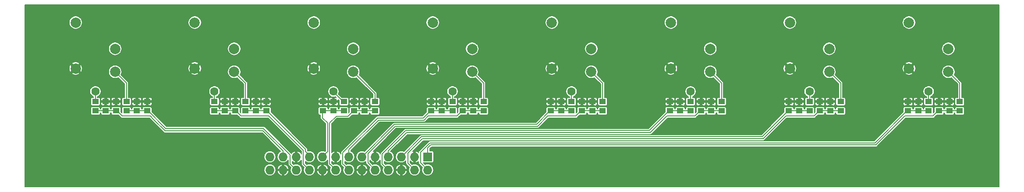
<source format=gbr>
G04 #@! TF.GenerationSoftware,KiCad,Pcbnew,(5.1.0-0)*
G04 #@! TF.CreationDate,2019-04-19T21:43:25+02:00*
G04 #@! TF.ProjectId,AddOnB,4164644f-6e42-42e6-9b69-6361645f7063,rev?*
G04 #@! TF.SameCoordinates,Original*
G04 #@! TF.FileFunction,Copper,L2,Bot*
G04 #@! TF.FilePolarity,Positive*
%FSLAX46Y46*%
G04 Gerber Fmt 4.6, Leading zero omitted, Abs format (unit mm)*
G04 Created by KiCad (PCBNEW (5.1.0-0)) date 2019-04-19 21:43:25*
%MOMM*%
%LPD*%
G04 APERTURE LIST*
%ADD10C,2.000000*%
%ADD11C,1.600000*%
%ADD12R,1.300000X1.000000*%
%ADD13O,1.727200X1.727200*%
%ADD14R,1.727200X1.727200*%
%ADD15C,0.600000*%
%ADD16C,0.200000*%
%ADD17C,0.600000*%
%ADD18C,0.180000*%
G04 APERTURE END LIST*
D10*
X62190000Y77300000D03*
X69810000Y76665000D03*
D11*
X66000000Y72850000D03*
D10*
X69810000Y81110000D03*
X62190000Y86190000D03*
D12*
X26000000Y70900000D03*
X26000000Y69100000D03*
X30000000Y69100000D03*
X30000000Y70900000D03*
X20000000Y70900000D03*
X20000000Y69100000D03*
X24000000Y69100000D03*
X24000000Y70900000D03*
X49000000Y70900000D03*
X49000000Y69100000D03*
X53000000Y69100000D03*
X53000000Y70900000D03*
X43000000Y70900000D03*
X43000000Y69100000D03*
X47000000Y69100000D03*
X47000000Y70900000D03*
X74000000Y70900000D03*
X74000000Y69100000D03*
X70000000Y69100000D03*
X70000000Y70900000D03*
X68000000Y70900000D03*
X68000000Y69100000D03*
X64000000Y69100000D03*
X64000000Y70900000D03*
X95000000Y70900000D03*
X95000000Y69100000D03*
X91000000Y69100000D03*
X91000000Y70900000D03*
X89000000Y70900000D03*
X89000000Y69100000D03*
X84900000Y69100000D03*
X84900000Y70900000D03*
D13*
X53720000Y57660000D03*
X53720000Y60200000D03*
X56260000Y57660000D03*
X56260000Y60200000D03*
X58800000Y57660000D03*
X58800000Y60200000D03*
X61340000Y57660000D03*
X61340000Y60200000D03*
X63880000Y57660000D03*
X63880000Y60200000D03*
X66420000Y57660000D03*
X66420000Y60200000D03*
X68960000Y57660000D03*
X68960000Y60200000D03*
X71500000Y57660000D03*
X71500000Y60200000D03*
X74040000Y57660000D03*
X74040000Y60200000D03*
X76580000Y57660000D03*
X76580000Y60200000D03*
X79120000Y57660000D03*
X79120000Y60200000D03*
X81660000Y57660000D03*
X81660000Y60200000D03*
X84200000Y57660000D03*
D14*
X84200000Y60200000D03*
D10*
X16190000Y77300000D03*
X23810000Y76665000D03*
D11*
X20000000Y72850000D03*
D10*
X23810000Y81110000D03*
X16190000Y86190000D03*
X39190000Y86190000D03*
X46810000Y81110000D03*
D11*
X43000000Y72850000D03*
D10*
X46810000Y76665000D03*
X39190000Y77300000D03*
X85190000Y86190000D03*
X92810000Y81110000D03*
D11*
X89000000Y72850000D03*
D10*
X92810000Y76665000D03*
X85190000Y77300000D03*
X108190000Y77300000D03*
X115810000Y76665000D03*
D11*
X112000000Y72850000D03*
D10*
X115810000Y81110000D03*
X108190000Y86190000D03*
X131190000Y86190000D03*
X138810000Y81110000D03*
D11*
X135000000Y72850000D03*
D10*
X138810000Y76665000D03*
X131190000Y77300000D03*
X154190000Y77300000D03*
X161810000Y76665000D03*
D11*
X158000000Y72850000D03*
D10*
X161810000Y81110000D03*
X154190000Y86190000D03*
X177190000Y86190000D03*
X184810000Y81110000D03*
D11*
X181000000Y72850000D03*
D10*
X184810000Y76665000D03*
X177190000Y77300000D03*
D12*
X28000000Y69100000D03*
X28000000Y70900000D03*
X22000000Y70900000D03*
X22000000Y69100000D03*
X51000000Y70900000D03*
X51000000Y69100000D03*
X45000000Y69100000D03*
X45000000Y70900000D03*
X72000000Y70900000D03*
X72000000Y69100000D03*
X66000000Y70900000D03*
X66000000Y69100000D03*
X93000000Y69100000D03*
X93000000Y70900000D03*
X86900000Y69100000D03*
X86900000Y70900000D03*
X116000000Y70900000D03*
X116000000Y69100000D03*
X110000000Y70900000D03*
X110000000Y69100000D03*
X139000000Y69100000D03*
X139000000Y70900000D03*
X133000000Y69100000D03*
X133000000Y70900000D03*
X162000000Y70900000D03*
X162000000Y69100000D03*
X156000000Y69100000D03*
X156000000Y70900000D03*
X185000000Y69100000D03*
X185000000Y70900000D03*
X179000000Y70900000D03*
X179000000Y69100000D03*
X118000000Y70900000D03*
X118000000Y69100000D03*
X114000000Y69100000D03*
X114000000Y70900000D03*
X112000000Y70900000D03*
X112000000Y69100000D03*
X108000000Y69100000D03*
X108000000Y70900000D03*
X141000000Y70900000D03*
X141000000Y69100000D03*
X137000000Y69100000D03*
X137000000Y70900000D03*
X135000000Y70900000D03*
X135000000Y69100000D03*
X131000000Y69100000D03*
X131000000Y70900000D03*
X164000000Y70900000D03*
X164000000Y69100000D03*
X160000000Y69100000D03*
X160000000Y70900000D03*
X158000000Y70900000D03*
X158000000Y69100000D03*
X154000000Y69100000D03*
X154000000Y70900000D03*
X187000000Y70900000D03*
X187000000Y69100000D03*
X183000000Y69100000D03*
X183000000Y70900000D03*
X181000000Y70900000D03*
X181000000Y69100000D03*
X177000000Y69100000D03*
X177000000Y70900000D03*
D15*
X185000000Y71800000D03*
X183000000Y71800000D03*
X179000000Y71800000D03*
X177000000Y71800000D03*
X154000000Y71800000D03*
X156000000Y71800000D03*
X160000000Y71800000D03*
X162000000Y71800000D03*
X131000000Y71800000D03*
X133000000Y71800000D03*
X137000000Y71800000D03*
X139000000Y71800000D03*
X108000000Y71800000D03*
X110000000Y71800000D03*
X114000000Y71800000D03*
X116000000Y71800000D03*
X64000000Y71800000D03*
X70000000Y71800000D03*
X72000000Y71800000D03*
X91000000Y71800000D03*
X93000000Y71800000D03*
X86900000Y71800000D03*
X84900000Y71800000D03*
X45000000Y71800000D03*
X47000000Y71800000D03*
X51000000Y71800000D03*
X53000000Y71800000D03*
X22000000Y71800000D03*
X24000000Y71800000D03*
X28000000Y71800000D03*
X30000000Y71800000D03*
D16*
X53150000Y70900000D02*
X53000000Y70900000D01*
X30150000Y70900000D02*
X30000000Y70900000D01*
D17*
X185000000Y70900000D02*
X185000000Y71800000D01*
X183000000Y70900000D02*
X183000000Y71800000D01*
X179000000Y70900000D02*
X179000000Y71800000D01*
X177000000Y70900000D02*
X177000000Y71800000D01*
X154000000Y70900000D02*
X154000000Y71800000D01*
X156000000Y70900000D02*
X156000000Y71800000D01*
X160000000Y70900000D02*
X160000000Y71800000D01*
X162000000Y70900000D02*
X162000000Y71800000D01*
X131000000Y70900000D02*
X131000000Y71800000D01*
X133000000Y70900000D02*
X133000000Y71800000D01*
X137000000Y70900000D02*
X137000000Y71800000D01*
X139000000Y70900000D02*
X139000000Y71800000D01*
X108000000Y70900000D02*
X108000000Y71800000D01*
X110000000Y70900000D02*
X110000000Y71800000D01*
X114000000Y70900000D02*
X114000000Y71800000D01*
X116000000Y70900000D02*
X116000000Y71800000D01*
X64000000Y70900000D02*
X64000000Y71800000D01*
X66000000Y70900000D02*
X64000000Y70900000D01*
X70000000Y70900000D02*
X70000000Y71800000D01*
X72000000Y70900000D02*
X72000000Y71800000D01*
X91000000Y70900000D02*
X91000000Y71800000D01*
X93000000Y70900000D02*
X93000000Y71800000D01*
X86900000Y70900000D02*
X86900000Y71800000D01*
X84900000Y70900000D02*
X84900000Y71800000D01*
X45000000Y70900000D02*
X45000000Y71800000D01*
X47000000Y70900000D02*
X47000000Y71800000D01*
X51000000Y70900000D02*
X51000000Y71800000D01*
X53000000Y70900000D02*
X53000000Y71800000D01*
X22000000Y70900000D02*
X22000000Y71800000D01*
X24000000Y70900000D02*
X24000000Y71800000D01*
X28000000Y70900000D02*
X28000000Y71800000D01*
X30000000Y70900000D02*
X30000000Y71800000D01*
D16*
X26000000Y69100000D02*
X28000000Y69100000D01*
X28000000Y69100000D02*
X30000000Y69100000D01*
X52482130Y65700000D02*
X33550000Y65700000D01*
X33550000Y65700000D02*
X30150000Y69100000D01*
X30150000Y69100000D02*
X30000000Y69100000D01*
X57636399Y58823601D02*
X57636399Y60545731D01*
X57636399Y60545731D02*
X52482130Y65700000D01*
X58800000Y57660000D02*
X57636399Y58823601D01*
X49000000Y69100000D02*
X51000000Y69100000D01*
X51000000Y69100000D02*
X53000000Y69100000D01*
X60576409Y61673591D02*
X53150000Y69100000D01*
X60576409Y61223591D02*
X60576409Y61673591D01*
X53150000Y69100000D02*
X53000000Y69100000D01*
X61340000Y60460000D02*
X60576409Y61223591D01*
X61340000Y60200000D02*
X61340000Y60460000D01*
X74000000Y69100000D02*
X72000000Y69100000D01*
X69850000Y69100000D02*
X70000000Y69100000D01*
X70850000Y69100000D02*
X72000000Y69100000D01*
X70000000Y69100000D02*
X70850000Y69100000D01*
X65480000Y58600000D02*
X66420000Y57660000D01*
X65256397Y58823603D02*
X65480000Y58600000D01*
X68800000Y68050000D02*
X66550000Y68050000D01*
X68800000Y68050000D02*
X69850000Y69100000D01*
X66550000Y68050000D02*
X65256397Y66756397D01*
X65256397Y66756397D02*
X65256397Y63700000D01*
X65256397Y63700000D02*
X65256397Y58823603D01*
X65256397Y64506397D02*
X65256397Y63700000D01*
X95000000Y69100000D02*
X93000000Y69100000D01*
X92150000Y69100000D02*
X91000000Y69100000D01*
X93000000Y69100000D02*
X92150000Y69100000D01*
X90850000Y69100000D02*
X91000000Y69100000D01*
X77200000Y67299992D02*
X83515690Y67299992D01*
X74690760Y67299990D02*
X77199998Y67299990D01*
X77199998Y67299990D02*
X77200000Y67299992D01*
X84315698Y68100000D02*
X89850000Y68100000D01*
X68960000Y61569230D02*
X74690760Y67299990D01*
X89850000Y68100000D02*
X90850000Y69100000D01*
X83515690Y67299992D02*
X84315698Y68100000D01*
X68960000Y60200000D02*
X68960000Y61569230D01*
X118000000Y69100000D02*
X116000000Y69100000D01*
X116000000Y69100000D02*
X114000000Y69100000D01*
X113850000Y69100000D02*
X114000000Y69100000D01*
X77965660Y66099962D02*
X105415661Y66099962D01*
X107415698Y68100000D02*
X112850000Y68100000D01*
X72663601Y59036399D02*
X72663601Y60797903D01*
X105415661Y66099962D02*
X107415698Y68100000D01*
X72663601Y60797903D02*
X77965660Y66099962D01*
X112850000Y68100000D02*
X113850000Y69100000D01*
X74040000Y57660000D02*
X72663601Y59036399D01*
X141000000Y69100000D02*
X139000000Y69100000D01*
X139000000Y69100000D02*
X137000000Y69100000D01*
X135850000Y68100000D02*
X136850000Y69100000D01*
X136850000Y69100000D02*
X137000000Y69100000D01*
X130415699Y68100000D02*
X135850000Y68100000D01*
X76580000Y60200000D02*
X76580000Y61356432D01*
X127215631Y64899932D02*
X130415699Y68100000D01*
X80123500Y64899932D02*
X127215631Y64899932D01*
X76580000Y61356432D02*
X80123500Y64899932D01*
X160000000Y69100000D02*
X162000000Y69100000D01*
X162000000Y69100000D02*
X164000000Y69100000D01*
X80383609Y58936391D02*
X81660000Y57660000D01*
X80383609Y60897911D02*
X80383609Y58936391D01*
X160000000Y69100000D02*
X159850000Y69100000D01*
X149015601Y63699902D02*
X83185600Y63699902D01*
X153415698Y68100000D02*
X149015601Y63699902D01*
X83185600Y63699902D02*
X80383609Y60897911D01*
X158850000Y68100000D02*
X153415698Y68100000D01*
X159850000Y69100000D02*
X158850000Y68100000D01*
X183000000Y69100000D02*
X185000000Y69100000D01*
X187000000Y69100000D02*
X185000000Y69100000D01*
X84200000Y61901504D02*
X84200000Y60200000D01*
X176415698Y68100000D02*
X170815571Y62499872D01*
X170815571Y62499872D02*
X84798368Y62499872D01*
X84798368Y62499872D02*
X84200000Y61901504D01*
X183000000Y69100000D02*
X182850000Y69100000D01*
X181850000Y68100000D02*
X176415698Y68100000D01*
X182850000Y69100000D02*
X181850000Y68100000D01*
X118000000Y74475000D02*
X115810000Y76665000D01*
X118000000Y70900000D02*
X118000000Y74475000D01*
X112000000Y70900000D02*
X112000000Y72850000D01*
X141000000Y74475000D02*
X138810000Y76665000D01*
X141000000Y70900000D02*
X141000000Y74475000D01*
X135000000Y70900000D02*
X135000000Y72850000D01*
X164000000Y74475000D02*
X161810000Y76665000D01*
X164000000Y70900000D02*
X164000000Y74475000D01*
X158000000Y70900000D02*
X158000000Y72850000D01*
X187000000Y74475000D02*
X184810000Y76665000D01*
X187000000Y70900000D02*
X187000000Y74475000D01*
X181000000Y70900000D02*
X181000000Y72850000D01*
X20850000Y69100000D02*
X22000000Y69100000D01*
X20000000Y69100000D02*
X20850000Y69100000D01*
X22000000Y69100000D02*
X24000000Y69100000D01*
X30584302Y68100000D02*
X25150000Y68100000D01*
X25150000Y68100000D02*
X24150000Y69100000D01*
X56260000Y60200000D02*
X56260000Y61340000D01*
X33484302Y65200000D02*
X31200000Y67484302D01*
X56260000Y61340000D02*
X52400000Y65200000D01*
X31200000Y67484302D02*
X30584302Y68100000D01*
X31884302Y66800000D02*
X31200000Y67484302D01*
X52400000Y65200000D02*
X33484302Y65200000D01*
X24150000Y69100000D02*
X24000000Y69100000D01*
X43000000Y69100000D02*
X45000000Y69100000D01*
X45850000Y69100000D02*
X47000000Y69100000D01*
X45000000Y69100000D02*
X45850000Y69100000D01*
X47150000Y69100000D02*
X48150000Y68100000D01*
X48150000Y68100000D02*
X53500000Y68100000D01*
X53500000Y68100000D02*
X60176399Y61423601D01*
X60176399Y58823601D02*
X60176399Y61423601D01*
X61340000Y57660000D02*
X60176399Y58823601D01*
X42850000Y69100000D02*
X43000000Y69100000D01*
X47000000Y69100000D02*
X47150000Y69100000D01*
X68000000Y69100000D02*
X66000000Y69100000D01*
X66000000Y69100000D02*
X64000000Y69100000D01*
X63880000Y68980000D02*
X64000000Y69100000D01*
X63880000Y60200000D02*
X64743599Y61063599D01*
X64856389Y61176389D02*
X64743599Y61063599D01*
X64856389Y63700000D02*
X64856389Y66743611D01*
X64856389Y64523611D02*
X64856389Y63700000D01*
X64856389Y63700000D02*
X64856389Y61176389D01*
X64856389Y66743611D02*
X63880000Y67720000D01*
X63880000Y67720000D02*
X63880000Y68100000D01*
X63880000Y68100000D02*
X63880000Y68980000D01*
X63850000Y69100000D02*
X64000000Y69100000D01*
X68000000Y69100000D02*
X68150000Y69100000D01*
X89000000Y69100000D02*
X86900000Y69100000D01*
X86900000Y69100000D02*
X84900000Y69100000D01*
X67796399Y58823601D02*
X68096401Y58523599D01*
X74525072Y67700000D02*
X67796399Y60971327D01*
X83350000Y67700000D02*
X74525072Y67700000D01*
X84750000Y69100000D02*
X83350000Y67700000D01*
X68096401Y58523599D02*
X68960000Y57660000D01*
X67796399Y60971327D02*
X67796399Y58823601D01*
X84900000Y69100000D02*
X84750000Y69100000D01*
X87750000Y69100000D02*
X86900000Y69100000D01*
X89150000Y69100000D02*
X87750000Y69100000D01*
X111150000Y69100000D02*
X110000000Y69100000D01*
X112000000Y69100000D02*
X111150000Y69100000D01*
X109150000Y69100000D02*
X108000000Y69100000D01*
X110000000Y69100000D02*
X109150000Y69100000D01*
X77799972Y66499972D02*
X71500000Y60200000D01*
X105249972Y66499972D02*
X77799972Y66499972D01*
X107850000Y69100000D02*
X105249972Y66499972D01*
X108000000Y69100000D02*
X107850000Y69100000D01*
X112150000Y69100000D02*
X112000000Y69100000D01*
X135000000Y69100000D02*
X133000000Y69100000D01*
X133000000Y69100000D02*
X131000000Y69100000D01*
X75416399Y58823601D02*
X76580000Y57660000D01*
X75416399Y60758529D02*
X75416399Y58823601D01*
X79957812Y65299942D02*
X75416399Y60758529D01*
X127049942Y65299942D02*
X79957812Y65299942D01*
X130850000Y69100000D02*
X127049942Y65299942D01*
X131000000Y69100000D02*
X130850000Y69100000D01*
X135150000Y69100000D02*
X135000000Y69100000D01*
X154000000Y69100000D02*
X156000000Y69100000D01*
X158000000Y69100000D02*
X156000000Y69100000D01*
X148849912Y64099912D02*
X83019912Y64099912D01*
X153850000Y69100000D02*
X148849912Y64099912D01*
X83019912Y64099912D02*
X79120000Y60200000D01*
X153850000Y69100000D02*
X154000000Y69100000D01*
X158000000Y69100000D02*
X158150000Y69100000D01*
X176850000Y69100000D02*
X170649882Y62899882D01*
X177000000Y69100000D02*
X176850000Y69100000D01*
X150300000Y62899882D02*
X150065581Y62899882D01*
X170649882Y62899882D02*
X150300000Y62899882D01*
X177000000Y69100000D02*
X179000000Y69100000D01*
X179000000Y69100000D02*
X181000000Y69100000D01*
X84632680Y62899882D02*
X85600000Y62899882D01*
X82823601Y61090803D02*
X84632680Y62899882D01*
X82823601Y59036399D02*
X82823601Y61090803D01*
X84200000Y57660000D02*
X82823601Y59036399D01*
X85600000Y62899882D02*
X150300000Y62899882D01*
X181150000Y69100000D02*
X181000000Y69100000D01*
X26000000Y74475000D02*
X23810000Y76665000D01*
X26000000Y70900000D02*
X26000000Y74475000D01*
X20000000Y70900000D02*
X20000000Y72850000D01*
X49000000Y74475000D02*
X46810000Y76665000D01*
X49000000Y70900000D02*
X49000000Y74475000D01*
X43000000Y70900000D02*
X43000000Y72850000D01*
X70085000Y76665000D02*
X69810000Y76665000D01*
X74000000Y70900000D02*
X73850000Y70900000D01*
X74000000Y72475000D02*
X69810000Y76665000D01*
X74000000Y70900000D02*
X74000000Y72475000D01*
X66000000Y72750000D02*
X66000000Y72850000D01*
X67850000Y70900000D02*
X66000000Y72750000D01*
X68000000Y70900000D02*
X67850000Y70900000D01*
X95000000Y74475000D02*
X92810000Y76665000D01*
X95000000Y70900000D02*
X95000000Y74475000D01*
X89000000Y70900000D02*
X89000000Y72850000D01*
D18*
G36*
X194635001Y54365000D02*
G01*
X6365000Y54365000D01*
X6365000Y57660000D01*
X52560819Y57660000D01*
X52583092Y57433855D01*
X52649056Y57216401D01*
X52756176Y57015994D01*
X52900335Y56840335D01*
X53075994Y56696176D01*
X53276401Y56589056D01*
X53493855Y56523092D01*
X53663334Y56506400D01*
X53776666Y56506400D01*
X53946145Y56523092D01*
X54163599Y56589056D01*
X54364006Y56696176D01*
X54539665Y56840335D01*
X54683824Y57015994D01*
X54790944Y57216401D01*
X54822185Y57319389D01*
X55157831Y57319389D01*
X55239794Y57121492D01*
X55364455Y56932807D01*
X55523531Y56772068D01*
X55710909Y56645451D01*
X55919388Y56557823D01*
X56096000Y56590609D01*
X56096000Y57496000D01*
X56424000Y57496000D01*
X56424000Y56590609D01*
X56600612Y56557823D01*
X56809091Y56645451D01*
X56996469Y56772068D01*
X57155545Y56932807D01*
X57280206Y57121492D01*
X57362169Y57319389D01*
X57328588Y57496000D01*
X56424000Y57496000D01*
X56096000Y57496000D01*
X55191412Y57496000D01*
X55157831Y57319389D01*
X54822185Y57319389D01*
X54856908Y57433855D01*
X54879181Y57660000D01*
X54856908Y57886145D01*
X54822186Y58000611D01*
X55157831Y58000611D01*
X55191412Y57824000D01*
X56096000Y57824000D01*
X56096000Y58729391D01*
X56424000Y58729391D01*
X56424000Y57824000D01*
X57328588Y57824000D01*
X57362169Y58000611D01*
X57280206Y58198508D01*
X57155545Y58387193D01*
X56996469Y58547932D01*
X56809091Y58674549D01*
X56600612Y58762177D01*
X56424000Y58729391D01*
X56096000Y58729391D01*
X55919388Y58762177D01*
X55710909Y58674549D01*
X55523531Y58547932D01*
X55364455Y58387193D01*
X55239794Y58198508D01*
X55157831Y58000611D01*
X54822186Y58000611D01*
X54790944Y58103599D01*
X54683824Y58304006D01*
X54539665Y58479665D01*
X54364006Y58623824D01*
X54163599Y58730944D01*
X53946145Y58796908D01*
X53776666Y58813600D01*
X53663334Y58813600D01*
X53493855Y58796908D01*
X53276401Y58730944D01*
X53075994Y58623824D01*
X52900335Y58479665D01*
X52756176Y58304006D01*
X52649056Y58103599D01*
X52583092Y57886145D01*
X52560819Y57660000D01*
X6365000Y57660000D01*
X6365000Y60200000D01*
X52560819Y60200000D01*
X52583092Y59973855D01*
X52649056Y59756401D01*
X52756176Y59555994D01*
X52900335Y59380335D01*
X53075994Y59236176D01*
X53276401Y59129056D01*
X53493855Y59063092D01*
X53663334Y59046400D01*
X53776666Y59046400D01*
X53946145Y59063092D01*
X54163599Y59129056D01*
X54364006Y59236176D01*
X54539665Y59380335D01*
X54683824Y59555994D01*
X54790944Y59756401D01*
X54856908Y59973855D01*
X54879181Y60200000D01*
X54856908Y60426145D01*
X54790944Y60643599D01*
X54683824Y60844006D01*
X54539665Y61019665D01*
X54364006Y61163824D01*
X54163599Y61270944D01*
X53946145Y61336908D01*
X53776666Y61353600D01*
X53663334Y61353600D01*
X53493855Y61336908D01*
X53276401Y61270944D01*
X53075994Y61163824D01*
X52900335Y61019665D01*
X52756176Y60844006D01*
X52649056Y60643599D01*
X52583092Y60426145D01*
X52560819Y60200000D01*
X6365000Y60200000D01*
X6365000Y69600000D01*
X19058597Y69600000D01*
X19058597Y68600000D01*
X19064196Y68543150D01*
X19080779Y68488485D01*
X19107707Y68438105D01*
X19143947Y68393947D01*
X19188105Y68357707D01*
X19238485Y68330779D01*
X19293150Y68314196D01*
X19350000Y68308597D01*
X20650000Y68308597D01*
X20706850Y68314196D01*
X20761515Y68330779D01*
X20811895Y68357707D01*
X20856053Y68393947D01*
X20892293Y68438105D01*
X20919221Y68488485D01*
X20935804Y68543150D01*
X20941403Y68600000D01*
X20941403Y68710000D01*
X21058597Y68710000D01*
X21058597Y68600000D01*
X21064196Y68543150D01*
X21080779Y68488485D01*
X21107707Y68438105D01*
X21143947Y68393947D01*
X21188105Y68357707D01*
X21238485Y68330779D01*
X21293150Y68314196D01*
X21350000Y68308597D01*
X22650000Y68308597D01*
X22706850Y68314196D01*
X22761515Y68330779D01*
X22811895Y68357707D01*
X22856053Y68393947D01*
X22892293Y68438105D01*
X22919221Y68488485D01*
X22935804Y68543150D01*
X22941403Y68600000D01*
X22941403Y68710000D01*
X23058597Y68710000D01*
X23058597Y68600000D01*
X23064196Y68543150D01*
X23080779Y68488485D01*
X23107707Y68438105D01*
X23143947Y68393947D01*
X23188105Y68357707D01*
X23238485Y68330779D01*
X23293150Y68314196D01*
X23350000Y68308597D01*
X24389860Y68308597D01*
X24860679Y67837778D01*
X24872894Y67822894D01*
X24932279Y67774158D01*
X25000031Y67737944D01*
X25045474Y67724159D01*
X25073547Y67715643D01*
X25150000Y67708113D01*
X25169159Y67710000D01*
X30422759Y67710000D01*
X30910681Y67222078D01*
X33194986Y64937772D01*
X33207196Y64922894D01*
X33222074Y64910684D01*
X33222077Y64910681D01*
X33222978Y64909942D01*
X33266581Y64874158D01*
X33334333Y64837944D01*
X33407849Y64815643D01*
X33484302Y64808113D01*
X33503461Y64810000D01*
X52238457Y64810000D01*
X55791059Y61257398D01*
X55615994Y61163824D01*
X55440335Y61019665D01*
X55296176Y60844006D01*
X55189056Y60643599D01*
X55123092Y60426145D01*
X55100819Y60200000D01*
X55123092Y59973855D01*
X55189056Y59756401D01*
X55296176Y59555994D01*
X55440335Y59380335D01*
X55615994Y59236176D01*
X55816401Y59129056D01*
X56033855Y59063092D01*
X56203334Y59046400D01*
X56316666Y59046400D01*
X56486145Y59063092D01*
X56703599Y59129056D01*
X56904006Y59236176D01*
X57079665Y59380335D01*
X57223824Y59555994D01*
X57246399Y59598230D01*
X57246399Y58842760D01*
X57244512Y58823601D01*
X57246399Y58804444D01*
X57246399Y58804443D01*
X57252042Y58747149D01*
X57274343Y58673633D01*
X57310557Y58605881D01*
X57359293Y58546495D01*
X57374177Y58534280D01*
X57755460Y58152997D01*
X57729056Y58103599D01*
X57663092Y57886145D01*
X57640819Y57660000D01*
X57663092Y57433855D01*
X57729056Y57216401D01*
X57836176Y57015994D01*
X57980335Y56840335D01*
X58155994Y56696176D01*
X58356401Y56589056D01*
X58573855Y56523092D01*
X58743334Y56506400D01*
X58856666Y56506400D01*
X59026145Y56523092D01*
X59243599Y56589056D01*
X59444006Y56696176D01*
X59619665Y56840335D01*
X59763824Y57015994D01*
X59870944Y57216401D01*
X59936908Y57433855D01*
X59959181Y57660000D01*
X59936908Y57886145D01*
X59870944Y58103599D01*
X59763824Y58304006D01*
X59619665Y58479665D01*
X59444006Y58623824D01*
X59243599Y58730944D01*
X59026145Y58796908D01*
X58856666Y58813600D01*
X58743334Y58813600D01*
X58573855Y58796908D01*
X58356401Y58730944D01*
X58307003Y58704540D01*
X58026399Y58985144D01*
X58026399Y59349588D01*
X58063531Y59312068D01*
X58250909Y59185451D01*
X58459388Y59097823D01*
X58636000Y59130609D01*
X58636000Y60036000D01*
X58616000Y60036000D01*
X58616000Y60364000D01*
X58636000Y60364000D01*
X58636000Y61269391D01*
X58459388Y61302177D01*
X58250909Y61214549D01*
X58063531Y61087932D01*
X57904455Y60927193D01*
X57865477Y60868197D01*
X52771451Y65962222D01*
X52759236Y65977106D01*
X52699851Y66025842D01*
X52632099Y66062056D01*
X52558583Y66084357D01*
X52501289Y66090000D01*
X52482130Y66091887D01*
X52462971Y66090000D01*
X33711544Y66090000D01*
X30941403Y68860140D01*
X30941403Y69600000D01*
X42058597Y69600000D01*
X42058597Y68600000D01*
X42064196Y68543150D01*
X42080779Y68488485D01*
X42107707Y68438105D01*
X42143947Y68393947D01*
X42188105Y68357707D01*
X42238485Y68330779D01*
X42293150Y68314196D01*
X42350000Y68308597D01*
X43650000Y68308597D01*
X43706850Y68314196D01*
X43761515Y68330779D01*
X43811895Y68357707D01*
X43856053Y68393947D01*
X43892293Y68438105D01*
X43919221Y68488485D01*
X43935804Y68543150D01*
X43941403Y68600000D01*
X43941403Y68710000D01*
X44058597Y68710000D01*
X44058597Y68600000D01*
X44064196Y68543150D01*
X44080779Y68488485D01*
X44107707Y68438105D01*
X44143947Y68393947D01*
X44188105Y68357707D01*
X44238485Y68330779D01*
X44293150Y68314196D01*
X44350000Y68308597D01*
X45650000Y68308597D01*
X45706850Y68314196D01*
X45761515Y68330779D01*
X45811895Y68357707D01*
X45856053Y68393947D01*
X45892293Y68438105D01*
X45919221Y68488485D01*
X45935804Y68543150D01*
X45941403Y68600000D01*
X45941403Y68710000D01*
X46058597Y68710000D01*
X46058597Y68600000D01*
X46064196Y68543150D01*
X46080779Y68488485D01*
X46107707Y68438105D01*
X46143947Y68393947D01*
X46188105Y68357707D01*
X46238485Y68330779D01*
X46293150Y68314196D01*
X46350000Y68308597D01*
X47389860Y68308597D01*
X47860679Y67837778D01*
X47872894Y67822894D01*
X47932279Y67774158D01*
X48000031Y67737944D01*
X48045474Y67724159D01*
X48073547Y67715643D01*
X48150000Y67708113D01*
X48169159Y67710000D01*
X53338457Y67710000D01*
X59786400Y61262056D01*
X59786400Y60789677D01*
X59695545Y60927193D01*
X59536469Y61087932D01*
X59349091Y61214549D01*
X59140612Y61302177D01*
X58964000Y61269391D01*
X58964000Y60364000D01*
X58984000Y60364000D01*
X58984000Y60036000D01*
X58964000Y60036000D01*
X58964000Y59130609D01*
X59140612Y59097823D01*
X59349091Y59185451D01*
X59536469Y59312068D01*
X59695545Y59472807D01*
X59786399Y59610323D01*
X59786399Y58842760D01*
X59784512Y58823601D01*
X59786399Y58804444D01*
X59786399Y58804443D01*
X59792042Y58747149D01*
X59814343Y58673633D01*
X59850557Y58605881D01*
X59899293Y58546495D01*
X59914177Y58534280D01*
X60295460Y58152997D01*
X60269056Y58103599D01*
X60203092Y57886145D01*
X60180819Y57660000D01*
X60203092Y57433855D01*
X60269056Y57216401D01*
X60376176Y57015994D01*
X60520335Y56840335D01*
X60695994Y56696176D01*
X60896401Y56589056D01*
X61113855Y56523092D01*
X61283334Y56506400D01*
X61396666Y56506400D01*
X61566145Y56523092D01*
X61783599Y56589056D01*
X61984006Y56696176D01*
X62159665Y56840335D01*
X62303824Y57015994D01*
X62410944Y57216401D01*
X62442185Y57319389D01*
X62777831Y57319389D01*
X62859794Y57121492D01*
X62984455Y56932807D01*
X63143531Y56772068D01*
X63330909Y56645451D01*
X63539388Y56557823D01*
X63716000Y56590609D01*
X63716000Y57496000D01*
X64044000Y57496000D01*
X64044000Y56590609D01*
X64220612Y56557823D01*
X64429091Y56645451D01*
X64616469Y56772068D01*
X64775545Y56932807D01*
X64900206Y57121492D01*
X64982169Y57319389D01*
X64948588Y57496000D01*
X64044000Y57496000D01*
X63716000Y57496000D01*
X62811412Y57496000D01*
X62777831Y57319389D01*
X62442185Y57319389D01*
X62476908Y57433855D01*
X62499181Y57660000D01*
X62476908Y57886145D01*
X62442186Y58000611D01*
X62777831Y58000611D01*
X62811412Y57824000D01*
X63716000Y57824000D01*
X63716000Y58729391D01*
X64044000Y58729391D01*
X64044000Y57824000D01*
X64948588Y57824000D01*
X64982169Y58000611D01*
X64900206Y58198508D01*
X64775545Y58387193D01*
X64616469Y58547932D01*
X64429091Y58674549D01*
X64220612Y58762177D01*
X64044000Y58729391D01*
X63716000Y58729391D01*
X63539388Y58762177D01*
X63330909Y58674549D01*
X63143531Y58547932D01*
X62984455Y58387193D01*
X62859794Y58198508D01*
X62777831Y58000611D01*
X62442186Y58000611D01*
X62410944Y58103599D01*
X62303824Y58304006D01*
X62159665Y58479665D01*
X61984006Y58623824D01*
X61783599Y58730944D01*
X61566145Y58796908D01*
X61396666Y58813600D01*
X61283334Y58813600D01*
X61113855Y58796908D01*
X60896401Y58730944D01*
X60847003Y58704540D01*
X60566399Y58985144D01*
X60566399Y59342531D01*
X60695994Y59236176D01*
X60896401Y59129056D01*
X61113855Y59063092D01*
X61283334Y59046400D01*
X61396666Y59046400D01*
X61566145Y59063092D01*
X61783599Y59129056D01*
X61984006Y59236176D01*
X62159665Y59380335D01*
X62303824Y59555994D01*
X62410944Y59756401D01*
X62476908Y59973855D01*
X62499181Y60200000D01*
X62720819Y60200000D01*
X62743092Y59973855D01*
X62809056Y59756401D01*
X62916176Y59555994D01*
X63060335Y59380335D01*
X63235994Y59236176D01*
X63436401Y59129056D01*
X63653855Y59063092D01*
X63823334Y59046400D01*
X63936666Y59046400D01*
X64106145Y59063092D01*
X64323599Y59129056D01*
X64524006Y59236176D01*
X64699665Y59380335D01*
X64843824Y59555994D01*
X64866398Y59598227D01*
X64866398Y58842772D01*
X64864510Y58823603D01*
X64872040Y58747150D01*
X64894341Y58673635D01*
X64930556Y58605882D01*
X64967078Y58561379D01*
X64967080Y58561377D01*
X64979292Y58546497D01*
X64994171Y58534286D01*
X65190677Y58337781D01*
X65190681Y58337776D01*
X65375460Y58152997D01*
X65349056Y58103599D01*
X65283092Y57886145D01*
X65260819Y57660000D01*
X65283092Y57433855D01*
X65349056Y57216401D01*
X65456176Y57015994D01*
X65600335Y56840335D01*
X65775994Y56696176D01*
X65976401Y56589056D01*
X66193855Y56523092D01*
X66363334Y56506400D01*
X66476666Y56506400D01*
X66646145Y56523092D01*
X66863599Y56589056D01*
X67064006Y56696176D01*
X67239665Y56840335D01*
X67383824Y57015994D01*
X67490944Y57216401D01*
X67556908Y57433855D01*
X67579181Y57660000D01*
X67556908Y57886145D01*
X67490944Y58103599D01*
X67383824Y58304006D01*
X67239665Y58479665D01*
X67064006Y58623824D01*
X66863599Y58730944D01*
X66646145Y58796908D01*
X66476666Y58813600D01*
X66363334Y58813600D01*
X66193855Y58796908D01*
X65976401Y58730944D01*
X65927003Y58704540D01*
X65742224Y58889319D01*
X65742219Y58889323D01*
X65646397Y58985145D01*
X65646397Y59349590D01*
X65683531Y59312068D01*
X65870909Y59185451D01*
X66079388Y59097823D01*
X66256000Y59130609D01*
X66256000Y60036000D01*
X66236000Y60036000D01*
X66236000Y60364000D01*
X66256000Y60364000D01*
X66256000Y61269391D01*
X66584000Y61269391D01*
X66584000Y60364000D01*
X66604000Y60364000D01*
X66604000Y60036000D01*
X66584000Y60036000D01*
X66584000Y59130609D01*
X66760612Y59097823D01*
X66969091Y59185451D01*
X67156469Y59312068D01*
X67315545Y59472807D01*
X67406400Y59610323D01*
X67406400Y58842770D01*
X67404512Y58823601D01*
X67412042Y58747148D01*
X67434343Y58673633D01*
X67470558Y58605880D01*
X67507080Y58561377D01*
X67507084Y58561373D01*
X67519294Y58546495D01*
X67534172Y58534285D01*
X67834176Y58234280D01*
X67834182Y58234275D01*
X67915460Y58152997D01*
X67889056Y58103599D01*
X67823092Y57886145D01*
X67800819Y57660000D01*
X67823092Y57433855D01*
X67889056Y57216401D01*
X67996176Y57015994D01*
X68140335Y56840335D01*
X68315994Y56696176D01*
X68516401Y56589056D01*
X68733855Y56523092D01*
X68903334Y56506400D01*
X69016666Y56506400D01*
X69186145Y56523092D01*
X69403599Y56589056D01*
X69604006Y56696176D01*
X69779665Y56840335D01*
X69923824Y57015994D01*
X70030944Y57216401D01*
X70062185Y57319389D01*
X70397831Y57319389D01*
X70479794Y57121492D01*
X70604455Y56932807D01*
X70763531Y56772068D01*
X70950909Y56645451D01*
X71159388Y56557823D01*
X71336000Y56590609D01*
X71336000Y57496000D01*
X71664000Y57496000D01*
X71664000Y56590609D01*
X71840612Y56557823D01*
X72049091Y56645451D01*
X72236469Y56772068D01*
X72395545Y56932807D01*
X72520206Y57121492D01*
X72602169Y57319389D01*
X72568588Y57496000D01*
X71664000Y57496000D01*
X71336000Y57496000D01*
X70431412Y57496000D01*
X70397831Y57319389D01*
X70062185Y57319389D01*
X70096908Y57433855D01*
X70119181Y57660000D01*
X70096908Y57886145D01*
X70062186Y58000611D01*
X70397831Y58000611D01*
X70431412Y57824000D01*
X71336000Y57824000D01*
X71336000Y58729391D01*
X71664000Y58729391D01*
X71664000Y57824000D01*
X72568588Y57824000D01*
X72602169Y58000611D01*
X72520206Y58198508D01*
X72395545Y58387193D01*
X72236469Y58547932D01*
X72049091Y58674549D01*
X71840612Y58762177D01*
X71664000Y58729391D01*
X71336000Y58729391D01*
X71159388Y58762177D01*
X70950909Y58674549D01*
X70763531Y58547932D01*
X70604455Y58387193D01*
X70479794Y58198508D01*
X70397831Y58000611D01*
X70062186Y58000611D01*
X70030944Y58103599D01*
X69923824Y58304006D01*
X69779665Y58479665D01*
X69604006Y58623824D01*
X69403599Y58730944D01*
X69186145Y58796908D01*
X69016666Y58813600D01*
X68903334Y58813600D01*
X68733855Y58796908D01*
X68516401Y58730944D01*
X68467003Y58704540D01*
X68385725Y58785818D01*
X68385720Y58785824D01*
X68186399Y58985144D01*
X68186399Y59342531D01*
X68315994Y59236176D01*
X68516401Y59129056D01*
X68733855Y59063092D01*
X68903334Y59046400D01*
X69016666Y59046400D01*
X69186145Y59063092D01*
X69403599Y59129056D01*
X69604006Y59236176D01*
X69779665Y59380335D01*
X69923824Y59555994D01*
X70030944Y59756401D01*
X70096908Y59973855D01*
X70119181Y60200000D01*
X70340819Y60200000D01*
X70363092Y59973855D01*
X70429056Y59756401D01*
X70536176Y59555994D01*
X70680335Y59380335D01*
X70855994Y59236176D01*
X71056401Y59129056D01*
X71273855Y59063092D01*
X71443334Y59046400D01*
X71556666Y59046400D01*
X71726145Y59063092D01*
X71943599Y59129056D01*
X72144006Y59236176D01*
X72273601Y59342532D01*
X72273601Y59055558D01*
X72271714Y59036399D01*
X72279244Y58959946D01*
X72292731Y58915486D01*
X72301545Y58886431D01*
X72337759Y58818679D01*
X72386495Y58759293D01*
X72401379Y58747078D01*
X72995460Y58152997D01*
X72969056Y58103599D01*
X72903092Y57886145D01*
X72880819Y57660000D01*
X72903092Y57433855D01*
X72969056Y57216401D01*
X73076176Y57015994D01*
X73220335Y56840335D01*
X73395994Y56696176D01*
X73596401Y56589056D01*
X73813855Y56523092D01*
X73983334Y56506400D01*
X74096666Y56506400D01*
X74266145Y56523092D01*
X74483599Y56589056D01*
X74684006Y56696176D01*
X74859665Y56840335D01*
X75003824Y57015994D01*
X75110944Y57216401D01*
X75176908Y57433855D01*
X75199181Y57660000D01*
X75176908Y57886145D01*
X75110944Y58103599D01*
X75003824Y58304006D01*
X74859665Y58479665D01*
X74684006Y58623824D01*
X74483599Y58730944D01*
X74266145Y58796908D01*
X74096666Y58813600D01*
X73983334Y58813600D01*
X73813855Y58796908D01*
X73596401Y58730944D01*
X73547003Y58704540D01*
X73053601Y59197942D01*
X73053601Y59610322D01*
X73144455Y59472807D01*
X73303531Y59312068D01*
X73490909Y59185451D01*
X73699388Y59097823D01*
X73876000Y59130609D01*
X73876000Y60036000D01*
X73856000Y60036000D01*
X73856000Y60364000D01*
X73876000Y60364000D01*
X73876000Y61269391D01*
X74204000Y61269391D01*
X74204000Y60364000D01*
X74224000Y60364000D01*
X74224000Y60036000D01*
X74204000Y60036000D01*
X74204000Y59130609D01*
X74380612Y59097823D01*
X74589091Y59185451D01*
X74776469Y59312068D01*
X74935545Y59472807D01*
X75026400Y59610323D01*
X75026400Y58842770D01*
X75024512Y58823601D01*
X75032042Y58747148D01*
X75054343Y58673633D01*
X75090558Y58605880D01*
X75127080Y58561377D01*
X75127084Y58561373D01*
X75139294Y58546495D01*
X75154172Y58534285D01*
X75535460Y58152997D01*
X75509056Y58103599D01*
X75443092Y57886145D01*
X75420819Y57660000D01*
X75443092Y57433855D01*
X75509056Y57216401D01*
X75616176Y57015994D01*
X75760335Y56840335D01*
X75935994Y56696176D01*
X76136401Y56589056D01*
X76353855Y56523092D01*
X76523334Y56506400D01*
X76636666Y56506400D01*
X76806145Y56523092D01*
X77023599Y56589056D01*
X77224006Y56696176D01*
X77399665Y56840335D01*
X77543824Y57015994D01*
X77650944Y57216401D01*
X77682185Y57319389D01*
X78017831Y57319389D01*
X78099794Y57121492D01*
X78224455Y56932807D01*
X78383531Y56772068D01*
X78570909Y56645451D01*
X78779388Y56557823D01*
X78956000Y56590609D01*
X78956000Y57496000D01*
X79284000Y57496000D01*
X79284000Y56590609D01*
X79460612Y56557823D01*
X79669091Y56645451D01*
X79856469Y56772068D01*
X80015545Y56932807D01*
X80140206Y57121492D01*
X80222169Y57319389D01*
X80188588Y57496000D01*
X79284000Y57496000D01*
X78956000Y57496000D01*
X78051412Y57496000D01*
X78017831Y57319389D01*
X77682185Y57319389D01*
X77716908Y57433855D01*
X77739181Y57660000D01*
X77716908Y57886145D01*
X77682186Y58000611D01*
X78017831Y58000611D01*
X78051412Y57824000D01*
X78956000Y57824000D01*
X78956000Y58729391D01*
X79284000Y58729391D01*
X79284000Y57824000D01*
X80188588Y57824000D01*
X80222169Y58000611D01*
X80140206Y58198508D01*
X80015545Y58387193D01*
X79856469Y58547932D01*
X79669091Y58674549D01*
X79460612Y58762177D01*
X79284000Y58729391D01*
X78956000Y58729391D01*
X78779388Y58762177D01*
X78570909Y58674549D01*
X78383531Y58547932D01*
X78224455Y58387193D01*
X78099794Y58198508D01*
X78017831Y58000611D01*
X77682186Y58000611D01*
X77650944Y58103599D01*
X77543824Y58304006D01*
X77399665Y58479665D01*
X77224006Y58623824D01*
X77023599Y58730944D01*
X76806145Y58796908D01*
X76636666Y58813600D01*
X76523334Y58813600D01*
X76353855Y58796908D01*
X76136401Y58730944D01*
X76087003Y58704540D01*
X75806399Y58985144D01*
X75806399Y59342531D01*
X75935994Y59236176D01*
X76136401Y59129056D01*
X76353855Y59063092D01*
X76523334Y59046400D01*
X76636666Y59046400D01*
X76806145Y59063092D01*
X77023599Y59129056D01*
X77224006Y59236176D01*
X77399665Y59380335D01*
X77543824Y59555994D01*
X77650944Y59756401D01*
X77716908Y59973855D01*
X77739181Y60200000D01*
X77960819Y60200000D01*
X77983092Y59973855D01*
X78049056Y59756401D01*
X78156176Y59555994D01*
X78300335Y59380335D01*
X78475994Y59236176D01*
X78676401Y59129056D01*
X78893855Y59063092D01*
X79063334Y59046400D01*
X79176666Y59046400D01*
X79346145Y59063092D01*
X79563599Y59129056D01*
X79764006Y59236176D01*
X79939665Y59380335D01*
X79993610Y59446067D01*
X79993610Y58955560D01*
X79991722Y58936391D01*
X79999252Y58859938D01*
X80021553Y58786423D01*
X80057768Y58718670D01*
X80094290Y58674167D01*
X80094294Y58674163D01*
X80106504Y58659285D01*
X80121382Y58647075D01*
X80615460Y58152997D01*
X80589056Y58103599D01*
X80523092Y57886145D01*
X80500819Y57660000D01*
X80523092Y57433855D01*
X80589056Y57216401D01*
X80696176Y57015994D01*
X80840335Y56840335D01*
X81015994Y56696176D01*
X81216401Y56589056D01*
X81433855Y56523092D01*
X81603334Y56506400D01*
X81716666Y56506400D01*
X81886145Y56523092D01*
X82103599Y56589056D01*
X82304006Y56696176D01*
X82479665Y56840335D01*
X82623824Y57015994D01*
X82730944Y57216401D01*
X82796908Y57433855D01*
X82819181Y57660000D01*
X82796908Y57886145D01*
X82730944Y58103599D01*
X82623824Y58304006D01*
X82479665Y58479665D01*
X82304006Y58623824D01*
X82103599Y58730944D01*
X81886145Y58796908D01*
X81716666Y58813600D01*
X81603334Y58813600D01*
X81433855Y58796908D01*
X81216401Y58730944D01*
X81167003Y58704540D01*
X80773609Y59097934D01*
X80773609Y59463557D01*
X80923531Y59312068D01*
X81110909Y59185451D01*
X81319388Y59097823D01*
X81496000Y59130609D01*
X81496000Y60036000D01*
X81476000Y60036000D01*
X81476000Y60364000D01*
X81496000Y60364000D01*
X81496000Y61269391D01*
X81824000Y61269391D01*
X81824000Y60364000D01*
X81844000Y60364000D01*
X81844000Y60036000D01*
X81824000Y60036000D01*
X81824000Y59130609D01*
X82000612Y59097823D01*
X82209091Y59185451D01*
X82396469Y59312068D01*
X82433601Y59349588D01*
X82433601Y59055558D01*
X82431714Y59036399D01*
X82439244Y58959946D01*
X82452731Y58915486D01*
X82461545Y58886431D01*
X82497759Y58818679D01*
X82546495Y58759293D01*
X82561379Y58747078D01*
X83155460Y58152997D01*
X83129056Y58103599D01*
X83063092Y57886145D01*
X83040819Y57660000D01*
X83063092Y57433855D01*
X83129056Y57216401D01*
X83236176Y57015994D01*
X83380335Y56840335D01*
X83555994Y56696176D01*
X83756401Y56589056D01*
X83973855Y56523092D01*
X84143334Y56506400D01*
X84256666Y56506400D01*
X84426145Y56523092D01*
X84643599Y56589056D01*
X84844006Y56696176D01*
X85019665Y56840335D01*
X85163824Y57015994D01*
X85270944Y57216401D01*
X85336908Y57433855D01*
X85359181Y57660000D01*
X85336908Y57886145D01*
X85270944Y58103599D01*
X85163824Y58304006D01*
X85019665Y58479665D01*
X84844006Y58623824D01*
X84643599Y58730944D01*
X84426145Y58796908D01*
X84256666Y58813600D01*
X84143334Y58813600D01*
X83973855Y58796908D01*
X83756401Y58730944D01*
X83707003Y58704540D01*
X83366546Y59044997D01*
X85063600Y59044997D01*
X85120450Y59050596D01*
X85175115Y59067179D01*
X85225495Y59094107D01*
X85269653Y59130347D01*
X85305893Y59174505D01*
X85332821Y59224885D01*
X85349404Y59279550D01*
X85355003Y59336400D01*
X85355003Y61063600D01*
X85349404Y61120450D01*
X85332821Y61175115D01*
X85305893Y61225495D01*
X85269653Y61269653D01*
X85225495Y61305893D01*
X85175115Y61332821D01*
X85120450Y61349404D01*
X85063600Y61355003D01*
X84590000Y61355003D01*
X84590000Y61739961D01*
X84959912Y62109872D01*
X170796412Y62109872D01*
X170815571Y62107985D01*
X170892024Y62115515D01*
X170904254Y62119225D01*
X170965540Y62137816D01*
X171033292Y62174030D01*
X171092677Y62222766D01*
X171104892Y62237650D01*
X176577241Y67710000D01*
X181830841Y67710000D01*
X181850000Y67708113D01*
X181926453Y67715643D01*
X181954526Y67724159D01*
X181999969Y67737944D01*
X182067721Y67774158D01*
X182127106Y67822894D01*
X182139321Y67837778D01*
X182610140Y68308597D01*
X183650000Y68308597D01*
X183706850Y68314196D01*
X183761515Y68330779D01*
X183811895Y68357707D01*
X183856053Y68393947D01*
X183892293Y68438105D01*
X183919221Y68488485D01*
X183935804Y68543150D01*
X183941403Y68600000D01*
X183941403Y68710000D01*
X184058597Y68710000D01*
X184058597Y68600000D01*
X184064196Y68543150D01*
X184080779Y68488485D01*
X184107707Y68438105D01*
X184143947Y68393947D01*
X184188105Y68357707D01*
X184238485Y68330779D01*
X184293150Y68314196D01*
X184350000Y68308597D01*
X185650000Y68308597D01*
X185706850Y68314196D01*
X185761515Y68330779D01*
X185811895Y68357707D01*
X185856053Y68393947D01*
X185892293Y68438105D01*
X185919221Y68488485D01*
X185935804Y68543150D01*
X185941403Y68600000D01*
X185941403Y68710000D01*
X186058597Y68710000D01*
X186058597Y68600000D01*
X186064196Y68543150D01*
X186080779Y68488485D01*
X186107707Y68438105D01*
X186143947Y68393947D01*
X186188105Y68357707D01*
X186238485Y68330779D01*
X186293150Y68314196D01*
X186350000Y68308597D01*
X187650000Y68308597D01*
X187706850Y68314196D01*
X187761515Y68330779D01*
X187811895Y68357707D01*
X187856053Y68393947D01*
X187892293Y68438105D01*
X187919221Y68488485D01*
X187935804Y68543150D01*
X187941403Y68600000D01*
X187941403Y69600000D01*
X187935804Y69656850D01*
X187919221Y69711515D01*
X187892293Y69761895D01*
X187856053Y69806053D01*
X187811895Y69842293D01*
X187761515Y69869221D01*
X187706850Y69885804D01*
X187650000Y69891403D01*
X186350000Y69891403D01*
X186293150Y69885804D01*
X186238485Y69869221D01*
X186188105Y69842293D01*
X186143947Y69806053D01*
X186107707Y69761895D01*
X186080779Y69711515D01*
X186064196Y69656850D01*
X186058597Y69600000D01*
X186058597Y69490000D01*
X185941403Y69490000D01*
X185941403Y69600000D01*
X185935804Y69656850D01*
X185919221Y69711515D01*
X185892293Y69761895D01*
X185856053Y69806053D01*
X185811895Y69842293D01*
X185761515Y69869221D01*
X185706850Y69885804D01*
X185650000Y69891403D01*
X184350000Y69891403D01*
X184293150Y69885804D01*
X184238485Y69869221D01*
X184188105Y69842293D01*
X184143947Y69806053D01*
X184107707Y69761895D01*
X184080779Y69711515D01*
X184064196Y69656850D01*
X184058597Y69600000D01*
X184058597Y69490000D01*
X183941403Y69490000D01*
X183941403Y69600000D01*
X183935804Y69656850D01*
X183919221Y69711515D01*
X183892293Y69761895D01*
X183856053Y69806053D01*
X183811895Y69842293D01*
X183761515Y69869221D01*
X183706850Y69885804D01*
X183650000Y69891403D01*
X182350000Y69891403D01*
X182293150Y69885804D01*
X182238485Y69869221D01*
X182188105Y69842293D01*
X182143947Y69806053D01*
X182107707Y69761895D01*
X182080779Y69711515D01*
X182064196Y69656850D01*
X182058597Y69600000D01*
X182058597Y68860140D01*
X181941403Y68742946D01*
X181941403Y69600000D01*
X181935804Y69656850D01*
X181919221Y69711515D01*
X181892293Y69761895D01*
X181856053Y69806053D01*
X181811895Y69842293D01*
X181761515Y69869221D01*
X181706850Y69885804D01*
X181650000Y69891403D01*
X180350000Y69891403D01*
X180293150Y69885804D01*
X180238485Y69869221D01*
X180188105Y69842293D01*
X180143947Y69806053D01*
X180107707Y69761895D01*
X180080779Y69711515D01*
X180064196Y69656850D01*
X180058597Y69600000D01*
X180058597Y69490000D01*
X179941403Y69490000D01*
X179941403Y69600000D01*
X179935804Y69656850D01*
X179919221Y69711515D01*
X179892293Y69761895D01*
X179856053Y69806053D01*
X179811895Y69842293D01*
X179761515Y69869221D01*
X179706850Y69885804D01*
X179650000Y69891403D01*
X178350000Y69891403D01*
X178293150Y69885804D01*
X178238485Y69869221D01*
X178188105Y69842293D01*
X178143947Y69806053D01*
X178107707Y69761895D01*
X178080779Y69711515D01*
X178064196Y69656850D01*
X178058597Y69600000D01*
X178058597Y69490000D01*
X177941403Y69490000D01*
X177941403Y69600000D01*
X177935804Y69656850D01*
X177919221Y69711515D01*
X177892293Y69761895D01*
X177856053Y69806053D01*
X177811895Y69842293D01*
X177761515Y69869221D01*
X177706850Y69885804D01*
X177650000Y69891403D01*
X176350000Y69891403D01*
X176293150Y69885804D01*
X176238485Y69869221D01*
X176188105Y69842293D01*
X176143947Y69806053D01*
X176107707Y69761895D01*
X176080779Y69711515D01*
X176064196Y69656850D01*
X176058597Y69600000D01*
X176058597Y68860141D01*
X170488339Y63289882D01*
X84651838Y63289882D01*
X84632679Y63291769D01*
X84556226Y63284239D01*
X84482711Y63261938D01*
X84414959Y63225724D01*
X84414957Y63225723D01*
X84414958Y63225723D01*
X84370455Y63189201D01*
X84370452Y63189198D01*
X84355574Y63176988D01*
X84343364Y63162110D01*
X82561374Y61380119D01*
X82546496Y61367909D01*
X82534286Y61353031D01*
X82534282Y61353027D01*
X82497760Y61308524D01*
X82461545Y61240771D01*
X82439244Y61167256D01*
X82431714Y61090803D01*
X82433602Y61071634D01*
X82433602Y61050411D01*
X82396469Y61087932D01*
X82209091Y61214549D01*
X82000612Y61302177D01*
X81824000Y61269391D01*
X81496000Y61269391D01*
X81336282Y61299041D01*
X83347143Y63309902D01*
X148996442Y63309902D01*
X149015601Y63308015D01*
X149092054Y63315545D01*
X149092377Y63315643D01*
X149165570Y63337846D01*
X149233322Y63374060D01*
X149292707Y63422796D01*
X149304922Y63437680D01*
X153577241Y67710000D01*
X158830841Y67710000D01*
X158850000Y67708113D01*
X158926453Y67715643D01*
X158954526Y67724159D01*
X158999969Y67737944D01*
X159067721Y67774158D01*
X159127106Y67822894D01*
X159139321Y67837778D01*
X159610140Y68308597D01*
X160650000Y68308597D01*
X160706850Y68314196D01*
X160761515Y68330779D01*
X160811895Y68357707D01*
X160856053Y68393947D01*
X160892293Y68438105D01*
X160919221Y68488485D01*
X160935804Y68543150D01*
X160941403Y68600000D01*
X160941403Y68710000D01*
X161058597Y68710000D01*
X161058597Y68600000D01*
X161064196Y68543150D01*
X161080779Y68488485D01*
X161107707Y68438105D01*
X161143947Y68393947D01*
X161188105Y68357707D01*
X161238485Y68330779D01*
X161293150Y68314196D01*
X161350000Y68308597D01*
X162650000Y68308597D01*
X162706850Y68314196D01*
X162761515Y68330779D01*
X162811895Y68357707D01*
X162856053Y68393947D01*
X162892293Y68438105D01*
X162919221Y68488485D01*
X162935804Y68543150D01*
X162941403Y68600000D01*
X162941403Y68710000D01*
X163058597Y68710000D01*
X163058597Y68600000D01*
X163064196Y68543150D01*
X163080779Y68488485D01*
X163107707Y68438105D01*
X163143947Y68393947D01*
X163188105Y68357707D01*
X163238485Y68330779D01*
X163293150Y68314196D01*
X163350000Y68308597D01*
X164650000Y68308597D01*
X164706850Y68314196D01*
X164761515Y68330779D01*
X164811895Y68357707D01*
X164856053Y68393947D01*
X164892293Y68438105D01*
X164919221Y68488485D01*
X164935804Y68543150D01*
X164941403Y68600000D01*
X164941403Y69600000D01*
X164935804Y69656850D01*
X164919221Y69711515D01*
X164892293Y69761895D01*
X164856053Y69806053D01*
X164811895Y69842293D01*
X164761515Y69869221D01*
X164706850Y69885804D01*
X164650000Y69891403D01*
X163350000Y69891403D01*
X163293150Y69885804D01*
X163238485Y69869221D01*
X163188105Y69842293D01*
X163143947Y69806053D01*
X163107707Y69761895D01*
X163080779Y69711515D01*
X163064196Y69656850D01*
X163058597Y69600000D01*
X163058597Y69490000D01*
X162941403Y69490000D01*
X162941403Y69600000D01*
X162935804Y69656850D01*
X162919221Y69711515D01*
X162892293Y69761895D01*
X162856053Y69806053D01*
X162811895Y69842293D01*
X162761515Y69869221D01*
X162706850Y69885804D01*
X162650000Y69891403D01*
X161350000Y69891403D01*
X161293150Y69885804D01*
X161238485Y69869221D01*
X161188105Y69842293D01*
X161143947Y69806053D01*
X161107707Y69761895D01*
X161080779Y69711515D01*
X161064196Y69656850D01*
X161058597Y69600000D01*
X161058597Y69490000D01*
X160941403Y69490000D01*
X160941403Y69600000D01*
X160935804Y69656850D01*
X160919221Y69711515D01*
X160892293Y69761895D01*
X160856053Y69806053D01*
X160811895Y69842293D01*
X160761515Y69869221D01*
X160706850Y69885804D01*
X160650000Y69891403D01*
X159350000Y69891403D01*
X159293150Y69885804D01*
X159238485Y69869221D01*
X159188105Y69842293D01*
X159143947Y69806053D01*
X159107707Y69761895D01*
X159080779Y69711515D01*
X159064196Y69656850D01*
X159058597Y69600000D01*
X159058597Y68860140D01*
X158941403Y68742946D01*
X158941403Y69600000D01*
X158935804Y69656850D01*
X158919221Y69711515D01*
X158892293Y69761895D01*
X158856053Y69806053D01*
X158811895Y69842293D01*
X158761515Y69869221D01*
X158706850Y69885804D01*
X158650000Y69891403D01*
X157350000Y69891403D01*
X157293150Y69885804D01*
X157238485Y69869221D01*
X157188105Y69842293D01*
X157143947Y69806053D01*
X157107707Y69761895D01*
X157080779Y69711515D01*
X157064196Y69656850D01*
X157058597Y69600000D01*
X157058597Y69490000D01*
X156941403Y69490000D01*
X156941403Y69600000D01*
X156935804Y69656850D01*
X156919221Y69711515D01*
X156892293Y69761895D01*
X156856053Y69806053D01*
X156811895Y69842293D01*
X156761515Y69869221D01*
X156706850Y69885804D01*
X156650000Y69891403D01*
X155350000Y69891403D01*
X155293150Y69885804D01*
X155238485Y69869221D01*
X155188105Y69842293D01*
X155143947Y69806053D01*
X155107707Y69761895D01*
X155080779Y69711515D01*
X155064196Y69656850D01*
X155058597Y69600000D01*
X155058597Y69490000D01*
X154941403Y69490000D01*
X154941403Y69600000D01*
X154935804Y69656850D01*
X154919221Y69711515D01*
X154892293Y69761895D01*
X154856053Y69806053D01*
X154811895Y69842293D01*
X154761515Y69869221D01*
X154706850Y69885804D01*
X154650000Y69891403D01*
X153350000Y69891403D01*
X153293150Y69885804D01*
X153238485Y69869221D01*
X153188105Y69842293D01*
X153143947Y69806053D01*
X153107707Y69761895D01*
X153080779Y69711515D01*
X153064196Y69656850D01*
X153058597Y69600000D01*
X153058597Y68860140D01*
X148688369Y64489912D01*
X83039060Y64489912D01*
X83019911Y64491798D01*
X83000762Y64489912D01*
X83000753Y64489912D01*
X82943459Y64484269D01*
X82869943Y64461968D01*
X82802191Y64425754D01*
X82742806Y64377018D01*
X82730593Y64362136D01*
X79612997Y61244540D01*
X79563599Y61270944D01*
X79346145Y61336908D01*
X79176666Y61353600D01*
X79063334Y61353600D01*
X78893855Y61336908D01*
X78676401Y61270944D01*
X78475994Y61163824D01*
X78300335Y61019665D01*
X78156176Y60844006D01*
X78049056Y60643599D01*
X77983092Y60426145D01*
X77960819Y60200000D01*
X77739181Y60200000D01*
X77716908Y60426145D01*
X77650944Y60643599D01*
X77543824Y60844006D01*
X77399665Y61019665D01*
X77224006Y61163824D01*
X77038233Y61263122D01*
X80285044Y64509932D01*
X127196472Y64509932D01*
X127215631Y64508045D01*
X127292084Y64515575D01*
X127324983Y64525555D01*
X127365600Y64537876D01*
X127433352Y64574090D01*
X127492737Y64622826D01*
X127504952Y64637710D01*
X130577242Y67710000D01*
X135830841Y67710000D01*
X135850000Y67708113D01*
X135926453Y67715643D01*
X135954526Y67724159D01*
X135999969Y67737944D01*
X136067721Y67774158D01*
X136127106Y67822894D01*
X136139321Y67837778D01*
X136610140Y68308597D01*
X137650000Y68308597D01*
X137706850Y68314196D01*
X137761515Y68330779D01*
X137811895Y68357707D01*
X137856053Y68393947D01*
X137892293Y68438105D01*
X137919221Y68488485D01*
X137935804Y68543150D01*
X137941403Y68600000D01*
X137941403Y68710000D01*
X138058597Y68710000D01*
X138058597Y68600000D01*
X138064196Y68543150D01*
X138080779Y68488485D01*
X138107707Y68438105D01*
X138143947Y68393947D01*
X138188105Y68357707D01*
X138238485Y68330779D01*
X138293150Y68314196D01*
X138350000Y68308597D01*
X139650000Y68308597D01*
X139706850Y68314196D01*
X139761515Y68330779D01*
X139811895Y68357707D01*
X139856053Y68393947D01*
X139892293Y68438105D01*
X139919221Y68488485D01*
X139935804Y68543150D01*
X139941403Y68600000D01*
X139941403Y68710000D01*
X140058597Y68710000D01*
X140058597Y68600000D01*
X140064196Y68543150D01*
X140080779Y68488485D01*
X140107707Y68438105D01*
X140143947Y68393947D01*
X140188105Y68357707D01*
X140238485Y68330779D01*
X140293150Y68314196D01*
X140350000Y68308597D01*
X141650000Y68308597D01*
X141706850Y68314196D01*
X141761515Y68330779D01*
X141811895Y68357707D01*
X141856053Y68393947D01*
X141892293Y68438105D01*
X141919221Y68488485D01*
X141935804Y68543150D01*
X141941403Y68600000D01*
X141941403Y69600000D01*
X141935804Y69656850D01*
X141919221Y69711515D01*
X141892293Y69761895D01*
X141856053Y69806053D01*
X141811895Y69842293D01*
X141761515Y69869221D01*
X141706850Y69885804D01*
X141650000Y69891403D01*
X140350000Y69891403D01*
X140293150Y69885804D01*
X140238485Y69869221D01*
X140188105Y69842293D01*
X140143947Y69806053D01*
X140107707Y69761895D01*
X140080779Y69711515D01*
X140064196Y69656850D01*
X140058597Y69600000D01*
X140058597Y69490000D01*
X139941403Y69490000D01*
X139941403Y69600000D01*
X139935804Y69656850D01*
X139919221Y69711515D01*
X139892293Y69761895D01*
X139856053Y69806053D01*
X139811895Y69842293D01*
X139761515Y69869221D01*
X139706850Y69885804D01*
X139650000Y69891403D01*
X138350000Y69891403D01*
X138293150Y69885804D01*
X138238485Y69869221D01*
X138188105Y69842293D01*
X138143947Y69806053D01*
X138107707Y69761895D01*
X138080779Y69711515D01*
X138064196Y69656850D01*
X138058597Y69600000D01*
X138058597Y69490000D01*
X137941403Y69490000D01*
X137941403Y69600000D01*
X137935804Y69656850D01*
X137919221Y69711515D01*
X137892293Y69761895D01*
X137856053Y69806053D01*
X137811895Y69842293D01*
X137761515Y69869221D01*
X137706850Y69885804D01*
X137650000Y69891403D01*
X136350000Y69891403D01*
X136293150Y69885804D01*
X136238485Y69869221D01*
X136188105Y69842293D01*
X136143947Y69806053D01*
X136107707Y69761895D01*
X136080779Y69711515D01*
X136064196Y69656850D01*
X136058597Y69600000D01*
X136058597Y68860140D01*
X135941403Y68742946D01*
X135941403Y69600000D01*
X135935804Y69656850D01*
X135919221Y69711515D01*
X135892293Y69761895D01*
X135856053Y69806053D01*
X135811895Y69842293D01*
X135761515Y69869221D01*
X135706850Y69885804D01*
X135650000Y69891403D01*
X134350000Y69891403D01*
X134293150Y69885804D01*
X134238485Y69869221D01*
X134188105Y69842293D01*
X134143947Y69806053D01*
X134107707Y69761895D01*
X134080779Y69711515D01*
X134064196Y69656850D01*
X134058597Y69600000D01*
X134058597Y69490000D01*
X133941403Y69490000D01*
X133941403Y69600000D01*
X133935804Y69656850D01*
X133919221Y69711515D01*
X133892293Y69761895D01*
X133856053Y69806053D01*
X133811895Y69842293D01*
X133761515Y69869221D01*
X133706850Y69885804D01*
X133650000Y69891403D01*
X132350000Y69891403D01*
X132293150Y69885804D01*
X132238485Y69869221D01*
X132188105Y69842293D01*
X132143947Y69806053D01*
X132107707Y69761895D01*
X132080779Y69711515D01*
X132064196Y69656850D01*
X132058597Y69600000D01*
X132058597Y69490000D01*
X131941403Y69490000D01*
X131941403Y69600000D01*
X131935804Y69656850D01*
X131919221Y69711515D01*
X131892293Y69761895D01*
X131856053Y69806053D01*
X131811895Y69842293D01*
X131761515Y69869221D01*
X131706850Y69885804D01*
X131650000Y69891403D01*
X130350000Y69891403D01*
X130293150Y69885804D01*
X130238485Y69869221D01*
X130188105Y69842293D01*
X130143947Y69806053D01*
X130107707Y69761895D01*
X130080779Y69711515D01*
X130064196Y69656850D01*
X130058597Y69600000D01*
X130058597Y68860140D01*
X126888399Y65689942D01*
X79976971Y65689942D01*
X79957812Y65691829D01*
X79938653Y65689942D01*
X79881359Y65684299D01*
X79807843Y65661998D01*
X79740091Y65625784D01*
X79710050Y65601130D01*
X79695587Y65589261D01*
X79695584Y65589258D01*
X79680706Y65577048D01*
X79668496Y65562170D01*
X75154177Y61047850D01*
X75139293Y61035635D01*
X75090557Y60976249D01*
X75065884Y60930088D01*
X75054343Y60908497D01*
X75032042Y60834982D01*
X75027427Y60788122D01*
X74935545Y60927193D01*
X74776469Y61087932D01*
X74589091Y61214549D01*
X74380612Y61302177D01*
X74204000Y61269391D01*
X73876000Y61269391D01*
X73716282Y61299041D01*
X78127204Y65709962D01*
X105396502Y65709962D01*
X105415661Y65708075D01*
X105492114Y65715605D01*
X105565630Y65737906D01*
X105633382Y65774120D01*
X105692767Y65822856D01*
X105704982Y65837740D01*
X107577242Y67710000D01*
X112830841Y67710000D01*
X112850000Y67708113D01*
X112926453Y67715643D01*
X112954526Y67724159D01*
X112999969Y67737944D01*
X113067721Y67774158D01*
X113127106Y67822894D01*
X113139321Y67837778D01*
X113610140Y68308597D01*
X114650000Y68308597D01*
X114706850Y68314196D01*
X114761515Y68330779D01*
X114811895Y68357707D01*
X114856053Y68393947D01*
X114892293Y68438105D01*
X114919221Y68488485D01*
X114935804Y68543150D01*
X114941403Y68600000D01*
X114941403Y68710000D01*
X115058597Y68710000D01*
X115058597Y68600000D01*
X115064196Y68543150D01*
X115080779Y68488485D01*
X115107707Y68438105D01*
X115143947Y68393947D01*
X115188105Y68357707D01*
X115238485Y68330779D01*
X115293150Y68314196D01*
X115350000Y68308597D01*
X116650000Y68308597D01*
X116706850Y68314196D01*
X116761515Y68330779D01*
X116811895Y68357707D01*
X116856053Y68393947D01*
X116892293Y68438105D01*
X116919221Y68488485D01*
X116935804Y68543150D01*
X116941403Y68600000D01*
X116941403Y68710000D01*
X117058597Y68710000D01*
X117058597Y68600000D01*
X117064196Y68543150D01*
X117080779Y68488485D01*
X117107707Y68438105D01*
X117143947Y68393947D01*
X117188105Y68357707D01*
X117238485Y68330779D01*
X117293150Y68314196D01*
X117350000Y68308597D01*
X118650000Y68308597D01*
X118706850Y68314196D01*
X118761515Y68330779D01*
X118811895Y68357707D01*
X118856053Y68393947D01*
X118892293Y68438105D01*
X118919221Y68488485D01*
X118935804Y68543150D01*
X118941403Y68600000D01*
X118941403Y69600000D01*
X118935804Y69656850D01*
X118919221Y69711515D01*
X118892293Y69761895D01*
X118856053Y69806053D01*
X118811895Y69842293D01*
X118761515Y69869221D01*
X118706850Y69885804D01*
X118650000Y69891403D01*
X117350000Y69891403D01*
X117293150Y69885804D01*
X117238485Y69869221D01*
X117188105Y69842293D01*
X117143947Y69806053D01*
X117107707Y69761895D01*
X117080779Y69711515D01*
X117064196Y69656850D01*
X117058597Y69600000D01*
X117058597Y69490000D01*
X116941403Y69490000D01*
X116941403Y69600000D01*
X116935804Y69656850D01*
X116919221Y69711515D01*
X116892293Y69761895D01*
X116856053Y69806053D01*
X116811895Y69842293D01*
X116761515Y69869221D01*
X116706850Y69885804D01*
X116650000Y69891403D01*
X115350000Y69891403D01*
X115293150Y69885804D01*
X115238485Y69869221D01*
X115188105Y69842293D01*
X115143947Y69806053D01*
X115107707Y69761895D01*
X115080779Y69711515D01*
X115064196Y69656850D01*
X115058597Y69600000D01*
X115058597Y69490000D01*
X114941403Y69490000D01*
X114941403Y69600000D01*
X114935804Y69656850D01*
X114919221Y69711515D01*
X114892293Y69761895D01*
X114856053Y69806053D01*
X114811895Y69842293D01*
X114761515Y69869221D01*
X114706850Y69885804D01*
X114650000Y69891403D01*
X113350000Y69891403D01*
X113293150Y69885804D01*
X113238485Y69869221D01*
X113188105Y69842293D01*
X113143947Y69806053D01*
X113107707Y69761895D01*
X113080779Y69711515D01*
X113064196Y69656850D01*
X113058597Y69600000D01*
X113058597Y68860140D01*
X112941403Y68742946D01*
X112941403Y69600000D01*
X112935804Y69656850D01*
X112919221Y69711515D01*
X112892293Y69761895D01*
X112856053Y69806053D01*
X112811895Y69842293D01*
X112761515Y69869221D01*
X112706850Y69885804D01*
X112650000Y69891403D01*
X111350000Y69891403D01*
X111293150Y69885804D01*
X111238485Y69869221D01*
X111188105Y69842293D01*
X111143947Y69806053D01*
X111107707Y69761895D01*
X111080779Y69711515D01*
X111064196Y69656850D01*
X111058597Y69600000D01*
X111058597Y69490000D01*
X110941403Y69490000D01*
X110941403Y69600000D01*
X110935804Y69656850D01*
X110919221Y69711515D01*
X110892293Y69761895D01*
X110856053Y69806053D01*
X110811895Y69842293D01*
X110761515Y69869221D01*
X110706850Y69885804D01*
X110650000Y69891403D01*
X109350000Y69891403D01*
X109293150Y69885804D01*
X109238485Y69869221D01*
X109188105Y69842293D01*
X109143947Y69806053D01*
X109107707Y69761895D01*
X109080779Y69711515D01*
X109064196Y69656850D01*
X109058597Y69600000D01*
X109058597Y69490000D01*
X108941403Y69490000D01*
X108941403Y69600000D01*
X108935804Y69656850D01*
X108919221Y69711515D01*
X108892293Y69761895D01*
X108856053Y69806053D01*
X108811895Y69842293D01*
X108761515Y69869221D01*
X108706850Y69885804D01*
X108650000Y69891403D01*
X107350000Y69891403D01*
X107293150Y69885804D01*
X107238485Y69869221D01*
X107188105Y69842293D01*
X107143947Y69806053D01*
X107107707Y69761895D01*
X107080779Y69711515D01*
X107064196Y69656850D01*
X107058597Y69600000D01*
X107058597Y68860141D01*
X105088429Y66889972D01*
X77819131Y66889972D01*
X77799972Y66891859D01*
X77780813Y66889972D01*
X77723519Y66884329D01*
X77650003Y66862028D01*
X77582251Y66825814D01*
X77552210Y66801160D01*
X77537747Y66789291D01*
X77537744Y66789288D01*
X77522866Y66777078D01*
X77510656Y66762200D01*
X71992997Y61244540D01*
X71943599Y61270944D01*
X71726145Y61336908D01*
X71556666Y61353600D01*
X71443334Y61353600D01*
X71273855Y61336908D01*
X71056401Y61270944D01*
X70855994Y61163824D01*
X70680335Y61019665D01*
X70536176Y60844006D01*
X70429056Y60643599D01*
X70363092Y60426145D01*
X70340819Y60200000D01*
X70119181Y60200000D01*
X70096908Y60426145D01*
X70030944Y60643599D01*
X69923824Y60844006D01*
X69779665Y61019665D01*
X69604006Y61163824D01*
X69403599Y61270944D01*
X69350000Y61287203D01*
X69350000Y61407687D01*
X74852303Y66909990D01*
X77180839Y66909990D01*
X77199998Y66908103D01*
X77219177Y66909992D01*
X83496531Y66909992D01*
X83515690Y66908105D01*
X83592143Y66915635D01*
X83665659Y66937936D01*
X83733411Y66974150D01*
X83792796Y67022886D01*
X83805011Y67037770D01*
X84477241Y67710000D01*
X89830841Y67710000D01*
X89850000Y67708113D01*
X89926453Y67715643D01*
X89954526Y67724159D01*
X89999969Y67737944D01*
X90067721Y67774158D01*
X90127106Y67822894D01*
X90139321Y67837778D01*
X90610140Y68308597D01*
X91650000Y68308597D01*
X91706850Y68314196D01*
X91761515Y68330779D01*
X91811895Y68357707D01*
X91856053Y68393947D01*
X91892293Y68438105D01*
X91919221Y68488485D01*
X91935804Y68543150D01*
X91941403Y68600000D01*
X91941403Y68710000D01*
X92058597Y68710000D01*
X92058597Y68600000D01*
X92064196Y68543150D01*
X92080779Y68488485D01*
X92107707Y68438105D01*
X92143947Y68393947D01*
X92188105Y68357707D01*
X92238485Y68330779D01*
X92293150Y68314196D01*
X92350000Y68308597D01*
X93650000Y68308597D01*
X93706850Y68314196D01*
X93761515Y68330779D01*
X93811895Y68357707D01*
X93856053Y68393947D01*
X93892293Y68438105D01*
X93919221Y68488485D01*
X93935804Y68543150D01*
X93941403Y68600000D01*
X93941403Y68710000D01*
X94058597Y68710000D01*
X94058597Y68600000D01*
X94064196Y68543150D01*
X94080779Y68488485D01*
X94107707Y68438105D01*
X94143947Y68393947D01*
X94188105Y68357707D01*
X94238485Y68330779D01*
X94293150Y68314196D01*
X94350000Y68308597D01*
X95650000Y68308597D01*
X95706850Y68314196D01*
X95761515Y68330779D01*
X95811895Y68357707D01*
X95856053Y68393947D01*
X95892293Y68438105D01*
X95919221Y68488485D01*
X95935804Y68543150D01*
X95941403Y68600000D01*
X95941403Y69600000D01*
X95935804Y69656850D01*
X95919221Y69711515D01*
X95892293Y69761895D01*
X95856053Y69806053D01*
X95811895Y69842293D01*
X95761515Y69869221D01*
X95706850Y69885804D01*
X95650000Y69891403D01*
X94350000Y69891403D01*
X94293150Y69885804D01*
X94238485Y69869221D01*
X94188105Y69842293D01*
X94143947Y69806053D01*
X94107707Y69761895D01*
X94080779Y69711515D01*
X94064196Y69656850D01*
X94058597Y69600000D01*
X94058597Y69490000D01*
X93941403Y69490000D01*
X93941403Y69600000D01*
X93935804Y69656850D01*
X93919221Y69711515D01*
X93892293Y69761895D01*
X93856053Y69806053D01*
X93811895Y69842293D01*
X93761515Y69869221D01*
X93706850Y69885804D01*
X93650000Y69891403D01*
X92350000Y69891403D01*
X92293150Y69885804D01*
X92238485Y69869221D01*
X92188105Y69842293D01*
X92143947Y69806053D01*
X92107707Y69761895D01*
X92080779Y69711515D01*
X92064196Y69656850D01*
X92058597Y69600000D01*
X92058597Y69490000D01*
X91941403Y69490000D01*
X91941403Y69600000D01*
X91935804Y69656850D01*
X91919221Y69711515D01*
X91892293Y69761895D01*
X91856053Y69806053D01*
X91811895Y69842293D01*
X91761515Y69869221D01*
X91706850Y69885804D01*
X91650000Y69891403D01*
X90350000Y69891403D01*
X90293150Y69885804D01*
X90238485Y69869221D01*
X90188105Y69842293D01*
X90143947Y69806053D01*
X90107707Y69761895D01*
X90080779Y69711515D01*
X90064196Y69656850D01*
X90058597Y69600000D01*
X90058597Y68860140D01*
X89941403Y68742946D01*
X89941403Y69600000D01*
X89935804Y69656850D01*
X89919221Y69711515D01*
X89892293Y69761895D01*
X89856053Y69806053D01*
X89811895Y69842293D01*
X89761515Y69869221D01*
X89706850Y69885804D01*
X89650000Y69891403D01*
X88350000Y69891403D01*
X88293150Y69885804D01*
X88238485Y69869221D01*
X88188105Y69842293D01*
X88143947Y69806053D01*
X88107707Y69761895D01*
X88080779Y69711515D01*
X88064196Y69656850D01*
X88058597Y69600000D01*
X88058597Y69490000D01*
X87841403Y69490000D01*
X87841403Y69600000D01*
X87835804Y69656850D01*
X87819221Y69711515D01*
X87792293Y69761895D01*
X87756053Y69806053D01*
X87711895Y69842293D01*
X87661515Y69869221D01*
X87606850Y69885804D01*
X87550000Y69891403D01*
X86250000Y69891403D01*
X86193150Y69885804D01*
X86138485Y69869221D01*
X86088105Y69842293D01*
X86043947Y69806053D01*
X86007707Y69761895D01*
X85980779Y69711515D01*
X85964196Y69656850D01*
X85958597Y69600000D01*
X85958597Y69490000D01*
X85841403Y69490000D01*
X85841403Y69600000D01*
X85835804Y69656850D01*
X85819221Y69711515D01*
X85792293Y69761895D01*
X85756053Y69806053D01*
X85711895Y69842293D01*
X85661515Y69869221D01*
X85606850Y69885804D01*
X85550000Y69891403D01*
X84250000Y69891403D01*
X84193150Y69885804D01*
X84138485Y69869221D01*
X84088105Y69842293D01*
X84043947Y69806053D01*
X84007707Y69761895D01*
X83980779Y69711515D01*
X83964196Y69656850D01*
X83958597Y69600000D01*
X83958597Y68860141D01*
X83188457Y68090000D01*
X74544231Y68090000D01*
X74525072Y68091887D01*
X74505913Y68090000D01*
X74448619Y68084357D01*
X74375103Y68062056D01*
X74307351Y68025842D01*
X74247966Y67977106D01*
X74235753Y67962224D01*
X67534177Y61260648D01*
X67519293Y61248433D01*
X67470557Y61189047D01*
X67448157Y61147139D01*
X67434343Y61121295D01*
X67412042Y61047780D01*
X67404512Y60971327D01*
X67406399Y60952168D01*
X67406399Y60789678D01*
X67315545Y60927193D01*
X67156469Y61087932D01*
X66969091Y61214549D01*
X66760612Y61302177D01*
X66584000Y61269391D01*
X66256000Y61269391D01*
X66079388Y61302177D01*
X65870909Y61214549D01*
X65683531Y61087932D01*
X65646397Y61050410D01*
X65646397Y66594854D01*
X66711544Y67660000D01*
X68780841Y67660000D01*
X68800000Y67658113D01*
X68876453Y67665643D01*
X68938111Y67684347D01*
X68949969Y67687944D01*
X69017721Y67724158D01*
X69077106Y67772894D01*
X69089321Y67787778D01*
X69610140Y68308597D01*
X70650000Y68308597D01*
X70706850Y68314196D01*
X70761515Y68330779D01*
X70811895Y68357707D01*
X70856053Y68393947D01*
X70892293Y68438105D01*
X70919221Y68488485D01*
X70935804Y68543150D01*
X70941403Y68600000D01*
X70941403Y68710000D01*
X71058597Y68710000D01*
X71058597Y68600000D01*
X71064196Y68543150D01*
X71080779Y68488485D01*
X71107707Y68438105D01*
X71143947Y68393947D01*
X71188105Y68357707D01*
X71238485Y68330779D01*
X71293150Y68314196D01*
X71350000Y68308597D01*
X72650000Y68308597D01*
X72706850Y68314196D01*
X72761515Y68330779D01*
X72811895Y68357707D01*
X72856053Y68393947D01*
X72892293Y68438105D01*
X72919221Y68488485D01*
X72935804Y68543150D01*
X72941403Y68600000D01*
X72941403Y68710000D01*
X73058597Y68710000D01*
X73058597Y68600000D01*
X73064196Y68543150D01*
X73080779Y68488485D01*
X73107707Y68438105D01*
X73143947Y68393947D01*
X73188105Y68357707D01*
X73238485Y68330779D01*
X73293150Y68314196D01*
X73350000Y68308597D01*
X74650000Y68308597D01*
X74706850Y68314196D01*
X74761515Y68330779D01*
X74811895Y68357707D01*
X74856053Y68393947D01*
X74892293Y68438105D01*
X74919221Y68488485D01*
X74935804Y68543150D01*
X74941403Y68600000D01*
X74941403Y69600000D01*
X74935804Y69656850D01*
X74919221Y69711515D01*
X74892293Y69761895D01*
X74856053Y69806053D01*
X74811895Y69842293D01*
X74761515Y69869221D01*
X74706850Y69885804D01*
X74650000Y69891403D01*
X73350000Y69891403D01*
X73293150Y69885804D01*
X73238485Y69869221D01*
X73188105Y69842293D01*
X73143947Y69806053D01*
X73107707Y69761895D01*
X73080779Y69711515D01*
X73064196Y69656850D01*
X73058597Y69600000D01*
X73058597Y69490000D01*
X72941403Y69490000D01*
X72941403Y69600000D01*
X72935804Y69656850D01*
X72919221Y69711515D01*
X72892293Y69761895D01*
X72856053Y69806053D01*
X72811895Y69842293D01*
X72761515Y69869221D01*
X72706850Y69885804D01*
X72650000Y69891403D01*
X71350000Y69891403D01*
X71293150Y69885804D01*
X71238485Y69869221D01*
X71188105Y69842293D01*
X71143947Y69806053D01*
X71107707Y69761895D01*
X71080779Y69711515D01*
X71064196Y69656850D01*
X71058597Y69600000D01*
X71058597Y69490000D01*
X70941403Y69490000D01*
X70941403Y69600000D01*
X70935804Y69656850D01*
X70919221Y69711515D01*
X70892293Y69761895D01*
X70856053Y69806053D01*
X70811895Y69842293D01*
X70761515Y69869221D01*
X70706850Y69885804D01*
X70650000Y69891403D01*
X69350000Y69891403D01*
X69293150Y69885804D01*
X69238485Y69869221D01*
X69188105Y69842293D01*
X69143947Y69806053D01*
X69107707Y69761895D01*
X69080779Y69711515D01*
X69064196Y69656850D01*
X69058597Y69600000D01*
X69058597Y68860140D01*
X68941403Y68742946D01*
X68941403Y69600000D01*
X68935804Y69656850D01*
X68919221Y69711515D01*
X68892293Y69761895D01*
X68856053Y69806053D01*
X68811895Y69842293D01*
X68761515Y69869221D01*
X68706850Y69885804D01*
X68650000Y69891403D01*
X67350000Y69891403D01*
X67293150Y69885804D01*
X67238485Y69869221D01*
X67188105Y69842293D01*
X67143947Y69806053D01*
X67107707Y69761895D01*
X67080779Y69711515D01*
X67064196Y69656850D01*
X67058597Y69600000D01*
X67058597Y69490000D01*
X66941403Y69490000D01*
X66941403Y69600000D01*
X66935804Y69656850D01*
X66919221Y69711515D01*
X66892293Y69761895D01*
X66856053Y69806053D01*
X66811895Y69842293D01*
X66761515Y69869221D01*
X66706850Y69885804D01*
X66650000Y69891403D01*
X65350000Y69891403D01*
X65293150Y69885804D01*
X65238485Y69869221D01*
X65188105Y69842293D01*
X65143947Y69806053D01*
X65107707Y69761895D01*
X65080779Y69711515D01*
X65064196Y69656850D01*
X65058597Y69600000D01*
X65058597Y69490000D01*
X64941403Y69490000D01*
X64941403Y69600000D01*
X64935804Y69656850D01*
X64919221Y69711515D01*
X64892293Y69761895D01*
X64856053Y69806053D01*
X64811895Y69842293D01*
X64761515Y69869221D01*
X64706850Y69885804D01*
X64650000Y69891403D01*
X63350000Y69891403D01*
X63293150Y69885804D01*
X63238485Y69869221D01*
X63188105Y69842293D01*
X63143947Y69806053D01*
X63107707Y69761895D01*
X63080779Y69711515D01*
X63064196Y69656850D01*
X63058597Y69600000D01*
X63058597Y68600000D01*
X63064196Y68543150D01*
X63080779Y68488485D01*
X63107707Y68438105D01*
X63143947Y68393947D01*
X63188105Y68357707D01*
X63238485Y68330779D01*
X63293150Y68314196D01*
X63350000Y68308597D01*
X63490000Y68308597D01*
X63490000Y67739159D01*
X63488113Y67720000D01*
X63495643Y67643547D01*
X63501017Y67625833D01*
X63517944Y67570032D01*
X63554158Y67502280D01*
X63602894Y67442894D01*
X63617778Y67430679D01*
X64466390Y66582067D01*
X64466389Y63719159D01*
X64466389Y63719158D01*
X64466390Y61337933D01*
X64372997Y61244540D01*
X64323599Y61270944D01*
X64106145Y61336908D01*
X63936666Y61353600D01*
X63823334Y61353600D01*
X63653855Y61336908D01*
X63436401Y61270944D01*
X63235994Y61163824D01*
X63060335Y61019665D01*
X62916176Y60844006D01*
X62809056Y60643599D01*
X62743092Y60426145D01*
X62720819Y60200000D01*
X62499181Y60200000D01*
X62476908Y60426145D01*
X62410944Y60643599D01*
X62303824Y60844006D01*
X62159665Y61019665D01*
X61984006Y61163824D01*
X61783599Y61270944D01*
X61566145Y61336908D01*
X61396666Y61353600D01*
X61283334Y61353600D01*
X61113855Y61336908D01*
X61037728Y61313815D01*
X60966409Y61385134D01*
X60966409Y61654443D01*
X60968295Y61673592D01*
X60966409Y61692741D01*
X60966409Y61692750D01*
X60960766Y61750044D01*
X60938465Y61823560D01*
X60902251Y61891312D01*
X60853515Y61950697D01*
X60838631Y61962912D01*
X53941403Y68860140D01*
X53941403Y69600000D01*
X53935804Y69656850D01*
X53919221Y69711515D01*
X53892293Y69761895D01*
X53856053Y69806053D01*
X53811895Y69842293D01*
X53761515Y69869221D01*
X53706850Y69885804D01*
X53650000Y69891403D01*
X52350000Y69891403D01*
X52293150Y69885804D01*
X52238485Y69869221D01*
X52188105Y69842293D01*
X52143947Y69806053D01*
X52107707Y69761895D01*
X52080779Y69711515D01*
X52064196Y69656850D01*
X52058597Y69600000D01*
X52058597Y69490000D01*
X51941403Y69490000D01*
X51941403Y69600000D01*
X51935804Y69656850D01*
X51919221Y69711515D01*
X51892293Y69761895D01*
X51856053Y69806053D01*
X51811895Y69842293D01*
X51761515Y69869221D01*
X51706850Y69885804D01*
X51650000Y69891403D01*
X50350000Y69891403D01*
X50293150Y69885804D01*
X50238485Y69869221D01*
X50188105Y69842293D01*
X50143947Y69806053D01*
X50107707Y69761895D01*
X50080779Y69711515D01*
X50064196Y69656850D01*
X50058597Y69600000D01*
X50058597Y69490000D01*
X49941403Y69490000D01*
X49941403Y69600000D01*
X49935804Y69656850D01*
X49919221Y69711515D01*
X49892293Y69761895D01*
X49856053Y69806053D01*
X49811895Y69842293D01*
X49761515Y69869221D01*
X49706850Y69885804D01*
X49650000Y69891403D01*
X48350000Y69891403D01*
X48293150Y69885804D01*
X48238485Y69869221D01*
X48188105Y69842293D01*
X48143947Y69806053D01*
X48107707Y69761895D01*
X48080779Y69711515D01*
X48064196Y69656850D01*
X48058597Y69600000D01*
X48058597Y68742946D01*
X47941403Y68860140D01*
X47941403Y69600000D01*
X47935804Y69656850D01*
X47919221Y69711515D01*
X47892293Y69761895D01*
X47856053Y69806053D01*
X47811895Y69842293D01*
X47761515Y69869221D01*
X47706850Y69885804D01*
X47650000Y69891403D01*
X46350000Y69891403D01*
X46293150Y69885804D01*
X46238485Y69869221D01*
X46188105Y69842293D01*
X46143947Y69806053D01*
X46107707Y69761895D01*
X46080779Y69711515D01*
X46064196Y69656850D01*
X46058597Y69600000D01*
X46058597Y69490000D01*
X45941403Y69490000D01*
X45941403Y69600000D01*
X45935804Y69656850D01*
X45919221Y69711515D01*
X45892293Y69761895D01*
X45856053Y69806053D01*
X45811895Y69842293D01*
X45761515Y69869221D01*
X45706850Y69885804D01*
X45650000Y69891403D01*
X44350000Y69891403D01*
X44293150Y69885804D01*
X44238485Y69869221D01*
X44188105Y69842293D01*
X44143947Y69806053D01*
X44107707Y69761895D01*
X44080779Y69711515D01*
X44064196Y69656850D01*
X44058597Y69600000D01*
X44058597Y69490000D01*
X43941403Y69490000D01*
X43941403Y69600000D01*
X43935804Y69656850D01*
X43919221Y69711515D01*
X43892293Y69761895D01*
X43856053Y69806053D01*
X43811895Y69842293D01*
X43761515Y69869221D01*
X43706850Y69885804D01*
X43650000Y69891403D01*
X42350000Y69891403D01*
X42293150Y69885804D01*
X42238485Y69869221D01*
X42188105Y69842293D01*
X42143947Y69806053D01*
X42107707Y69761895D01*
X42080779Y69711515D01*
X42064196Y69656850D01*
X42058597Y69600000D01*
X30941403Y69600000D01*
X30935804Y69656850D01*
X30919221Y69711515D01*
X30892293Y69761895D01*
X30856053Y69806053D01*
X30811895Y69842293D01*
X30761515Y69869221D01*
X30706850Y69885804D01*
X30650000Y69891403D01*
X29350000Y69891403D01*
X29293150Y69885804D01*
X29238485Y69869221D01*
X29188105Y69842293D01*
X29143947Y69806053D01*
X29107707Y69761895D01*
X29080779Y69711515D01*
X29064196Y69656850D01*
X29058597Y69600000D01*
X29058597Y69490000D01*
X28941403Y69490000D01*
X28941403Y69600000D01*
X28935804Y69656850D01*
X28919221Y69711515D01*
X28892293Y69761895D01*
X28856053Y69806053D01*
X28811895Y69842293D01*
X28761515Y69869221D01*
X28706850Y69885804D01*
X28650000Y69891403D01*
X27350000Y69891403D01*
X27293150Y69885804D01*
X27238485Y69869221D01*
X27188105Y69842293D01*
X27143947Y69806053D01*
X27107707Y69761895D01*
X27080779Y69711515D01*
X27064196Y69656850D01*
X27058597Y69600000D01*
X27058597Y69490000D01*
X26941403Y69490000D01*
X26941403Y69600000D01*
X26935804Y69656850D01*
X26919221Y69711515D01*
X26892293Y69761895D01*
X26856053Y69806053D01*
X26811895Y69842293D01*
X26761515Y69869221D01*
X26706850Y69885804D01*
X26650000Y69891403D01*
X25350000Y69891403D01*
X25293150Y69885804D01*
X25238485Y69869221D01*
X25188105Y69842293D01*
X25143947Y69806053D01*
X25107707Y69761895D01*
X25080779Y69711515D01*
X25064196Y69656850D01*
X25058597Y69600000D01*
X25058597Y68742946D01*
X24941403Y68860140D01*
X24941403Y69600000D01*
X24935804Y69656850D01*
X24919221Y69711515D01*
X24892293Y69761895D01*
X24856053Y69806053D01*
X24811895Y69842293D01*
X24761515Y69869221D01*
X24706850Y69885804D01*
X24650000Y69891403D01*
X23350000Y69891403D01*
X23293150Y69885804D01*
X23238485Y69869221D01*
X23188105Y69842293D01*
X23143947Y69806053D01*
X23107707Y69761895D01*
X23080779Y69711515D01*
X23064196Y69656850D01*
X23058597Y69600000D01*
X23058597Y69490000D01*
X22941403Y69490000D01*
X22941403Y69600000D01*
X22935804Y69656850D01*
X22919221Y69711515D01*
X22892293Y69761895D01*
X22856053Y69806053D01*
X22811895Y69842293D01*
X22761515Y69869221D01*
X22706850Y69885804D01*
X22650000Y69891403D01*
X21350000Y69891403D01*
X21293150Y69885804D01*
X21238485Y69869221D01*
X21188105Y69842293D01*
X21143947Y69806053D01*
X21107707Y69761895D01*
X21080779Y69711515D01*
X21064196Y69656850D01*
X21058597Y69600000D01*
X21058597Y69490000D01*
X20941403Y69490000D01*
X20941403Y69600000D01*
X20935804Y69656850D01*
X20919221Y69711515D01*
X20892293Y69761895D01*
X20856053Y69806053D01*
X20811895Y69842293D01*
X20761515Y69869221D01*
X20706850Y69885804D01*
X20650000Y69891403D01*
X19350000Y69891403D01*
X19293150Y69885804D01*
X19238485Y69869221D01*
X19188105Y69842293D01*
X19143947Y69806053D01*
X19107707Y69761895D01*
X19080779Y69711515D01*
X19064196Y69656850D01*
X19058597Y69600000D01*
X6365000Y69600000D01*
X6365000Y72957356D01*
X18910000Y72957356D01*
X18910000Y72742644D01*
X18951888Y72532059D01*
X19034055Y72333691D01*
X19153342Y72155166D01*
X19305166Y72003342D01*
X19483691Y71884055D01*
X19610000Y71831736D01*
X19610000Y71691403D01*
X19350000Y71691403D01*
X19293150Y71685804D01*
X19238485Y71669221D01*
X19188105Y71642293D01*
X19143947Y71606053D01*
X19107707Y71561895D01*
X19080779Y71511515D01*
X19064196Y71456850D01*
X19058597Y71400000D01*
X19058597Y70400000D01*
X19064196Y70343150D01*
X19080779Y70288485D01*
X19107707Y70238105D01*
X19143947Y70193947D01*
X19188105Y70157707D01*
X19238485Y70130779D01*
X19293150Y70114196D01*
X19350000Y70108597D01*
X20650000Y70108597D01*
X20706850Y70114196D01*
X20761515Y70130779D01*
X20811895Y70157707D01*
X20856053Y70193947D01*
X20892293Y70238105D01*
X20919221Y70288485D01*
X20935804Y70343150D01*
X20941403Y70400000D01*
X21058597Y70400000D01*
X21064196Y70343150D01*
X21080779Y70288485D01*
X21107707Y70238105D01*
X21143947Y70193947D01*
X21188105Y70157707D01*
X21238485Y70130779D01*
X21293150Y70114196D01*
X21350000Y70108597D01*
X21763500Y70110000D01*
X21836000Y70182500D01*
X21836000Y70736000D01*
X22164000Y70736000D01*
X22164000Y70182500D01*
X22236500Y70110000D01*
X22650000Y70108597D01*
X22706850Y70114196D01*
X22761515Y70130779D01*
X22811895Y70157707D01*
X22856053Y70193947D01*
X22892293Y70238105D01*
X22919221Y70288485D01*
X22935804Y70343150D01*
X22941403Y70400000D01*
X23058597Y70400000D01*
X23064196Y70343150D01*
X23080779Y70288485D01*
X23107707Y70238105D01*
X23143947Y70193947D01*
X23188105Y70157707D01*
X23238485Y70130779D01*
X23293150Y70114196D01*
X23350000Y70108597D01*
X23763500Y70110000D01*
X23836000Y70182500D01*
X23836000Y70736000D01*
X24164000Y70736000D01*
X24164000Y70182500D01*
X24236500Y70110000D01*
X24650000Y70108597D01*
X24706850Y70114196D01*
X24761515Y70130779D01*
X24811895Y70157707D01*
X24856053Y70193947D01*
X24892293Y70238105D01*
X24919221Y70288485D01*
X24935804Y70343150D01*
X24941403Y70400000D01*
X24940000Y70663500D01*
X24867500Y70736000D01*
X24164000Y70736000D01*
X23836000Y70736000D01*
X23132500Y70736000D01*
X23060000Y70663500D01*
X23058597Y70400000D01*
X22941403Y70400000D01*
X22940000Y70663500D01*
X22867500Y70736000D01*
X22164000Y70736000D01*
X21836000Y70736000D01*
X21132500Y70736000D01*
X21060000Y70663500D01*
X21058597Y70400000D01*
X20941403Y70400000D01*
X20941403Y71400000D01*
X21058597Y71400000D01*
X21060000Y71136500D01*
X21132500Y71064000D01*
X21836000Y71064000D01*
X21836000Y71617500D01*
X22164000Y71617500D01*
X22164000Y71064000D01*
X22867500Y71064000D01*
X22940000Y71136500D01*
X22941403Y71400000D01*
X23058597Y71400000D01*
X23060000Y71136500D01*
X23132500Y71064000D01*
X23836000Y71064000D01*
X23836000Y71617500D01*
X24164000Y71617500D01*
X24164000Y71064000D01*
X24867500Y71064000D01*
X24940000Y71136500D01*
X24941403Y71400000D01*
X24935804Y71456850D01*
X24919221Y71511515D01*
X24892293Y71561895D01*
X24856053Y71606053D01*
X24811895Y71642293D01*
X24761515Y71669221D01*
X24706850Y71685804D01*
X24650000Y71691403D01*
X24236500Y71690000D01*
X24164000Y71617500D01*
X23836000Y71617500D01*
X23763500Y71690000D01*
X23350000Y71691403D01*
X23293150Y71685804D01*
X23238485Y71669221D01*
X23188105Y71642293D01*
X23143947Y71606053D01*
X23107707Y71561895D01*
X23080779Y71511515D01*
X23064196Y71456850D01*
X23058597Y71400000D01*
X22941403Y71400000D01*
X22935804Y71456850D01*
X22919221Y71511515D01*
X22892293Y71561895D01*
X22856053Y71606053D01*
X22811895Y71642293D01*
X22761515Y71669221D01*
X22706850Y71685804D01*
X22650000Y71691403D01*
X22236500Y71690000D01*
X22164000Y71617500D01*
X21836000Y71617500D01*
X21763500Y71690000D01*
X21350000Y71691403D01*
X21293150Y71685804D01*
X21238485Y71669221D01*
X21188105Y71642293D01*
X21143947Y71606053D01*
X21107707Y71561895D01*
X21080779Y71511515D01*
X21064196Y71456850D01*
X21058597Y71400000D01*
X20941403Y71400000D01*
X20935804Y71456850D01*
X20919221Y71511515D01*
X20892293Y71561895D01*
X20856053Y71606053D01*
X20811895Y71642293D01*
X20761515Y71669221D01*
X20706850Y71685804D01*
X20650000Y71691403D01*
X20390000Y71691403D01*
X20390000Y71831736D01*
X20516309Y71884055D01*
X20694834Y72003342D01*
X20846658Y72155166D01*
X20965945Y72333691D01*
X21048112Y72532059D01*
X21090000Y72742644D01*
X21090000Y72957356D01*
X21048112Y73167941D01*
X20965945Y73366309D01*
X20846658Y73544834D01*
X20694834Y73696658D01*
X20516309Y73815945D01*
X20317941Y73898112D01*
X20107356Y73940000D01*
X19892644Y73940000D01*
X19682059Y73898112D01*
X19483691Y73815945D01*
X19305166Y73696658D01*
X19153342Y73544834D01*
X19034055Y73366309D01*
X18951888Y73167941D01*
X18910000Y72957356D01*
X6365000Y72957356D01*
X6365000Y76326524D01*
X15448455Y76326524D01*
X15566889Y76163348D01*
X15800611Y76063626D01*
X16049298Y76011416D01*
X16303391Y76008726D01*
X16553128Y76055659D01*
X16788910Y76150411D01*
X16813111Y76163348D01*
X16931545Y76326524D01*
X16190000Y77068069D01*
X15448455Y76326524D01*
X6365000Y76326524D01*
X6365000Y77186609D01*
X14898726Y77186609D01*
X14945659Y76936872D01*
X15040411Y76701090D01*
X15053348Y76676889D01*
X15216524Y76558455D01*
X15958069Y77300000D01*
X16421931Y77300000D01*
X17163476Y76558455D01*
X17326652Y76676889D01*
X17375789Y76792054D01*
X22520000Y76792054D01*
X22520000Y76537946D01*
X22569574Y76288721D01*
X22666817Y76053956D01*
X22807991Y75842673D01*
X22987673Y75662991D01*
X23198956Y75521817D01*
X23433721Y75424574D01*
X23682946Y75375000D01*
X23937054Y75375000D01*
X24186279Y75424574D01*
X24407323Y75516134D01*
X25610001Y74313456D01*
X25610000Y71691403D01*
X25350000Y71691403D01*
X25293150Y71685804D01*
X25238485Y71669221D01*
X25188105Y71642293D01*
X25143947Y71606053D01*
X25107707Y71561895D01*
X25080779Y71511515D01*
X25064196Y71456850D01*
X25058597Y71400000D01*
X25058597Y70400000D01*
X25064196Y70343150D01*
X25080779Y70288485D01*
X25107707Y70238105D01*
X25143947Y70193947D01*
X25188105Y70157707D01*
X25238485Y70130779D01*
X25293150Y70114196D01*
X25350000Y70108597D01*
X26650000Y70108597D01*
X26706850Y70114196D01*
X26761515Y70130779D01*
X26811895Y70157707D01*
X26856053Y70193947D01*
X26892293Y70238105D01*
X26919221Y70288485D01*
X26935804Y70343150D01*
X26941403Y70400000D01*
X27058597Y70400000D01*
X27064196Y70343150D01*
X27080779Y70288485D01*
X27107707Y70238105D01*
X27143947Y70193947D01*
X27188105Y70157707D01*
X27238485Y70130779D01*
X27293150Y70114196D01*
X27350000Y70108597D01*
X27763500Y70110000D01*
X27836000Y70182500D01*
X27836000Y70736000D01*
X28164000Y70736000D01*
X28164000Y70182500D01*
X28236500Y70110000D01*
X28650000Y70108597D01*
X28706850Y70114196D01*
X28761515Y70130779D01*
X28811895Y70157707D01*
X28856053Y70193947D01*
X28892293Y70238105D01*
X28919221Y70288485D01*
X28935804Y70343150D01*
X28941403Y70400000D01*
X29058597Y70400000D01*
X29064196Y70343150D01*
X29080779Y70288485D01*
X29107707Y70238105D01*
X29143947Y70193947D01*
X29188105Y70157707D01*
X29238485Y70130779D01*
X29293150Y70114196D01*
X29350000Y70108597D01*
X29763500Y70110000D01*
X29836000Y70182500D01*
X29836000Y70736000D01*
X30164000Y70736000D01*
X30164000Y70182500D01*
X30236500Y70110000D01*
X30650000Y70108597D01*
X30706850Y70114196D01*
X30761515Y70130779D01*
X30811895Y70157707D01*
X30856053Y70193947D01*
X30892293Y70238105D01*
X30919221Y70288485D01*
X30935804Y70343150D01*
X30941403Y70400000D01*
X30940000Y70663500D01*
X30867500Y70736000D01*
X30164000Y70736000D01*
X29836000Y70736000D01*
X29132500Y70736000D01*
X29060000Y70663500D01*
X29058597Y70400000D01*
X28941403Y70400000D01*
X28940000Y70663500D01*
X28867500Y70736000D01*
X28164000Y70736000D01*
X27836000Y70736000D01*
X27132500Y70736000D01*
X27060000Y70663500D01*
X27058597Y70400000D01*
X26941403Y70400000D01*
X26941403Y71400000D01*
X27058597Y71400000D01*
X27060000Y71136500D01*
X27132500Y71064000D01*
X27836000Y71064000D01*
X27836000Y71617500D01*
X28164000Y71617500D01*
X28164000Y71064000D01*
X28867500Y71064000D01*
X28940000Y71136500D01*
X28941403Y71400000D01*
X29058597Y71400000D01*
X29060000Y71136500D01*
X29132500Y71064000D01*
X29836000Y71064000D01*
X29836000Y71617500D01*
X30164000Y71617500D01*
X30164000Y71064000D01*
X30867500Y71064000D01*
X30940000Y71136500D01*
X30941403Y71400000D01*
X30935804Y71456850D01*
X30919221Y71511515D01*
X30892293Y71561895D01*
X30856053Y71606053D01*
X30811895Y71642293D01*
X30761515Y71669221D01*
X30706850Y71685804D01*
X30650000Y71691403D01*
X30236500Y71690000D01*
X30164000Y71617500D01*
X29836000Y71617500D01*
X29763500Y71690000D01*
X29350000Y71691403D01*
X29293150Y71685804D01*
X29238485Y71669221D01*
X29188105Y71642293D01*
X29143947Y71606053D01*
X29107707Y71561895D01*
X29080779Y71511515D01*
X29064196Y71456850D01*
X29058597Y71400000D01*
X28941403Y71400000D01*
X28935804Y71456850D01*
X28919221Y71511515D01*
X28892293Y71561895D01*
X28856053Y71606053D01*
X28811895Y71642293D01*
X28761515Y71669221D01*
X28706850Y71685804D01*
X28650000Y71691403D01*
X28236500Y71690000D01*
X28164000Y71617500D01*
X27836000Y71617500D01*
X27763500Y71690000D01*
X27350000Y71691403D01*
X27293150Y71685804D01*
X27238485Y71669221D01*
X27188105Y71642293D01*
X27143947Y71606053D01*
X27107707Y71561895D01*
X27080779Y71511515D01*
X27064196Y71456850D01*
X27058597Y71400000D01*
X26941403Y71400000D01*
X26935804Y71456850D01*
X26919221Y71511515D01*
X26892293Y71561895D01*
X26856053Y71606053D01*
X26811895Y71642293D01*
X26761515Y71669221D01*
X26706850Y71685804D01*
X26650000Y71691403D01*
X26390000Y71691403D01*
X26390000Y72957356D01*
X41910000Y72957356D01*
X41910000Y72742644D01*
X41951888Y72532059D01*
X42034055Y72333691D01*
X42153342Y72155166D01*
X42305166Y72003342D01*
X42483691Y71884055D01*
X42610000Y71831736D01*
X42610000Y71691403D01*
X42350000Y71691403D01*
X42293150Y71685804D01*
X42238485Y71669221D01*
X42188105Y71642293D01*
X42143947Y71606053D01*
X42107707Y71561895D01*
X42080779Y71511515D01*
X42064196Y71456850D01*
X42058597Y71400000D01*
X42058597Y70400000D01*
X42064196Y70343150D01*
X42080779Y70288485D01*
X42107707Y70238105D01*
X42143947Y70193947D01*
X42188105Y70157707D01*
X42238485Y70130779D01*
X42293150Y70114196D01*
X42350000Y70108597D01*
X43650000Y70108597D01*
X43706850Y70114196D01*
X43761515Y70130779D01*
X43811895Y70157707D01*
X43856053Y70193947D01*
X43892293Y70238105D01*
X43919221Y70288485D01*
X43935804Y70343150D01*
X43941403Y70400000D01*
X44058597Y70400000D01*
X44064196Y70343150D01*
X44080779Y70288485D01*
X44107707Y70238105D01*
X44143947Y70193947D01*
X44188105Y70157707D01*
X44238485Y70130779D01*
X44293150Y70114196D01*
X44350000Y70108597D01*
X44763500Y70110000D01*
X44836000Y70182500D01*
X44836000Y70736000D01*
X45164000Y70736000D01*
X45164000Y70182500D01*
X45236500Y70110000D01*
X45650000Y70108597D01*
X45706850Y70114196D01*
X45761515Y70130779D01*
X45811895Y70157707D01*
X45856053Y70193947D01*
X45892293Y70238105D01*
X45919221Y70288485D01*
X45935804Y70343150D01*
X45941403Y70400000D01*
X46058597Y70400000D01*
X46064196Y70343150D01*
X46080779Y70288485D01*
X46107707Y70238105D01*
X46143947Y70193947D01*
X46188105Y70157707D01*
X46238485Y70130779D01*
X46293150Y70114196D01*
X46350000Y70108597D01*
X46763500Y70110000D01*
X46836000Y70182500D01*
X46836000Y70736000D01*
X47164000Y70736000D01*
X47164000Y70182500D01*
X47236500Y70110000D01*
X47650000Y70108597D01*
X47706850Y70114196D01*
X47761515Y70130779D01*
X47811895Y70157707D01*
X47856053Y70193947D01*
X47892293Y70238105D01*
X47919221Y70288485D01*
X47935804Y70343150D01*
X47941403Y70400000D01*
X47940000Y70663500D01*
X47867500Y70736000D01*
X47164000Y70736000D01*
X46836000Y70736000D01*
X46132500Y70736000D01*
X46060000Y70663500D01*
X46058597Y70400000D01*
X45941403Y70400000D01*
X45940000Y70663500D01*
X45867500Y70736000D01*
X45164000Y70736000D01*
X44836000Y70736000D01*
X44132500Y70736000D01*
X44060000Y70663500D01*
X44058597Y70400000D01*
X43941403Y70400000D01*
X43941403Y71400000D01*
X44058597Y71400000D01*
X44060000Y71136500D01*
X44132500Y71064000D01*
X44836000Y71064000D01*
X44836000Y71617500D01*
X45164000Y71617500D01*
X45164000Y71064000D01*
X45867500Y71064000D01*
X45940000Y71136500D01*
X45941403Y71400000D01*
X46058597Y71400000D01*
X46060000Y71136500D01*
X46132500Y71064000D01*
X46836000Y71064000D01*
X46836000Y71617500D01*
X47164000Y71617500D01*
X47164000Y71064000D01*
X47867500Y71064000D01*
X47940000Y71136500D01*
X47941403Y71400000D01*
X47935804Y71456850D01*
X47919221Y71511515D01*
X47892293Y71561895D01*
X47856053Y71606053D01*
X47811895Y71642293D01*
X47761515Y71669221D01*
X47706850Y71685804D01*
X47650000Y71691403D01*
X47236500Y71690000D01*
X47164000Y71617500D01*
X46836000Y71617500D01*
X46763500Y71690000D01*
X46350000Y71691403D01*
X46293150Y71685804D01*
X46238485Y71669221D01*
X46188105Y71642293D01*
X46143947Y71606053D01*
X46107707Y71561895D01*
X46080779Y71511515D01*
X46064196Y71456850D01*
X46058597Y71400000D01*
X45941403Y71400000D01*
X45935804Y71456850D01*
X45919221Y71511515D01*
X45892293Y71561895D01*
X45856053Y71606053D01*
X45811895Y71642293D01*
X45761515Y71669221D01*
X45706850Y71685804D01*
X45650000Y71691403D01*
X45236500Y71690000D01*
X45164000Y71617500D01*
X44836000Y71617500D01*
X44763500Y71690000D01*
X44350000Y71691403D01*
X44293150Y71685804D01*
X44238485Y71669221D01*
X44188105Y71642293D01*
X44143947Y71606053D01*
X44107707Y71561895D01*
X44080779Y71511515D01*
X44064196Y71456850D01*
X44058597Y71400000D01*
X43941403Y71400000D01*
X43935804Y71456850D01*
X43919221Y71511515D01*
X43892293Y71561895D01*
X43856053Y71606053D01*
X43811895Y71642293D01*
X43761515Y71669221D01*
X43706850Y71685804D01*
X43650000Y71691403D01*
X43390000Y71691403D01*
X43390000Y71831736D01*
X43516309Y71884055D01*
X43694834Y72003342D01*
X43846658Y72155166D01*
X43965945Y72333691D01*
X44048112Y72532059D01*
X44090000Y72742644D01*
X44090000Y72957356D01*
X44048112Y73167941D01*
X43965945Y73366309D01*
X43846658Y73544834D01*
X43694834Y73696658D01*
X43516309Y73815945D01*
X43317941Y73898112D01*
X43107356Y73940000D01*
X42892644Y73940000D01*
X42682059Y73898112D01*
X42483691Y73815945D01*
X42305166Y73696658D01*
X42153342Y73544834D01*
X42034055Y73366309D01*
X41951888Y73167941D01*
X41910000Y72957356D01*
X26390000Y72957356D01*
X26390000Y74455841D01*
X26391887Y74475000D01*
X26384357Y74551453D01*
X26362056Y74624968D01*
X26362056Y74624969D01*
X26325842Y74692721D01*
X26277106Y74752106D01*
X26262222Y74764321D01*
X24958866Y76067677D01*
X25050426Y76288721D01*
X25057945Y76326524D01*
X38448455Y76326524D01*
X38566889Y76163348D01*
X38800611Y76063626D01*
X39049298Y76011416D01*
X39303391Y76008726D01*
X39553128Y76055659D01*
X39788910Y76150411D01*
X39813111Y76163348D01*
X39931545Y76326524D01*
X39190000Y77068069D01*
X38448455Y76326524D01*
X25057945Y76326524D01*
X25100000Y76537946D01*
X25100000Y76792054D01*
X25050426Y77041279D01*
X24990229Y77186609D01*
X37898726Y77186609D01*
X37945659Y76936872D01*
X38040411Y76701090D01*
X38053348Y76676889D01*
X38216524Y76558455D01*
X38958069Y77300000D01*
X39421931Y77300000D01*
X40163476Y76558455D01*
X40326652Y76676889D01*
X40375789Y76792054D01*
X45520000Y76792054D01*
X45520000Y76537946D01*
X45569574Y76288721D01*
X45666817Y76053956D01*
X45807991Y75842673D01*
X45987673Y75662991D01*
X46198956Y75521817D01*
X46433721Y75424574D01*
X46682946Y75375000D01*
X46937054Y75375000D01*
X47186279Y75424574D01*
X47407323Y75516134D01*
X48610001Y74313456D01*
X48610000Y71691403D01*
X48350000Y71691403D01*
X48293150Y71685804D01*
X48238485Y71669221D01*
X48188105Y71642293D01*
X48143947Y71606053D01*
X48107707Y71561895D01*
X48080779Y71511515D01*
X48064196Y71456850D01*
X48058597Y71400000D01*
X48058597Y70400000D01*
X48064196Y70343150D01*
X48080779Y70288485D01*
X48107707Y70238105D01*
X48143947Y70193947D01*
X48188105Y70157707D01*
X48238485Y70130779D01*
X48293150Y70114196D01*
X48350000Y70108597D01*
X49650000Y70108597D01*
X49706850Y70114196D01*
X49761515Y70130779D01*
X49811895Y70157707D01*
X49856053Y70193947D01*
X49892293Y70238105D01*
X49919221Y70288485D01*
X49935804Y70343150D01*
X49941403Y70400000D01*
X50058597Y70400000D01*
X50064196Y70343150D01*
X50080779Y70288485D01*
X50107707Y70238105D01*
X50143947Y70193947D01*
X50188105Y70157707D01*
X50238485Y70130779D01*
X50293150Y70114196D01*
X50350000Y70108597D01*
X50763500Y70110000D01*
X50836000Y70182500D01*
X50836000Y70736000D01*
X51164000Y70736000D01*
X51164000Y70182500D01*
X51236500Y70110000D01*
X51650000Y70108597D01*
X51706850Y70114196D01*
X51761515Y70130779D01*
X51811895Y70157707D01*
X51856053Y70193947D01*
X51892293Y70238105D01*
X51919221Y70288485D01*
X51935804Y70343150D01*
X51941403Y70400000D01*
X52058597Y70400000D01*
X52064196Y70343150D01*
X52080779Y70288485D01*
X52107707Y70238105D01*
X52143947Y70193947D01*
X52188105Y70157707D01*
X52238485Y70130779D01*
X52293150Y70114196D01*
X52350000Y70108597D01*
X52763500Y70110000D01*
X52836000Y70182500D01*
X52836000Y70736000D01*
X53164000Y70736000D01*
X53164000Y70182500D01*
X53236500Y70110000D01*
X53650000Y70108597D01*
X53706850Y70114196D01*
X53761515Y70130779D01*
X53811895Y70157707D01*
X53856053Y70193947D01*
X53892293Y70238105D01*
X53919221Y70288485D01*
X53935804Y70343150D01*
X53941403Y70400000D01*
X63058597Y70400000D01*
X63064196Y70343150D01*
X63080779Y70288485D01*
X63107707Y70238105D01*
X63143947Y70193947D01*
X63188105Y70157707D01*
X63238485Y70130779D01*
X63293150Y70114196D01*
X63350000Y70108597D01*
X63763500Y70110000D01*
X63836000Y70182500D01*
X63836000Y70736000D01*
X64164000Y70736000D01*
X64164000Y70182500D01*
X64236500Y70110000D01*
X64650000Y70108597D01*
X64706850Y70114196D01*
X64761515Y70130779D01*
X64811895Y70157707D01*
X64856053Y70193947D01*
X64892293Y70238105D01*
X64919221Y70288485D01*
X64935804Y70343150D01*
X64941403Y70400000D01*
X65058597Y70400000D01*
X65064196Y70343150D01*
X65080779Y70288485D01*
X65107707Y70238105D01*
X65143947Y70193947D01*
X65188105Y70157707D01*
X65238485Y70130779D01*
X65293150Y70114196D01*
X65350000Y70108597D01*
X65763500Y70110000D01*
X65836000Y70182500D01*
X65836000Y70736000D01*
X66164000Y70736000D01*
X66164000Y70182500D01*
X66236500Y70110000D01*
X66650000Y70108597D01*
X66706850Y70114196D01*
X66761515Y70130779D01*
X66811895Y70157707D01*
X66856053Y70193947D01*
X66892293Y70238105D01*
X66919221Y70288485D01*
X66935804Y70343150D01*
X66941403Y70400000D01*
X66940000Y70663500D01*
X66867500Y70736000D01*
X66164000Y70736000D01*
X65836000Y70736000D01*
X65132500Y70736000D01*
X65060000Y70663500D01*
X65058597Y70400000D01*
X64941403Y70400000D01*
X64940000Y70663500D01*
X64867500Y70736000D01*
X64164000Y70736000D01*
X63836000Y70736000D01*
X63132500Y70736000D01*
X63060000Y70663500D01*
X63058597Y70400000D01*
X53941403Y70400000D01*
X53940000Y70663500D01*
X53867500Y70736000D01*
X53164000Y70736000D01*
X52836000Y70736000D01*
X52132500Y70736000D01*
X52060000Y70663500D01*
X52058597Y70400000D01*
X51941403Y70400000D01*
X51940000Y70663500D01*
X51867500Y70736000D01*
X51164000Y70736000D01*
X50836000Y70736000D01*
X50132500Y70736000D01*
X50060000Y70663500D01*
X50058597Y70400000D01*
X49941403Y70400000D01*
X49941403Y71400000D01*
X50058597Y71400000D01*
X50060000Y71136500D01*
X50132500Y71064000D01*
X50836000Y71064000D01*
X50836000Y71617500D01*
X51164000Y71617500D01*
X51164000Y71064000D01*
X51867500Y71064000D01*
X51940000Y71136500D01*
X51941403Y71400000D01*
X52058597Y71400000D01*
X52060000Y71136500D01*
X52132500Y71064000D01*
X52836000Y71064000D01*
X52836000Y71617500D01*
X53164000Y71617500D01*
X53164000Y71064000D01*
X53867500Y71064000D01*
X53940000Y71136500D01*
X53941403Y71400000D01*
X63058597Y71400000D01*
X63060000Y71136500D01*
X63132500Y71064000D01*
X63836000Y71064000D01*
X63836000Y71617500D01*
X64164000Y71617500D01*
X64164000Y71064000D01*
X64867500Y71064000D01*
X64940000Y71136500D01*
X64941403Y71400000D01*
X65058597Y71400000D01*
X65060000Y71136500D01*
X65132500Y71064000D01*
X65836000Y71064000D01*
X65836000Y71617500D01*
X65763500Y71690000D01*
X65350000Y71691403D01*
X65293150Y71685804D01*
X65238485Y71669221D01*
X65188105Y71642293D01*
X65143947Y71606053D01*
X65107707Y71561895D01*
X65080779Y71511515D01*
X65064196Y71456850D01*
X65058597Y71400000D01*
X64941403Y71400000D01*
X64935804Y71456850D01*
X64919221Y71511515D01*
X64892293Y71561895D01*
X64856053Y71606053D01*
X64811895Y71642293D01*
X64761515Y71669221D01*
X64706850Y71685804D01*
X64650000Y71691403D01*
X64236500Y71690000D01*
X64164000Y71617500D01*
X63836000Y71617500D01*
X63763500Y71690000D01*
X63350000Y71691403D01*
X63293150Y71685804D01*
X63238485Y71669221D01*
X63188105Y71642293D01*
X63143947Y71606053D01*
X63107707Y71561895D01*
X63080779Y71511515D01*
X63064196Y71456850D01*
X63058597Y71400000D01*
X53941403Y71400000D01*
X53935804Y71456850D01*
X53919221Y71511515D01*
X53892293Y71561895D01*
X53856053Y71606053D01*
X53811895Y71642293D01*
X53761515Y71669221D01*
X53706850Y71685804D01*
X53650000Y71691403D01*
X53236500Y71690000D01*
X53164000Y71617500D01*
X52836000Y71617500D01*
X52763500Y71690000D01*
X52350000Y71691403D01*
X52293150Y71685804D01*
X52238485Y71669221D01*
X52188105Y71642293D01*
X52143947Y71606053D01*
X52107707Y71561895D01*
X52080779Y71511515D01*
X52064196Y71456850D01*
X52058597Y71400000D01*
X51941403Y71400000D01*
X51935804Y71456850D01*
X51919221Y71511515D01*
X51892293Y71561895D01*
X51856053Y71606053D01*
X51811895Y71642293D01*
X51761515Y71669221D01*
X51706850Y71685804D01*
X51650000Y71691403D01*
X51236500Y71690000D01*
X51164000Y71617500D01*
X50836000Y71617500D01*
X50763500Y71690000D01*
X50350000Y71691403D01*
X50293150Y71685804D01*
X50238485Y71669221D01*
X50188105Y71642293D01*
X50143947Y71606053D01*
X50107707Y71561895D01*
X50080779Y71511515D01*
X50064196Y71456850D01*
X50058597Y71400000D01*
X49941403Y71400000D01*
X49935804Y71456850D01*
X49919221Y71511515D01*
X49892293Y71561895D01*
X49856053Y71606053D01*
X49811895Y71642293D01*
X49761515Y71669221D01*
X49706850Y71685804D01*
X49650000Y71691403D01*
X49390000Y71691403D01*
X49390000Y72957356D01*
X64910000Y72957356D01*
X64910000Y72742644D01*
X64951888Y72532059D01*
X65034055Y72333691D01*
X65153342Y72155166D01*
X65305166Y72003342D01*
X65483691Y71884055D01*
X65682059Y71801888D01*
X65892644Y71760000D01*
X66107356Y71760000D01*
X66317941Y71801888D01*
X66373539Y71824918D01*
X66507537Y71690920D01*
X66236500Y71690000D01*
X66164000Y71617500D01*
X66164000Y71064000D01*
X66867500Y71064000D01*
X66940000Y71136500D01*
X66940646Y71257810D01*
X67058597Y71139859D01*
X67058597Y70400000D01*
X67064196Y70343150D01*
X67080779Y70288485D01*
X67107707Y70238105D01*
X67143947Y70193947D01*
X67188105Y70157707D01*
X67238485Y70130779D01*
X67293150Y70114196D01*
X67350000Y70108597D01*
X68650000Y70108597D01*
X68706850Y70114196D01*
X68761515Y70130779D01*
X68811895Y70157707D01*
X68856053Y70193947D01*
X68892293Y70238105D01*
X68919221Y70288485D01*
X68935804Y70343150D01*
X68941403Y70400000D01*
X69058597Y70400000D01*
X69064196Y70343150D01*
X69080779Y70288485D01*
X69107707Y70238105D01*
X69143947Y70193947D01*
X69188105Y70157707D01*
X69238485Y70130779D01*
X69293150Y70114196D01*
X69350000Y70108597D01*
X69763500Y70110000D01*
X69836000Y70182500D01*
X69836000Y70736000D01*
X70164000Y70736000D01*
X70164000Y70182500D01*
X70236500Y70110000D01*
X70650000Y70108597D01*
X70706850Y70114196D01*
X70761515Y70130779D01*
X70811895Y70157707D01*
X70856053Y70193947D01*
X70892293Y70238105D01*
X70919221Y70288485D01*
X70935804Y70343150D01*
X70941403Y70400000D01*
X71058597Y70400000D01*
X71064196Y70343150D01*
X71080779Y70288485D01*
X71107707Y70238105D01*
X71143947Y70193947D01*
X71188105Y70157707D01*
X71238485Y70130779D01*
X71293150Y70114196D01*
X71350000Y70108597D01*
X71763500Y70110000D01*
X71836000Y70182500D01*
X71836000Y70736000D01*
X72164000Y70736000D01*
X72164000Y70182500D01*
X72236500Y70110000D01*
X72650000Y70108597D01*
X72706850Y70114196D01*
X72761515Y70130779D01*
X72811895Y70157707D01*
X72856053Y70193947D01*
X72892293Y70238105D01*
X72919221Y70288485D01*
X72935804Y70343150D01*
X72941403Y70400000D01*
X72940000Y70663500D01*
X72867500Y70736000D01*
X72164000Y70736000D01*
X71836000Y70736000D01*
X71132500Y70736000D01*
X71060000Y70663500D01*
X71058597Y70400000D01*
X70941403Y70400000D01*
X70940000Y70663500D01*
X70867500Y70736000D01*
X70164000Y70736000D01*
X69836000Y70736000D01*
X69132500Y70736000D01*
X69060000Y70663500D01*
X69058597Y70400000D01*
X68941403Y70400000D01*
X68941403Y71400000D01*
X69058597Y71400000D01*
X69060000Y71136500D01*
X69132500Y71064000D01*
X69836000Y71064000D01*
X69836000Y71617500D01*
X70164000Y71617500D01*
X70164000Y71064000D01*
X70867500Y71064000D01*
X70940000Y71136500D01*
X70941403Y71400000D01*
X71058597Y71400000D01*
X71060000Y71136500D01*
X71132500Y71064000D01*
X71836000Y71064000D01*
X71836000Y71617500D01*
X72164000Y71617500D01*
X72164000Y71064000D01*
X72867500Y71064000D01*
X72940000Y71136500D01*
X72941403Y71400000D01*
X72935804Y71456850D01*
X72919221Y71511515D01*
X72892293Y71561895D01*
X72856053Y71606053D01*
X72811895Y71642293D01*
X72761515Y71669221D01*
X72706850Y71685804D01*
X72650000Y71691403D01*
X72236500Y71690000D01*
X72164000Y71617500D01*
X71836000Y71617500D01*
X71763500Y71690000D01*
X71350000Y71691403D01*
X71293150Y71685804D01*
X71238485Y71669221D01*
X71188105Y71642293D01*
X71143947Y71606053D01*
X71107707Y71561895D01*
X71080779Y71511515D01*
X71064196Y71456850D01*
X71058597Y71400000D01*
X70941403Y71400000D01*
X70935804Y71456850D01*
X70919221Y71511515D01*
X70892293Y71561895D01*
X70856053Y71606053D01*
X70811895Y71642293D01*
X70761515Y71669221D01*
X70706850Y71685804D01*
X70650000Y71691403D01*
X70236500Y71690000D01*
X70164000Y71617500D01*
X69836000Y71617500D01*
X69763500Y71690000D01*
X69350000Y71691403D01*
X69293150Y71685804D01*
X69238485Y71669221D01*
X69188105Y71642293D01*
X69143947Y71606053D01*
X69107707Y71561895D01*
X69080779Y71511515D01*
X69064196Y71456850D01*
X69058597Y71400000D01*
X68941403Y71400000D01*
X68935804Y71456850D01*
X68919221Y71511515D01*
X68892293Y71561895D01*
X68856053Y71606053D01*
X68811895Y71642293D01*
X68761515Y71669221D01*
X68706850Y71685804D01*
X68650000Y71691403D01*
X67610141Y71691403D01*
X66966504Y72335040D01*
X67048112Y72532059D01*
X67090000Y72742644D01*
X67090000Y72957356D01*
X67048112Y73167941D01*
X66965945Y73366309D01*
X66846658Y73544834D01*
X66694834Y73696658D01*
X66516309Y73815945D01*
X66317941Y73898112D01*
X66107356Y73940000D01*
X65892644Y73940000D01*
X65682059Y73898112D01*
X65483691Y73815945D01*
X65305166Y73696658D01*
X65153342Y73544834D01*
X65034055Y73366309D01*
X64951888Y73167941D01*
X64910000Y72957356D01*
X49390000Y72957356D01*
X49390000Y74455841D01*
X49391887Y74475000D01*
X49384357Y74551453D01*
X49362056Y74624968D01*
X49362056Y74624969D01*
X49325842Y74692721D01*
X49277106Y74752106D01*
X49262222Y74764321D01*
X47958866Y76067677D01*
X48050426Y76288721D01*
X48057945Y76326524D01*
X61448455Y76326524D01*
X61566889Y76163348D01*
X61800611Y76063626D01*
X62049298Y76011416D01*
X62303391Y76008726D01*
X62553128Y76055659D01*
X62788910Y76150411D01*
X62813111Y76163348D01*
X62931545Y76326524D01*
X62190000Y77068069D01*
X61448455Y76326524D01*
X48057945Y76326524D01*
X48100000Y76537946D01*
X48100000Y76792054D01*
X48050426Y77041279D01*
X47990229Y77186609D01*
X60898726Y77186609D01*
X60945659Y76936872D01*
X61040411Y76701090D01*
X61053348Y76676889D01*
X61216524Y76558455D01*
X61958069Y77300000D01*
X62421931Y77300000D01*
X63163476Y76558455D01*
X63326652Y76676889D01*
X63375789Y76792054D01*
X68520000Y76792054D01*
X68520000Y76537946D01*
X68569574Y76288721D01*
X68666817Y76053956D01*
X68807991Y75842673D01*
X68987673Y75662991D01*
X69198956Y75521817D01*
X69433721Y75424574D01*
X69682946Y75375000D01*
X69937054Y75375000D01*
X70186279Y75424574D01*
X70407323Y75516134D01*
X73610001Y72313455D01*
X73610001Y71691403D01*
X73350000Y71691403D01*
X73293150Y71685804D01*
X73238485Y71669221D01*
X73188105Y71642293D01*
X73143947Y71606053D01*
X73107707Y71561895D01*
X73080779Y71511515D01*
X73064196Y71456850D01*
X73058597Y71400000D01*
X73058597Y70400000D01*
X73064196Y70343150D01*
X73080779Y70288485D01*
X73107707Y70238105D01*
X73143947Y70193947D01*
X73188105Y70157707D01*
X73238485Y70130779D01*
X73293150Y70114196D01*
X73350000Y70108597D01*
X74650000Y70108597D01*
X74706850Y70114196D01*
X74761515Y70130779D01*
X74811895Y70157707D01*
X74856053Y70193947D01*
X74892293Y70238105D01*
X74919221Y70288485D01*
X74935804Y70343150D01*
X74941403Y70400000D01*
X83958597Y70400000D01*
X83964196Y70343150D01*
X83980779Y70288485D01*
X84007707Y70238105D01*
X84043947Y70193947D01*
X84088105Y70157707D01*
X84138485Y70130779D01*
X84193150Y70114196D01*
X84250000Y70108597D01*
X84663500Y70110000D01*
X84736000Y70182500D01*
X84736000Y70736000D01*
X85064000Y70736000D01*
X85064000Y70182500D01*
X85136500Y70110000D01*
X85550000Y70108597D01*
X85606850Y70114196D01*
X85661515Y70130779D01*
X85711895Y70157707D01*
X85756053Y70193947D01*
X85792293Y70238105D01*
X85819221Y70288485D01*
X85835804Y70343150D01*
X85841403Y70400000D01*
X85958597Y70400000D01*
X85964196Y70343150D01*
X85980779Y70288485D01*
X86007707Y70238105D01*
X86043947Y70193947D01*
X86088105Y70157707D01*
X86138485Y70130779D01*
X86193150Y70114196D01*
X86250000Y70108597D01*
X86663500Y70110000D01*
X86736000Y70182500D01*
X86736000Y70736000D01*
X87064000Y70736000D01*
X87064000Y70182500D01*
X87136500Y70110000D01*
X87550000Y70108597D01*
X87606850Y70114196D01*
X87661515Y70130779D01*
X87711895Y70157707D01*
X87756053Y70193947D01*
X87792293Y70238105D01*
X87819221Y70288485D01*
X87835804Y70343150D01*
X87841403Y70400000D01*
X87840000Y70663500D01*
X87767500Y70736000D01*
X87064000Y70736000D01*
X86736000Y70736000D01*
X86032500Y70736000D01*
X85960000Y70663500D01*
X85958597Y70400000D01*
X85841403Y70400000D01*
X85840000Y70663500D01*
X85767500Y70736000D01*
X85064000Y70736000D01*
X84736000Y70736000D01*
X84032500Y70736000D01*
X83960000Y70663500D01*
X83958597Y70400000D01*
X74941403Y70400000D01*
X74941403Y71400000D01*
X83958597Y71400000D01*
X83960000Y71136500D01*
X84032500Y71064000D01*
X84736000Y71064000D01*
X84736000Y71617500D01*
X85064000Y71617500D01*
X85064000Y71064000D01*
X85767500Y71064000D01*
X85840000Y71136500D01*
X85841403Y71400000D01*
X85958597Y71400000D01*
X85960000Y71136500D01*
X86032500Y71064000D01*
X86736000Y71064000D01*
X86736000Y71617500D01*
X87064000Y71617500D01*
X87064000Y71064000D01*
X87767500Y71064000D01*
X87840000Y71136500D01*
X87841403Y71400000D01*
X87835804Y71456850D01*
X87819221Y71511515D01*
X87792293Y71561895D01*
X87756053Y71606053D01*
X87711895Y71642293D01*
X87661515Y71669221D01*
X87606850Y71685804D01*
X87550000Y71691403D01*
X87136500Y71690000D01*
X87064000Y71617500D01*
X86736000Y71617500D01*
X86663500Y71690000D01*
X86250000Y71691403D01*
X86193150Y71685804D01*
X86138485Y71669221D01*
X86088105Y71642293D01*
X86043947Y71606053D01*
X86007707Y71561895D01*
X85980779Y71511515D01*
X85964196Y71456850D01*
X85958597Y71400000D01*
X85841403Y71400000D01*
X85835804Y71456850D01*
X85819221Y71511515D01*
X85792293Y71561895D01*
X85756053Y71606053D01*
X85711895Y71642293D01*
X85661515Y71669221D01*
X85606850Y71685804D01*
X85550000Y71691403D01*
X85136500Y71690000D01*
X85064000Y71617500D01*
X84736000Y71617500D01*
X84663500Y71690000D01*
X84250000Y71691403D01*
X84193150Y71685804D01*
X84138485Y71669221D01*
X84088105Y71642293D01*
X84043947Y71606053D01*
X84007707Y71561895D01*
X83980779Y71511515D01*
X83964196Y71456850D01*
X83958597Y71400000D01*
X74941403Y71400000D01*
X74935804Y71456850D01*
X74919221Y71511515D01*
X74892293Y71561895D01*
X74856053Y71606053D01*
X74811895Y71642293D01*
X74761515Y71669221D01*
X74706850Y71685804D01*
X74650000Y71691403D01*
X74390000Y71691403D01*
X74390000Y72455841D01*
X74391887Y72475000D01*
X74384357Y72551453D01*
X74362056Y72624969D01*
X74325842Y72692721D01*
X74277106Y72752106D01*
X74262228Y72764316D01*
X74069188Y72957356D01*
X87910000Y72957356D01*
X87910000Y72742644D01*
X87951888Y72532059D01*
X88034055Y72333691D01*
X88153342Y72155166D01*
X88305166Y72003342D01*
X88483691Y71884055D01*
X88610000Y71831736D01*
X88610000Y71691403D01*
X88350000Y71691403D01*
X88293150Y71685804D01*
X88238485Y71669221D01*
X88188105Y71642293D01*
X88143947Y71606053D01*
X88107707Y71561895D01*
X88080779Y71511515D01*
X88064196Y71456850D01*
X88058597Y71400000D01*
X88058597Y70400000D01*
X88064196Y70343150D01*
X88080779Y70288485D01*
X88107707Y70238105D01*
X88143947Y70193947D01*
X88188105Y70157707D01*
X88238485Y70130779D01*
X88293150Y70114196D01*
X88350000Y70108597D01*
X89650000Y70108597D01*
X89706850Y70114196D01*
X89761515Y70130779D01*
X89811895Y70157707D01*
X89856053Y70193947D01*
X89892293Y70238105D01*
X89919221Y70288485D01*
X89935804Y70343150D01*
X89941403Y70400000D01*
X90058597Y70400000D01*
X90064196Y70343150D01*
X90080779Y70288485D01*
X90107707Y70238105D01*
X90143947Y70193947D01*
X90188105Y70157707D01*
X90238485Y70130779D01*
X90293150Y70114196D01*
X90350000Y70108597D01*
X90763500Y70110000D01*
X90836000Y70182500D01*
X90836000Y70736000D01*
X91164000Y70736000D01*
X91164000Y70182500D01*
X91236500Y70110000D01*
X91650000Y70108597D01*
X91706850Y70114196D01*
X91761515Y70130779D01*
X91811895Y70157707D01*
X91856053Y70193947D01*
X91892293Y70238105D01*
X91919221Y70288485D01*
X91935804Y70343150D01*
X91941403Y70400000D01*
X92058597Y70400000D01*
X92064196Y70343150D01*
X92080779Y70288485D01*
X92107707Y70238105D01*
X92143947Y70193947D01*
X92188105Y70157707D01*
X92238485Y70130779D01*
X92293150Y70114196D01*
X92350000Y70108597D01*
X92763500Y70110000D01*
X92836000Y70182500D01*
X92836000Y70736000D01*
X93164000Y70736000D01*
X93164000Y70182500D01*
X93236500Y70110000D01*
X93650000Y70108597D01*
X93706850Y70114196D01*
X93761515Y70130779D01*
X93811895Y70157707D01*
X93856053Y70193947D01*
X93892293Y70238105D01*
X93919221Y70288485D01*
X93935804Y70343150D01*
X93941403Y70400000D01*
X93940000Y70663500D01*
X93867500Y70736000D01*
X93164000Y70736000D01*
X92836000Y70736000D01*
X92132500Y70736000D01*
X92060000Y70663500D01*
X92058597Y70400000D01*
X91941403Y70400000D01*
X91940000Y70663500D01*
X91867500Y70736000D01*
X91164000Y70736000D01*
X90836000Y70736000D01*
X90132500Y70736000D01*
X90060000Y70663500D01*
X90058597Y70400000D01*
X89941403Y70400000D01*
X89941403Y71400000D01*
X90058597Y71400000D01*
X90060000Y71136500D01*
X90132500Y71064000D01*
X90836000Y71064000D01*
X90836000Y71617500D01*
X91164000Y71617500D01*
X91164000Y71064000D01*
X91867500Y71064000D01*
X91940000Y71136500D01*
X91941403Y71400000D01*
X92058597Y71400000D01*
X92060000Y71136500D01*
X92132500Y71064000D01*
X92836000Y71064000D01*
X92836000Y71617500D01*
X93164000Y71617500D01*
X93164000Y71064000D01*
X93867500Y71064000D01*
X93940000Y71136500D01*
X93941403Y71400000D01*
X93935804Y71456850D01*
X93919221Y71511515D01*
X93892293Y71561895D01*
X93856053Y71606053D01*
X93811895Y71642293D01*
X93761515Y71669221D01*
X93706850Y71685804D01*
X93650000Y71691403D01*
X93236500Y71690000D01*
X93164000Y71617500D01*
X92836000Y71617500D01*
X92763500Y71690000D01*
X92350000Y71691403D01*
X92293150Y71685804D01*
X92238485Y71669221D01*
X92188105Y71642293D01*
X92143947Y71606053D01*
X92107707Y71561895D01*
X92080779Y71511515D01*
X92064196Y71456850D01*
X92058597Y71400000D01*
X91941403Y71400000D01*
X91935804Y71456850D01*
X91919221Y71511515D01*
X91892293Y71561895D01*
X91856053Y71606053D01*
X91811895Y71642293D01*
X91761515Y71669221D01*
X91706850Y71685804D01*
X91650000Y71691403D01*
X91236500Y71690000D01*
X91164000Y71617500D01*
X90836000Y71617500D01*
X90763500Y71690000D01*
X90350000Y71691403D01*
X90293150Y71685804D01*
X90238485Y71669221D01*
X90188105Y71642293D01*
X90143947Y71606053D01*
X90107707Y71561895D01*
X90080779Y71511515D01*
X90064196Y71456850D01*
X90058597Y71400000D01*
X89941403Y71400000D01*
X89935804Y71456850D01*
X89919221Y71511515D01*
X89892293Y71561895D01*
X89856053Y71606053D01*
X89811895Y71642293D01*
X89761515Y71669221D01*
X89706850Y71685804D01*
X89650000Y71691403D01*
X89390000Y71691403D01*
X89390000Y71831736D01*
X89516309Y71884055D01*
X89694834Y72003342D01*
X89846658Y72155166D01*
X89965945Y72333691D01*
X90048112Y72532059D01*
X90090000Y72742644D01*
X90090000Y72957356D01*
X90048112Y73167941D01*
X89965945Y73366309D01*
X89846658Y73544834D01*
X89694834Y73696658D01*
X89516309Y73815945D01*
X89317941Y73898112D01*
X89107356Y73940000D01*
X88892644Y73940000D01*
X88682059Y73898112D01*
X88483691Y73815945D01*
X88305166Y73696658D01*
X88153342Y73544834D01*
X88034055Y73366309D01*
X87951888Y73167941D01*
X87910000Y72957356D01*
X74069188Y72957356D01*
X70958866Y76067677D01*
X71050426Y76288721D01*
X71057945Y76326524D01*
X84448455Y76326524D01*
X84566889Y76163348D01*
X84800611Y76063626D01*
X85049298Y76011416D01*
X85303391Y76008726D01*
X85553128Y76055659D01*
X85788910Y76150411D01*
X85813111Y76163348D01*
X85931545Y76326524D01*
X85190000Y77068069D01*
X84448455Y76326524D01*
X71057945Y76326524D01*
X71100000Y76537946D01*
X71100000Y76792054D01*
X71050426Y77041279D01*
X70990229Y77186609D01*
X83898726Y77186609D01*
X83945659Y76936872D01*
X84040411Y76701090D01*
X84053348Y76676889D01*
X84216524Y76558455D01*
X84958069Y77300000D01*
X85421931Y77300000D01*
X86163476Y76558455D01*
X86326652Y76676889D01*
X86375789Y76792054D01*
X91520000Y76792054D01*
X91520000Y76537946D01*
X91569574Y76288721D01*
X91666817Y76053956D01*
X91807991Y75842673D01*
X91987673Y75662991D01*
X92198956Y75521817D01*
X92433721Y75424574D01*
X92682946Y75375000D01*
X92937054Y75375000D01*
X93186279Y75424574D01*
X93407323Y75516134D01*
X94610001Y74313456D01*
X94610000Y71691403D01*
X94350000Y71691403D01*
X94293150Y71685804D01*
X94238485Y71669221D01*
X94188105Y71642293D01*
X94143947Y71606053D01*
X94107707Y71561895D01*
X94080779Y71511515D01*
X94064196Y71456850D01*
X94058597Y71400000D01*
X94058597Y70400000D01*
X94064196Y70343150D01*
X94080779Y70288485D01*
X94107707Y70238105D01*
X94143947Y70193947D01*
X94188105Y70157707D01*
X94238485Y70130779D01*
X94293150Y70114196D01*
X94350000Y70108597D01*
X95650000Y70108597D01*
X95706850Y70114196D01*
X95761515Y70130779D01*
X95811895Y70157707D01*
X95856053Y70193947D01*
X95892293Y70238105D01*
X95919221Y70288485D01*
X95935804Y70343150D01*
X95941403Y70400000D01*
X107058597Y70400000D01*
X107064196Y70343150D01*
X107080779Y70288485D01*
X107107707Y70238105D01*
X107143947Y70193947D01*
X107188105Y70157707D01*
X107238485Y70130779D01*
X107293150Y70114196D01*
X107350000Y70108597D01*
X107763500Y70110000D01*
X107836000Y70182500D01*
X107836000Y70736000D01*
X108164000Y70736000D01*
X108164000Y70182500D01*
X108236500Y70110000D01*
X108650000Y70108597D01*
X108706850Y70114196D01*
X108761515Y70130779D01*
X108811895Y70157707D01*
X108856053Y70193947D01*
X108892293Y70238105D01*
X108919221Y70288485D01*
X108935804Y70343150D01*
X108941403Y70400000D01*
X109058597Y70400000D01*
X109064196Y70343150D01*
X109080779Y70288485D01*
X109107707Y70238105D01*
X109143947Y70193947D01*
X109188105Y70157707D01*
X109238485Y70130779D01*
X109293150Y70114196D01*
X109350000Y70108597D01*
X109763500Y70110000D01*
X109836000Y70182500D01*
X109836000Y70736000D01*
X110164000Y70736000D01*
X110164000Y70182500D01*
X110236500Y70110000D01*
X110650000Y70108597D01*
X110706850Y70114196D01*
X110761515Y70130779D01*
X110811895Y70157707D01*
X110856053Y70193947D01*
X110892293Y70238105D01*
X110919221Y70288485D01*
X110935804Y70343150D01*
X110941403Y70400000D01*
X110940000Y70663500D01*
X110867500Y70736000D01*
X110164000Y70736000D01*
X109836000Y70736000D01*
X109132500Y70736000D01*
X109060000Y70663500D01*
X109058597Y70400000D01*
X108941403Y70400000D01*
X108940000Y70663500D01*
X108867500Y70736000D01*
X108164000Y70736000D01*
X107836000Y70736000D01*
X107132500Y70736000D01*
X107060000Y70663500D01*
X107058597Y70400000D01*
X95941403Y70400000D01*
X95941403Y71400000D01*
X107058597Y71400000D01*
X107060000Y71136500D01*
X107132500Y71064000D01*
X107836000Y71064000D01*
X107836000Y71617500D01*
X108164000Y71617500D01*
X108164000Y71064000D01*
X108867500Y71064000D01*
X108940000Y71136500D01*
X108941403Y71400000D01*
X109058597Y71400000D01*
X109060000Y71136500D01*
X109132500Y71064000D01*
X109836000Y71064000D01*
X109836000Y71617500D01*
X110164000Y71617500D01*
X110164000Y71064000D01*
X110867500Y71064000D01*
X110940000Y71136500D01*
X110941403Y71400000D01*
X110935804Y71456850D01*
X110919221Y71511515D01*
X110892293Y71561895D01*
X110856053Y71606053D01*
X110811895Y71642293D01*
X110761515Y71669221D01*
X110706850Y71685804D01*
X110650000Y71691403D01*
X110236500Y71690000D01*
X110164000Y71617500D01*
X109836000Y71617500D01*
X109763500Y71690000D01*
X109350000Y71691403D01*
X109293150Y71685804D01*
X109238485Y71669221D01*
X109188105Y71642293D01*
X109143947Y71606053D01*
X109107707Y71561895D01*
X109080779Y71511515D01*
X109064196Y71456850D01*
X109058597Y71400000D01*
X108941403Y71400000D01*
X108935804Y71456850D01*
X108919221Y71511515D01*
X108892293Y71561895D01*
X108856053Y71606053D01*
X108811895Y71642293D01*
X108761515Y71669221D01*
X108706850Y71685804D01*
X108650000Y71691403D01*
X108236500Y71690000D01*
X108164000Y71617500D01*
X107836000Y71617500D01*
X107763500Y71690000D01*
X107350000Y71691403D01*
X107293150Y71685804D01*
X107238485Y71669221D01*
X107188105Y71642293D01*
X107143947Y71606053D01*
X107107707Y71561895D01*
X107080779Y71511515D01*
X107064196Y71456850D01*
X107058597Y71400000D01*
X95941403Y71400000D01*
X95935804Y71456850D01*
X95919221Y71511515D01*
X95892293Y71561895D01*
X95856053Y71606053D01*
X95811895Y71642293D01*
X95761515Y71669221D01*
X95706850Y71685804D01*
X95650000Y71691403D01*
X95390000Y71691403D01*
X95390000Y72957356D01*
X110910000Y72957356D01*
X110910000Y72742644D01*
X110951888Y72532059D01*
X111034055Y72333691D01*
X111153342Y72155166D01*
X111305166Y72003342D01*
X111483691Y71884055D01*
X111610000Y71831736D01*
X111610000Y71691403D01*
X111350000Y71691403D01*
X111293150Y71685804D01*
X111238485Y71669221D01*
X111188105Y71642293D01*
X111143947Y71606053D01*
X111107707Y71561895D01*
X111080779Y71511515D01*
X111064196Y71456850D01*
X111058597Y71400000D01*
X111058597Y70400000D01*
X111064196Y70343150D01*
X111080779Y70288485D01*
X111107707Y70238105D01*
X111143947Y70193947D01*
X111188105Y70157707D01*
X111238485Y70130779D01*
X111293150Y70114196D01*
X111350000Y70108597D01*
X112650000Y70108597D01*
X112706850Y70114196D01*
X112761515Y70130779D01*
X112811895Y70157707D01*
X112856053Y70193947D01*
X112892293Y70238105D01*
X112919221Y70288485D01*
X112935804Y70343150D01*
X112941403Y70400000D01*
X113058597Y70400000D01*
X113064196Y70343150D01*
X113080779Y70288485D01*
X113107707Y70238105D01*
X113143947Y70193947D01*
X113188105Y70157707D01*
X113238485Y70130779D01*
X113293150Y70114196D01*
X113350000Y70108597D01*
X113763500Y70110000D01*
X113836000Y70182500D01*
X113836000Y70736000D01*
X114164000Y70736000D01*
X114164000Y70182500D01*
X114236500Y70110000D01*
X114650000Y70108597D01*
X114706850Y70114196D01*
X114761515Y70130779D01*
X114811895Y70157707D01*
X114856053Y70193947D01*
X114892293Y70238105D01*
X114919221Y70288485D01*
X114935804Y70343150D01*
X114941403Y70400000D01*
X115058597Y70400000D01*
X115064196Y70343150D01*
X115080779Y70288485D01*
X115107707Y70238105D01*
X115143947Y70193947D01*
X115188105Y70157707D01*
X115238485Y70130779D01*
X115293150Y70114196D01*
X115350000Y70108597D01*
X115763500Y70110000D01*
X115836000Y70182500D01*
X115836000Y70736000D01*
X116164000Y70736000D01*
X116164000Y70182500D01*
X116236500Y70110000D01*
X116650000Y70108597D01*
X116706850Y70114196D01*
X116761515Y70130779D01*
X116811895Y70157707D01*
X116856053Y70193947D01*
X116892293Y70238105D01*
X116919221Y70288485D01*
X116935804Y70343150D01*
X116941403Y70400000D01*
X116940000Y70663500D01*
X116867500Y70736000D01*
X116164000Y70736000D01*
X115836000Y70736000D01*
X115132500Y70736000D01*
X115060000Y70663500D01*
X115058597Y70400000D01*
X114941403Y70400000D01*
X114940000Y70663500D01*
X114867500Y70736000D01*
X114164000Y70736000D01*
X113836000Y70736000D01*
X113132500Y70736000D01*
X113060000Y70663500D01*
X113058597Y70400000D01*
X112941403Y70400000D01*
X112941403Y71400000D01*
X113058597Y71400000D01*
X113060000Y71136500D01*
X113132500Y71064000D01*
X113836000Y71064000D01*
X113836000Y71617500D01*
X114164000Y71617500D01*
X114164000Y71064000D01*
X114867500Y71064000D01*
X114940000Y71136500D01*
X114941403Y71400000D01*
X115058597Y71400000D01*
X115060000Y71136500D01*
X115132500Y71064000D01*
X115836000Y71064000D01*
X115836000Y71617500D01*
X116164000Y71617500D01*
X116164000Y71064000D01*
X116867500Y71064000D01*
X116940000Y71136500D01*
X116941403Y71400000D01*
X116935804Y71456850D01*
X116919221Y71511515D01*
X116892293Y71561895D01*
X116856053Y71606053D01*
X116811895Y71642293D01*
X116761515Y71669221D01*
X116706850Y71685804D01*
X116650000Y71691403D01*
X116236500Y71690000D01*
X116164000Y71617500D01*
X115836000Y71617500D01*
X115763500Y71690000D01*
X115350000Y71691403D01*
X115293150Y71685804D01*
X115238485Y71669221D01*
X115188105Y71642293D01*
X115143947Y71606053D01*
X115107707Y71561895D01*
X115080779Y71511515D01*
X115064196Y71456850D01*
X115058597Y71400000D01*
X114941403Y71400000D01*
X114935804Y71456850D01*
X114919221Y71511515D01*
X114892293Y71561895D01*
X114856053Y71606053D01*
X114811895Y71642293D01*
X114761515Y71669221D01*
X114706850Y71685804D01*
X114650000Y71691403D01*
X114236500Y71690000D01*
X114164000Y71617500D01*
X113836000Y71617500D01*
X113763500Y71690000D01*
X113350000Y71691403D01*
X113293150Y71685804D01*
X113238485Y71669221D01*
X113188105Y71642293D01*
X113143947Y71606053D01*
X113107707Y71561895D01*
X113080779Y71511515D01*
X113064196Y71456850D01*
X113058597Y71400000D01*
X112941403Y71400000D01*
X112935804Y71456850D01*
X112919221Y71511515D01*
X112892293Y71561895D01*
X112856053Y71606053D01*
X112811895Y71642293D01*
X112761515Y71669221D01*
X112706850Y71685804D01*
X112650000Y71691403D01*
X112390000Y71691403D01*
X112390000Y71831736D01*
X112516309Y71884055D01*
X112694834Y72003342D01*
X112846658Y72155166D01*
X112965945Y72333691D01*
X113048112Y72532059D01*
X113090000Y72742644D01*
X113090000Y72957356D01*
X113048112Y73167941D01*
X112965945Y73366309D01*
X112846658Y73544834D01*
X112694834Y73696658D01*
X112516309Y73815945D01*
X112317941Y73898112D01*
X112107356Y73940000D01*
X111892644Y73940000D01*
X111682059Y73898112D01*
X111483691Y73815945D01*
X111305166Y73696658D01*
X111153342Y73544834D01*
X111034055Y73366309D01*
X110951888Y73167941D01*
X110910000Y72957356D01*
X95390000Y72957356D01*
X95390000Y74455841D01*
X95391887Y74475000D01*
X95384357Y74551453D01*
X95362056Y74624968D01*
X95362056Y74624969D01*
X95325842Y74692721D01*
X95277106Y74752106D01*
X95262222Y74764321D01*
X93958866Y76067677D01*
X94050426Y76288721D01*
X94057945Y76326524D01*
X107448455Y76326524D01*
X107566889Y76163348D01*
X107800611Y76063626D01*
X108049298Y76011416D01*
X108303391Y76008726D01*
X108553128Y76055659D01*
X108788910Y76150411D01*
X108813111Y76163348D01*
X108931545Y76326524D01*
X108190000Y77068069D01*
X107448455Y76326524D01*
X94057945Y76326524D01*
X94100000Y76537946D01*
X94100000Y76792054D01*
X94050426Y77041279D01*
X93990229Y77186609D01*
X106898726Y77186609D01*
X106945659Y76936872D01*
X107040411Y76701090D01*
X107053348Y76676889D01*
X107216524Y76558455D01*
X107958069Y77300000D01*
X108421931Y77300000D01*
X109163476Y76558455D01*
X109326652Y76676889D01*
X109375789Y76792054D01*
X114520000Y76792054D01*
X114520000Y76537946D01*
X114569574Y76288721D01*
X114666817Y76053956D01*
X114807991Y75842673D01*
X114987673Y75662991D01*
X115198956Y75521817D01*
X115433721Y75424574D01*
X115682946Y75375000D01*
X115937054Y75375000D01*
X116186279Y75424574D01*
X116407323Y75516134D01*
X117610001Y74313456D01*
X117610000Y71691403D01*
X117350000Y71691403D01*
X117293150Y71685804D01*
X117238485Y71669221D01*
X117188105Y71642293D01*
X117143947Y71606053D01*
X117107707Y71561895D01*
X117080779Y71511515D01*
X117064196Y71456850D01*
X117058597Y71400000D01*
X117058597Y70400000D01*
X117064196Y70343150D01*
X117080779Y70288485D01*
X117107707Y70238105D01*
X117143947Y70193947D01*
X117188105Y70157707D01*
X117238485Y70130779D01*
X117293150Y70114196D01*
X117350000Y70108597D01*
X118650000Y70108597D01*
X118706850Y70114196D01*
X118761515Y70130779D01*
X118811895Y70157707D01*
X118856053Y70193947D01*
X118892293Y70238105D01*
X118919221Y70288485D01*
X118935804Y70343150D01*
X118941403Y70400000D01*
X130058597Y70400000D01*
X130064196Y70343150D01*
X130080779Y70288485D01*
X130107707Y70238105D01*
X130143947Y70193947D01*
X130188105Y70157707D01*
X130238485Y70130779D01*
X130293150Y70114196D01*
X130350000Y70108597D01*
X130763500Y70110000D01*
X130836000Y70182500D01*
X130836000Y70736000D01*
X131164000Y70736000D01*
X131164000Y70182500D01*
X131236500Y70110000D01*
X131650000Y70108597D01*
X131706850Y70114196D01*
X131761515Y70130779D01*
X131811895Y70157707D01*
X131856053Y70193947D01*
X131892293Y70238105D01*
X131919221Y70288485D01*
X131935804Y70343150D01*
X131941403Y70400000D01*
X132058597Y70400000D01*
X132064196Y70343150D01*
X132080779Y70288485D01*
X132107707Y70238105D01*
X132143947Y70193947D01*
X132188105Y70157707D01*
X132238485Y70130779D01*
X132293150Y70114196D01*
X132350000Y70108597D01*
X132763500Y70110000D01*
X132836000Y70182500D01*
X132836000Y70736000D01*
X133164000Y70736000D01*
X133164000Y70182500D01*
X133236500Y70110000D01*
X133650000Y70108597D01*
X133706850Y70114196D01*
X133761515Y70130779D01*
X133811895Y70157707D01*
X133856053Y70193947D01*
X133892293Y70238105D01*
X133919221Y70288485D01*
X133935804Y70343150D01*
X133941403Y70400000D01*
X133940000Y70663500D01*
X133867500Y70736000D01*
X133164000Y70736000D01*
X132836000Y70736000D01*
X132132500Y70736000D01*
X132060000Y70663500D01*
X132058597Y70400000D01*
X131941403Y70400000D01*
X131940000Y70663500D01*
X131867500Y70736000D01*
X131164000Y70736000D01*
X130836000Y70736000D01*
X130132500Y70736000D01*
X130060000Y70663500D01*
X130058597Y70400000D01*
X118941403Y70400000D01*
X118941403Y71400000D01*
X130058597Y71400000D01*
X130060000Y71136500D01*
X130132500Y71064000D01*
X130836000Y71064000D01*
X130836000Y71617500D01*
X131164000Y71617500D01*
X131164000Y71064000D01*
X131867500Y71064000D01*
X131940000Y71136500D01*
X131941403Y71400000D01*
X132058597Y71400000D01*
X132060000Y71136500D01*
X132132500Y71064000D01*
X132836000Y71064000D01*
X132836000Y71617500D01*
X133164000Y71617500D01*
X133164000Y71064000D01*
X133867500Y71064000D01*
X133940000Y71136500D01*
X133941403Y71400000D01*
X133935804Y71456850D01*
X133919221Y71511515D01*
X133892293Y71561895D01*
X133856053Y71606053D01*
X133811895Y71642293D01*
X133761515Y71669221D01*
X133706850Y71685804D01*
X133650000Y71691403D01*
X133236500Y71690000D01*
X133164000Y71617500D01*
X132836000Y71617500D01*
X132763500Y71690000D01*
X132350000Y71691403D01*
X132293150Y71685804D01*
X132238485Y71669221D01*
X132188105Y71642293D01*
X132143947Y71606053D01*
X132107707Y71561895D01*
X132080779Y71511515D01*
X132064196Y71456850D01*
X132058597Y71400000D01*
X131941403Y71400000D01*
X131935804Y71456850D01*
X131919221Y71511515D01*
X131892293Y71561895D01*
X131856053Y71606053D01*
X131811895Y71642293D01*
X131761515Y71669221D01*
X131706850Y71685804D01*
X131650000Y71691403D01*
X131236500Y71690000D01*
X131164000Y71617500D01*
X130836000Y71617500D01*
X130763500Y71690000D01*
X130350000Y71691403D01*
X130293150Y71685804D01*
X130238485Y71669221D01*
X130188105Y71642293D01*
X130143947Y71606053D01*
X130107707Y71561895D01*
X130080779Y71511515D01*
X130064196Y71456850D01*
X130058597Y71400000D01*
X118941403Y71400000D01*
X118935804Y71456850D01*
X118919221Y71511515D01*
X118892293Y71561895D01*
X118856053Y71606053D01*
X118811895Y71642293D01*
X118761515Y71669221D01*
X118706850Y71685804D01*
X118650000Y71691403D01*
X118390000Y71691403D01*
X118390000Y72957356D01*
X133910000Y72957356D01*
X133910000Y72742644D01*
X133951888Y72532059D01*
X134034055Y72333691D01*
X134153342Y72155166D01*
X134305166Y72003342D01*
X134483691Y71884055D01*
X134610000Y71831736D01*
X134610000Y71691403D01*
X134350000Y71691403D01*
X134293150Y71685804D01*
X134238485Y71669221D01*
X134188105Y71642293D01*
X134143947Y71606053D01*
X134107707Y71561895D01*
X134080779Y71511515D01*
X134064196Y71456850D01*
X134058597Y71400000D01*
X134058597Y70400000D01*
X134064196Y70343150D01*
X134080779Y70288485D01*
X134107707Y70238105D01*
X134143947Y70193947D01*
X134188105Y70157707D01*
X134238485Y70130779D01*
X134293150Y70114196D01*
X134350000Y70108597D01*
X135650000Y70108597D01*
X135706850Y70114196D01*
X135761515Y70130779D01*
X135811895Y70157707D01*
X135856053Y70193947D01*
X135892293Y70238105D01*
X135919221Y70288485D01*
X135935804Y70343150D01*
X135941403Y70400000D01*
X136058597Y70400000D01*
X136064196Y70343150D01*
X136080779Y70288485D01*
X136107707Y70238105D01*
X136143947Y70193947D01*
X136188105Y70157707D01*
X136238485Y70130779D01*
X136293150Y70114196D01*
X136350000Y70108597D01*
X136763500Y70110000D01*
X136836000Y70182500D01*
X136836000Y70736000D01*
X137164000Y70736000D01*
X137164000Y70182500D01*
X137236500Y70110000D01*
X137650000Y70108597D01*
X137706850Y70114196D01*
X137761515Y70130779D01*
X137811895Y70157707D01*
X137856053Y70193947D01*
X137892293Y70238105D01*
X137919221Y70288485D01*
X137935804Y70343150D01*
X137941403Y70400000D01*
X138058597Y70400000D01*
X138064196Y70343150D01*
X138080779Y70288485D01*
X138107707Y70238105D01*
X138143947Y70193947D01*
X138188105Y70157707D01*
X138238485Y70130779D01*
X138293150Y70114196D01*
X138350000Y70108597D01*
X138763500Y70110000D01*
X138836000Y70182500D01*
X138836000Y70736000D01*
X139164000Y70736000D01*
X139164000Y70182500D01*
X139236500Y70110000D01*
X139650000Y70108597D01*
X139706850Y70114196D01*
X139761515Y70130779D01*
X139811895Y70157707D01*
X139856053Y70193947D01*
X139892293Y70238105D01*
X139919221Y70288485D01*
X139935804Y70343150D01*
X139941403Y70400000D01*
X139940000Y70663500D01*
X139867500Y70736000D01*
X139164000Y70736000D01*
X138836000Y70736000D01*
X138132500Y70736000D01*
X138060000Y70663500D01*
X138058597Y70400000D01*
X137941403Y70400000D01*
X137940000Y70663500D01*
X137867500Y70736000D01*
X137164000Y70736000D01*
X136836000Y70736000D01*
X136132500Y70736000D01*
X136060000Y70663500D01*
X136058597Y70400000D01*
X135941403Y70400000D01*
X135941403Y71400000D01*
X136058597Y71400000D01*
X136060000Y71136500D01*
X136132500Y71064000D01*
X136836000Y71064000D01*
X136836000Y71617500D01*
X137164000Y71617500D01*
X137164000Y71064000D01*
X137867500Y71064000D01*
X137940000Y71136500D01*
X137941403Y71400000D01*
X138058597Y71400000D01*
X138060000Y71136500D01*
X138132500Y71064000D01*
X138836000Y71064000D01*
X138836000Y71617500D01*
X139164000Y71617500D01*
X139164000Y71064000D01*
X139867500Y71064000D01*
X139940000Y71136500D01*
X139941403Y71400000D01*
X139935804Y71456850D01*
X139919221Y71511515D01*
X139892293Y71561895D01*
X139856053Y71606053D01*
X139811895Y71642293D01*
X139761515Y71669221D01*
X139706850Y71685804D01*
X139650000Y71691403D01*
X139236500Y71690000D01*
X139164000Y71617500D01*
X138836000Y71617500D01*
X138763500Y71690000D01*
X138350000Y71691403D01*
X138293150Y71685804D01*
X138238485Y71669221D01*
X138188105Y71642293D01*
X138143947Y71606053D01*
X138107707Y71561895D01*
X138080779Y71511515D01*
X138064196Y71456850D01*
X138058597Y71400000D01*
X137941403Y71400000D01*
X137935804Y71456850D01*
X137919221Y71511515D01*
X137892293Y71561895D01*
X137856053Y71606053D01*
X137811895Y71642293D01*
X137761515Y71669221D01*
X137706850Y71685804D01*
X137650000Y71691403D01*
X137236500Y71690000D01*
X137164000Y71617500D01*
X136836000Y71617500D01*
X136763500Y71690000D01*
X136350000Y71691403D01*
X136293150Y71685804D01*
X136238485Y71669221D01*
X136188105Y71642293D01*
X136143947Y71606053D01*
X136107707Y71561895D01*
X136080779Y71511515D01*
X136064196Y71456850D01*
X136058597Y71400000D01*
X135941403Y71400000D01*
X135935804Y71456850D01*
X135919221Y71511515D01*
X135892293Y71561895D01*
X135856053Y71606053D01*
X135811895Y71642293D01*
X135761515Y71669221D01*
X135706850Y71685804D01*
X135650000Y71691403D01*
X135390000Y71691403D01*
X135390000Y71831736D01*
X135516309Y71884055D01*
X135694834Y72003342D01*
X135846658Y72155166D01*
X135965945Y72333691D01*
X136048112Y72532059D01*
X136090000Y72742644D01*
X136090000Y72957356D01*
X136048112Y73167941D01*
X135965945Y73366309D01*
X135846658Y73544834D01*
X135694834Y73696658D01*
X135516309Y73815945D01*
X135317941Y73898112D01*
X135107356Y73940000D01*
X134892644Y73940000D01*
X134682059Y73898112D01*
X134483691Y73815945D01*
X134305166Y73696658D01*
X134153342Y73544834D01*
X134034055Y73366309D01*
X133951888Y73167941D01*
X133910000Y72957356D01*
X118390000Y72957356D01*
X118390000Y74455841D01*
X118391887Y74475000D01*
X118384357Y74551453D01*
X118362056Y74624968D01*
X118362056Y74624969D01*
X118325842Y74692721D01*
X118277106Y74752106D01*
X118262222Y74764321D01*
X116958866Y76067677D01*
X117050426Y76288721D01*
X117057945Y76326524D01*
X130448455Y76326524D01*
X130566889Y76163348D01*
X130800611Y76063626D01*
X131049298Y76011416D01*
X131303391Y76008726D01*
X131553128Y76055659D01*
X131788910Y76150411D01*
X131813111Y76163348D01*
X131931545Y76326524D01*
X131190000Y77068069D01*
X130448455Y76326524D01*
X117057945Y76326524D01*
X117100000Y76537946D01*
X117100000Y76792054D01*
X117050426Y77041279D01*
X116990229Y77186609D01*
X129898726Y77186609D01*
X129945659Y76936872D01*
X130040411Y76701090D01*
X130053348Y76676889D01*
X130216524Y76558455D01*
X130958069Y77300000D01*
X131421931Y77300000D01*
X132163476Y76558455D01*
X132326652Y76676889D01*
X132375789Y76792054D01*
X137520000Y76792054D01*
X137520000Y76537946D01*
X137569574Y76288721D01*
X137666817Y76053956D01*
X137807991Y75842673D01*
X137987673Y75662991D01*
X138198956Y75521817D01*
X138433721Y75424574D01*
X138682946Y75375000D01*
X138937054Y75375000D01*
X139186279Y75424574D01*
X139407323Y75516134D01*
X140610001Y74313456D01*
X140610000Y71691403D01*
X140350000Y71691403D01*
X140293150Y71685804D01*
X140238485Y71669221D01*
X140188105Y71642293D01*
X140143947Y71606053D01*
X140107707Y71561895D01*
X140080779Y71511515D01*
X140064196Y71456850D01*
X140058597Y71400000D01*
X140058597Y70400000D01*
X140064196Y70343150D01*
X140080779Y70288485D01*
X140107707Y70238105D01*
X140143947Y70193947D01*
X140188105Y70157707D01*
X140238485Y70130779D01*
X140293150Y70114196D01*
X140350000Y70108597D01*
X141650000Y70108597D01*
X141706850Y70114196D01*
X141761515Y70130779D01*
X141811895Y70157707D01*
X141856053Y70193947D01*
X141892293Y70238105D01*
X141919221Y70288485D01*
X141935804Y70343150D01*
X141941403Y70400000D01*
X153058597Y70400000D01*
X153064196Y70343150D01*
X153080779Y70288485D01*
X153107707Y70238105D01*
X153143947Y70193947D01*
X153188105Y70157707D01*
X153238485Y70130779D01*
X153293150Y70114196D01*
X153350000Y70108597D01*
X153763500Y70110000D01*
X153836000Y70182500D01*
X153836000Y70736000D01*
X154164000Y70736000D01*
X154164000Y70182500D01*
X154236500Y70110000D01*
X154650000Y70108597D01*
X154706850Y70114196D01*
X154761515Y70130779D01*
X154811895Y70157707D01*
X154856053Y70193947D01*
X154892293Y70238105D01*
X154919221Y70288485D01*
X154935804Y70343150D01*
X154941403Y70400000D01*
X155058597Y70400000D01*
X155064196Y70343150D01*
X155080779Y70288485D01*
X155107707Y70238105D01*
X155143947Y70193947D01*
X155188105Y70157707D01*
X155238485Y70130779D01*
X155293150Y70114196D01*
X155350000Y70108597D01*
X155763500Y70110000D01*
X155836000Y70182500D01*
X155836000Y70736000D01*
X156164000Y70736000D01*
X156164000Y70182500D01*
X156236500Y70110000D01*
X156650000Y70108597D01*
X156706850Y70114196D01*
X156761515Y70130779D01*
X156811895Y70157707D01*
X156856053Y70193947D01*
X156892293Y70238105D01*
X156919221Y70288485D01*
X156935804Y70343150D01*
X156941403Y70400000D01*
X156940000Y70663500D01*
X156867500Y70736000D01*
X156164000Y70736000D01*
X155836000Y70736000D01*
X155132500Y70736000D01*
X155060000Y70663500D01*
X155058597Y70400000D01*
X154941403Y70400000D01*
X154940000Y70663500D01*
X154867500Y70736000D01*
X154164000Y70736000D01*
X153836000Y70736000D01*
X153132500Y70736000D01*
X153060000Y70663500D01*
X153058597Y70400000D01*
X141941403Y70400000D01*
X141941403Y71400000D01*
X153058597Y71400000D01*
X153060000Y71136500D01*
X153132500Y71064000D01*
X153836000Y71064000D01*
X153836000Y71617500D01*
X154164000Y71617500D01*
X154164000Y71064000D01*
X154867500Y71064000D01*
X154940000Y71136500D01*
X154941403Y71400000D01*
X155058597Y71400000D01*
X155060000Y71136500D01*
X155132500Y71064000D01*
X155836000Y71064000D01*
X155836000Y71617500D01*
X156164000Y71617500D01*
X156164000Y71064000D01*
X156867500Y71064000D01*
X156940000Y71136500D01*
X156941403Y71400000D01*
X156935804Y71456850D01*
X156919221Y71511515D01*
X156892293Y71561895D01*
X156856053Y71606053D01*
X156811895Y71642293D01*
X156761515Y71669221D01*
X156706850Y71685804D01*
X156650000Y71691403D01*
X156236500Y71690000D01*
X156164000Y71617500D01*
X155836000Y71617500D01*
X155763500Y71690000D01*
X155350000Y71691403D01*
X155293150Y71685804D01*
X155238485Y71669221D01*
X155188105Y71642293D01*
X155143947Y71606053D01*
X155107707Y71561895D01*
X155080779Y71511515D01*
X155064196Y71456850D01*
X155058597Y71400000D01*
X154941403Y71400000D01*
X154935804Y71456850D01*
X154919221Y71511515D01*
X154892293Y71561895D01*
X154856053Y71606053D01*
X154811895Y71642293D01*
X154761515Y71669221D01*
X154706850Y71685804D01*
X154650000Y71691403D01*
X154236500Y71690000D01*
X154164000Y71617500D01*
X153836000Y71617500D01*
X153763500Y71690000D01*
X153350000Y71691403D01*
X153293150Y71685804D01*
X153238485Y71669221D01*
X153188105Y71642293D01*
X153143947Y71606053D01*
X153107707Y71561895D01*
X153080779Y71511515D01*
X153064196Y71456850D01*
X153058597Y71400000D01*
X141941403Y71400000D01*
X141935804Y71456850D01*
X141919221Y71511515D01*
X141892293Y71561895D01*
X141856053Y71606053D01*
X141811895Y71642293D01*
X141761515Y71669221D01*
X141706850Y71685804D01*
X141650000Y71691403D01*
X141390000Y71691403D01*
X141390000Y72957356D01*
X156910000Y72957356D01*
X156910000Y72742644D01*
X156951888Y72532059D01*
X157034055Y72333691D01*
X157153342Y72155166D01*
X157305166Y72003342D01*
X157483691Y71884055D01*
X157610000Y71831736D01*
X157610000Y71691403D01*
X157350000Y71691403D01*
X157293150Y71685804D01*
X157238485Y71669221D01*
X157188105Y71642293D01*
X157143947Y71606053D01*
X157107707Y71561895D01*
X157080779Y71511515D01*
X157064196Y71456850D01*
X157058597Y71400000D01*
X157058597Y70400000D01*
X157064196Y70343150D01*
X157080779Y70288485D01*
X157107707Y70238105D01*
X157143947Y70193947D01*
X157188105Y70157707D01*
X157238485Y70130779D01*
X157293150Y70114196D01*
X157350000Y70108597D01*
X158650000Y70108597D01*
X158706850Y70114196D01*
X158761515Y70130779D01*
X158811895Y70157707D01*
X158856053Y70193947D01*
X158892293Y70238105D01*
X158919221Y70288485D01*
X158935804Y70343150D01*
X158941403Y70400000D01*
X159058597Y70400000D01*
X159064196Y70343150D01*
X159080779Y70288485D01*
X159107707Y70238105D01*
X159143947Y70193947D01*
X159188105Y70157707D01*
X159238485Y70130779D01*
X159293150Y70114196D01*
X159350000Y70108597D01*
X159763500Y70110000D01*
X159836000Y70182500D01*
X159836000Y70736000D01*
X160164000Y70736000D01*
X160164000Y70182500D01*
X160236500Y70110000D01*
X160650000Y70108597D01*
X160706850Y70114196D01*
X160761515Y70130779D01*
X160811895Y70157707D01*
X160856053Y70193947D01*
X160892293Y70238105D01*
X160919221Y70288485D01*
X160935804Y70343150D01*
X160941403Y70400000D01*
X161058597Y70400000D01*
X161064196Y70343150D01*
X161080779Y70288485D01*
X161107707Y70238105D01*
X161143947Y70193947D01*
X161188105Y70157707D01*
X161238485Y70130779D01*
X161293150Y70114196D01*
X161350000Y70108597D01*
X161763500Y70110000D01*
X161836000Y70182500D01*
X161836000Y70736000D01*
X162164000Y70736000D01*
X162164000Y70182500D01*
X162236500Y70110000D01*
X162650000Y70108597D01*
X162706850Y70114196D01*
X162761515Y70130779D01*
X162811895Y70157707D01*
X162856053Y70193947D01*
X162892293Y70238105D01*
X162919221Y70288485D01*
X162935804Y70343150D01*
X162941403Y70400000D01*
X162940000Y70663500D01*
X162867500Y70736000D01*
X162164000Y70736000D01*
X161836000Y70736000D01*
X161132500Y70736000D01*
X161060000Y70663500D01*
X161058597Y70400000D01*
X160941403Y70400000D01*
X160940000Y70663500D01*
X160867500Y70736000D01*
X160164000Y70736000D01*
X159836000Y70736000D01*
X159132500Y70736000D01*
X159060000Y70663500D01*
X159058597Y70400000D01*
X158941403Y70400000D01*
X158941403Y71400000D01*
X159058597Y71400000D01*
X159060000Y71136500D01*
X159132500Y71064000D01*
X159836000Y71064000D01*
X159836000Y71617500D01*
X160164000Y71617500D01*
X160164000Y71064000D01*
X160867500Y71064000D01*
X160940000Y71136500D01*
X160941403Y71400000D01*
X161058597Y71400000D01*
X161060000Y71136500D01*
X161132500Y71064000D01*
X161836000Y71064000D01*
X161836000Y71617500D01*
X162164000Y71617500D01*
X162164000Y71064000D01*
X162867500Y71064000D01*
X162940000Y71136500D01*
X162941403Y71400000D01*
X162935804Y71456850D01*
X162919221Y71511515D01*
X162892293Y71561895D01*
X162856053Y71606053D01*
X162811895Y71642293D01*
X162761515Y71669221D01*
X162706850Y71685804D01*
X162650000Y71691403D01*
X162236500Y71690000D01*
X162164000Y71617500D01*
X161836000Y71617500D01*
X161763500Y71690000D01*
X161350000Y71691403D01*
X161293150Y71685804D01*
X161238485Y71669221D01*
X161188105Y71642293D01*
X161143947Y71606053D01*
X161107707Y71561895D01*
X161080779Y71511515D01*
X161064196Y71456850D01*
X161058597Y71400000D01*
X160941403Y71400000D01*
X160935804Y71456850D01*
X160919221Y71511515D01*
X160892293Y71561895D01*
X160856053Y71606053D01*
X160811895Y71642293D01*
X160761515Y71669221D01*
X160706850Y71685804D01*
X160650000Y71691403D01*
X160236500Y71690000D01*
X160164000Y71617500D01*
X159836000Y71617500D01*
X159763500Y71690000D01*
X159350000Y71691403D01*
X159293150Y71685804D01*
X159238485Y71669221D01*
X159188105Y71642293D01*
X159143947Y71606053D01*
X159107707Y71561895D01*
X159080779Y71511515D01*
X159064196Y71456850D01*
X159058597Y71400000D01*
X158941403Y71400000D01*
X158935804Y71456850D01*
X158919221Y71511515D01*
X158892293Y71561895D01*
X158856053Y71606053D01*
X158811895Y71642293D01*
X158761515Y71669221D01*
X158706850Y71685804D01*
X158650000Y71691403D01*
X158390000Y71691403D01*
X158390000Y71831736D01*
X158516309Y71884055D01*
X158694834Y72003342D01*
X158846658Y72155166D01*
X158965945Y72333691D01*
X159048112Y72532059D01*
X159090000Y72742644D01*
X159090000Y72957356D01*
X159048112Y73167941D01*
X158965945Y73366309D01*
X158846658Y73544834D01*
X158694834Y73696658D01*
X158516309Y73815945D01*
X158317941Y73898112D01*
X158107356Y73940000D01*
X157892644Y73940000D01*
X157682059Y73898112D01*
X157483691Y73815945D01*
X157305166Y73696658D01*
X157153342Y73544834D01*
X157034055Y73366309D01*
X156951888Y73167941D01*
X156910000Y72957356D01*
X141390000Y72957356D01*
X141390000Y74455841D01*
X141391887Y74475000D01*
X141384357Y74551453D01*
X141362056Y74624968D01*
X141362056Y74624969D01*
X141325842Y74692721D01*
X141277106Y74752106D01*
X141262222Y74764321D01*
X139958866Y76067677D01*
X140050426Y76288721D01*
X140057945Y76326524D01*
X153448455Y76326524D01*
X153566889Y76163348D01*
X153800611Y76063626D01*
X154049298Y76011416D01*
X154303391Y76008726D01*
X154553128Y76055659D01*
X154788910Y76150411D01*
X154813111Y76163348D01*
X154931545Y76326524D01*
X154190000Y77068069D01*
X153448455Y76326524D01*
X140057945Y76326524D01*
X140100000Y76537946D01*
X140100000Y76792054D01*
X140050426Y77041279D01*
X139990229Y77186609D01*
X152898726Y77186609D01*
X152945659Y76936872D01*
X153040411Y76701090D01*
X153053348Y76676889D01*
X153216524Y76558455D01*
X153958069Y77300000D01*
X154421931Y77300000D01*
X155163476Y76558455D01*
X155326652Y76676889D01*
X155375789Y76792054D01*
X160520000Y76792054D01*
X160520000Y76537946D01*
X160569574Y76288721D01*
X160666817Y76053956D01*
X160807991Y75842673D01*
X160987673Y75662991D01*
X161198956Y75521817D01*
X161433721Y75424574D01*
X161682946Y75375000D01*
X161937054Y75375000D01*
X162186279Y75424574D01*
X162407323Y75516134D01*
X163610001Y74313456D01*
X163610000Y71691403D01*
X163350000Y71691403D01*
X163293150Y71685804D01*
X163238485Y71669221D01*
X163188105Y71642293D01*
X163143947Y71606053D01*
X163107707Y71561895D01*
X163080779Y71511515D01*
X163064196Y71456850D01*
X163058597Y71400000D01*
X163058597Y70400000D01*
X163064196Y70343150D01*
X163080779Y70288485D01*
X163107707Y70238105D01*
X163143947Y70193947D01*
X163188105Y70157707D01*
X163238485Y70130779D01*
X163293150Y70114196D01*
X163350000Y70108597D01*
X164650000Y70108597D01*
X164706850Y70114196D01*
X164761515Y70130779D01*
X164811895Y70157707D01*
X164856053Y70193947D01*
X164892293Y70238105D01*
X164919221Y70288485D01*
X164935804Y70343150D01*
X164941403Y70400000D01*
X176058597Y70400000D01*
X176064196Y70343150D01*
X176080779Y70288485D01*
X176107707Y70238105D01*
X176143947Y70193947D01*
X176188105Y70157707D01*
X176238485Y70130779D01*
X176293150Y70114196D01*
X176350000Y70108597D01*
X176763500Y70110000D01*
X176836000Y70182500D01*
X176836000Y70736000D01*
X177164000Y70736000D01*
X177164000Y70182500D01*
X177236500Y70110000D01*
X177650000Y70108597D01*
X177706850Y70114196D01*
X177761515Y70130779D01*
X177811895Y70157707D01*
X177856053Y70193947D01*
X177892293Y70238105D01*
X177919221Y70288485D01*
X177935804Y70343150D01*
X177941403Y70400000D01*
X178058597Y70400000D01*
X178064196Y70343150D01*
X178080779Y70288485D01*
X178107707Y70238105D01*
X178143947Y70193947D01*
X178188105Y70157707D01*
X178238485Y70130779D01*
X178293150Y70114196D01*
X178350000Y70108597D01*
X178763500Y70110000D01*
X178836000Y70182500D01*
X178836000Y70736000D01*
X179164000Y70736000D01*
X179164000Y70182500D01*
X179236500Y70110000D01*
X179650000Y70108597D01*
X179706850Y70114196D01*
X179761515Y70130779D01*
X179811895Y70157707D01*
X179856053Y70193947D01*
X179892293Y70238105D01*
X179919221Y70288485D01*
X179935804Y70343150D01*
X179941403Y70400000D01*
X179940000Y70663500D01*
X179867500Y70736000D01*
X179164000Y70736000D01*
X178836000Y70736000D01*
X178132500Y70736000D01*
X178060000Y70663500D01*
X178058597Y70400000D01*
X177941403Y70400000D01*
X177940000Y70663500D01*
X177867500Y70736000D01*
X177164000Y70736000D01*
X176836000Y70736000D01*
X176132500Y70736000D01*
X176060000Y70663500D01*
X176058597Y70400000D01*
X164941403Y70400000D01*
X164941403Y71400000D01*
X176058597Y71400000D01*
X176060000Y71136500D01*
X176132500Y71064000D01*
X176836000Y71064000D01*
X176836000Y71617500D01*
X177164000Y71617500D01*
X177164000Y71064000D01*
X177867500Y71064000D01*
X177940000Y71136500D01*
X177941403Y71400000D01*
X178058597Y71400000D01*
X178060000Y71136500D01*
X178132500Y71064000D01*
X178836000Y71064000D01*
X178836000Y71617500D01*
X179164000Y71617500D01*
X179164000Y71064000D01*
X179867500Y71064000D01*
X179940000Y71136500D01*
X179941403Y71400000D01*
X179935804Y71456850D01*
X179919221Y71511515D01*
X179892293Y71561895D01*
X179856053Y71606053D01*
X179811895Y71642293D01*
X179761515Y71669221D01*
X179706850Y71685804D01*
X179650000Y71691403D01*
X179236500Y71690000D01*
X179164000Y71617500D01*
X178836000Y71617500D01*
X178763500Y71690000D01*
X178350000Y71691403D01*
X178293150Y71685804D01*
X178238485Y71669221D01*
X178188105Y71642293D01*
X178143947Y71606053D01*
X178107707Y71561895D01*
X178080779Y71511515D01*
X178064196Y71456850D01*
X178058597Y71400000D01*
X177941403Y71400000D01*
X177935804Y71456850D01*
X177919221Y71511515D01*
X177892293Y71561895D01*
X177856053Y71606053D01*
X177811895Y71642293D01*
X177761515Y71669221D01*
X177706850Y71685804D01*
X177650000Y71691403D01*
X177236500Y71690000D01*
X177164000Y71617500D01*
X176836000Y71617500D01*
X176763500Y71690000D01*
X176350000Y71691403D01*
X176293150Y71685804D01*
X176238485Y71669221D01*
X176188105Y71642293D01*
X176143947Y71606053D01*
X176107707Y71561895D01*
X176080779Y71511515D01*
X176064196Y71456850D01*
X176058597Y71400000D01*
X164941403Y71400000D01*
X164935804Y71456850D01*
X164919221Y71511515D01*
X164892293Y71561895D01*
X164856053Y71606053D01*
X164811895Y71642293D01*
X164761515Y71669221D01*
X164706850Y71685804D01*
X164650000Y71691403D01*
X164390000Y71691403D01*
X164390000Y72957356D01*
X179910000Y72957356D01*
X179910000Y72742644D01*
X179951888Y72532059D01*
X180034055Y72333691D01*
X180153342Y72155166D01*
X180305166Y72003342D01*
X180483691Y71884055D01*
X180610000Y71831736D01*
X180610000Y71691403D01*
X180350000Y71691403D01*
X180293150Y71685804D01*
X180238485Y71669221D01*
X180188105Y71642293D01*
X180143947Y71606053D01*
X180107707Y71561895D01*
X180080779Y71511515D01*
X180064196Y71456850D01*
X180058597Y71400000D01*
X180058597Y70400000D01*
X180064196Y70343150D01*
X180080779Y70288485D01*
X180107707Y70238105D01*
X180143947Y70193947D01*
X180188105Y70157707D01*
X180238485Y70130779D01*
X180293150Y70114196D01*
X180350000Y70108597D01*
X181650000Y70108597D01*
X181706850Y70114196D01*
X181761515Y70130779D01*
X181811895Y70157707D01*
X181856053Y70193947D01*
X181892293Y70238105D01*
X181919221Y70288485D01*
X181935804Y70343150D01*
X181941403Y70400000D01*
X182058597Y70400000D01*
X182064196Y70343150D01*
X182080779Y70288485D01*
X182107707Y70238105D01*
X182143947Y70193947D01*
X182188105Y70157707D01*
X182238485Y70130779D01*
X182293150Y70114196D01*
X182350000Y70108597D01*
X182763500Y70110000D01*
X182836000Y70182500D01*
X182836000Y70736000D01*
X183164000Y70736000D01*
X183164000Y70182500D01*
X183236500Y70110000D01*
X183650000Y70108597D01*
X183706850Y70114196D01*
X183761515Y70130779D01*
X183811895Y70157707D01*
X183856053Y70193947D01*
X183892293Y70238105D01*
X183919221Y70288485D01*
X183935804Y70343150D01*
X183941403Y70400000D01*
X184058597Y70400000D01*
X184064196Y70343150D01*
X184080779Y70288485D01*
X184107707Y70238105D01*
X184143947Y70193947D01*
X184188105Y70157707D01*
X184238485Y70130779D01*
X184293150Y70114196D01*
X184350000Y70108597D01*
X184763500Y70110000D01*
X184836000Y70182500D01*
X184836000Y70736000D01*
X185164000Y70736000D01*
X185164000Y70182500D01*
X185236500Y70110000D01*
X185650000Y70108597D01*
X185706850Y70114196D01*
X185761515Y70130779D01*
X185811895Y70157707D01*
X185856053Y70193947D01*
X185892293Y70238105D01*
X185919221Y70288485D01*
X185935804Y70343150D01*
X185941403Y70400000D01*
X185940000Y70663500D01*
X185867500Y70736000D01*
X185164000Y70736000D01*
X184836000Y70736000D01*
X184132500Y70736000D01*
X184060000Y70663500D01*
X184058597Y70400000D01*
X183941403Y70400000D01*
X183940000Y70663500D01*
X183867500Y70736000D01*
X183164000Y70736000D01*
X182836000Y70736000D01*
X182132500Y70736000D01*
X182060000Y70663500D01*
X182058597Y70400000D01*
X181941403Y70400000D01*
X181941403Y71400000D01*
X182058597Y71400000D01*
X182060000Y71136500D01*
X182132500Y71064000D01*
X182836000Y71064000D01*
X182836000Y71617500D01*
X183164000Y71617500D01*
X183164000Y71064000D01*
X183867500Y71064000D01*
X183940000Y71136500D01*
X183941403Y71400000D01*
X184058597Y71400000D01*
X184060000Y71136500D01*
X184132500Y71064000D01*
X184836000Y71064000D01*
X184836000Y71617500D01*
X185164000Y71617500D01*
X185164000Y71064000D01*
X185867500Y71064000D01*
X185940000Y71136500D01*
X185941403Y71400000D01*
X185935804Y71456850D01*
X185919221Y71511515D01*
X185892293Y71561895D01*
X185856053Y71606053D01*
X185811895Y71642293D01*
X185761515Y71669221D01*
X185706850Y71685804D01*
X185650000Y71691403D01*
X185236500Y71690000D01*
X185164000Y71617500D01*
X184836000Y71617500D01*
X184763500Y71690000D01*
X184350000Y71691403D01*
X184293150Y71685804D01*
X184238485Y71669221D01*
X184188105Y71642293D01*
X184143947Y71606053D01*
X184107707Y71561895D01*
X184080779Y71511515D01*
X184064196Y71456850D01*
X184058597Y71400000D01*
X183941403Y71400000D01*
X183935804Y71456850D01*
X183919221Y71511515D01*
X183892293Y71561895D01*
X183856053Y71606053D01*
X183811895Y71642293D01*
X183761515Y71669221D01*
X183706850Y71685804D01*
X183650000Y71691403D01*
X183236500Y71690000D01*
X183164000Y71617500D01*
X182836000Y71617500D01*
X182763500Y71690000D01*
X182350000Y71691403D01*
X182293150Y71685804D01*
X182238485Y71669221D01*
X182188105Y71642293D01*
X182143947Y71606053D01*
X182107707Y71561895D01*
X182080779Y71511515D01*
X182064196Y71456850D01*
X182058597Y71400000D01*
X181941403Y71400000D01*
X181935804Y71456850D01*
X181919221Y71511515D01*
X181892293Y71561895D01*
X181856053Y71606053D01*
X181811895Y71642293D01*
X181761515Y71669221D01*
X181706850Y71685804D01*
X181650000Y71691403D01*
X181390000Y71691403D01*
X181390000Y71831736D01*
X181516309Y71884055D01*
X181694834Y72003342D01*
X181846658Y72155166D01*
X181965945Y72333691D01*
X182048112Y72532059D01*
X182090000Y72742644D01*
X182090000Y72957356D01*
X182048112Y73167941D01*
X181965945Y73366309D01*
X181846658Y73544834D01*
X181694834Y73696658D01*
X181516309Y73815945D01*
X181317941Y73898112D01*
X181107356Y73940000D01*
X180892644Y73940000D01*
X180682059Y73898112D01*
X180483691Y73815945D01*
X180305166Y73696658D01*
X180153342Y73544834D01*
X180034055Y73366309D01*
X179951888Y73167941D01*
X179910000Y72957356D01*
X164390000Y72957356D01*
X164390000Y74455841D01*
X164391887Y74475000D01*
X164384357Y74551453D01*
X164362056Y74624968D01*
X164362056Y74624969D01*
X164325842Y74692721D01*
X164277106Y74752106D01*
X164262222Y74764321D01*
X162958866Y76067677D01*
X163050426Y76288721D01*
X163057945Y76326524D01*
X176448455Y76326524D01*
X176566889Y76163348D01*
X176800611Y76063626D01*
X177049298Y76011416D01*
X177303391Y76008726D01*
X177553128Y76055659D01*
X177788910Y76150411D01*
X177813111Y76163348D01*
X177931545Y76326524D01*
X177190000Y77068069D01*
X176448455Y76326524D01*
X163057945Y76326524D01*
X163100000Y76537946D01*
X163100000Y76792054D01*
X163050426Y77041279D01*
X162990229Y77186609D01*
X175898726Y77186609D01*
X175945659Y76936872D01*
X176040411Y76701090D01*
X176053348Y76676889D01*
X176216524Y76558455D01*
X176958069Y77300000D01*
X177421931Y77300000D01*
X178163476Y76558455D01*
X178326652Y76676889D01*
X178375789Y76792054D01*
X183520000Y76792054D01*
X183520000Y76537946D01*
X183569574Y76288721D01*
X183666817Y76053956D01*
X183807991Y75842673D01*
X183987673Y75662991D01*
X184198956Y75521817D01*
X184433721Y75424574D01*
X184682946Y75375000D01*
X184937054Y75375000D01*
X185186279Y75424574D01*
X185407323Y75516134D01*
X186610001Y74313456D01*
X186610000Y71691403D01*
X186350000Y71691403D01*
X186293150Y71685804D01*
X186238485Y71669221D01*
X186188105Y71642293D01*
X186143947Y71606053D01*
X186107707Y71561895D01*
X186080779Y71511515D01*
X186064196Y71456850D01*
X186058597Y71400000D01*
X186058597Y70400000D01*
X186064196Y70343150D01*
X186080779Y70288485D01*
X186107707Y70238105D01*
X186143947Y70193947D01*
X186188105Y70157707D01*
X186238485Y70130779D01*
X186293150Y70114196D01*
X186350000Y70108597D01*
X187650000Y70108597D01*
X187706850Y70114196D01*
X187761515Y70130779D01*
X187811895Y70157707D01*
X187856053Y70193947D01*
X187892293Y70238105D01*
X187919221Y70288485D01*
X187935804Y70343150D01*
X187941403Y70400000D01*
X187941403Y71400000D01*
X187935804Y71456850D01*
X187919221Y71511515D01*
X187892293Y71561895D01*
X187856053Y71606053D01*
X187811895Y71642293D01*
X187761515Y71669221D01*
X187706850Y71685804D01*
X187650000Y71691403D01*
X187390000Y71691403D01*
X187390000Y74455841D01*
X187391887Y74475000D01*
X187384357Y74551453D01*
X187362056Y74624968D01*
X187362056Y74624969D01*
X187325842Y74692721D01*
X187277106Y74752106D01*
X187262222Y74764321D01*
X185958866Y76067677D01*
X186050426Y76288721D01*
X186100000Y76537946D01*
X186100000Y76792054D01*
X186050426Y77041279D01*
X185953183Y77276044D01*
X185812009Y77487327D01*
X185632327Y77667009D01*
X185421044Y77808183D01*
X185186279Y77905426D01*
X184937054Y77955000D01*
X184682946Y77955000D01*
X184433721Y77905426D01*
X184198956Y77808183D01*
X183987673Y77667009D01*
X183807991Y77487327D01*
X183666817Y77276044D01*
X183569574Y77041279D01*
X183520000Y76792054D01*
X178375789Y76792054D01*
X178426374Y76910611D01*
X178478584Y77159298D01*
X178481274Y77413391D01*
X178434341Y77663128D01*
X178339589Y77898910D01*
X178326652Y77923111D01*
X178163476Y78041545D01*
X177421931Y77300000D01*
X176958069Y77300000D01*
X176216524Y78041545D01*
X176053348Y77923111D01*
X175953626Y77689389D01*
X175901416Y77440702D01*
X175898726Y77186609D01*
X162990229Y77186609D01*
X162953183Y77276044D01*
X162812009Y77487327D01*
X162632327Y77667009D01*
X162421044Y77808183D01*
X162186279Y77905426D01*
X161937054Y77955000D01*
X161682946Y77955000D01*
X161433721Y77905426D01*
X161198956Y77808183D01*
X160987673Y77667009D01*
X160807991Y77487327D01*
X160666817Y77276044D01*
X160569574Y77041279D01*
X160520000Y76792054D01*
X155375789Y76792054D01*
X155426374Y76910611D01*
X155478584Y77159298D01*
X155481274Y77413391D01*
X155434341Y77663128D01*
X155339589Y77898910D01*
X155326652Y77923111D01*
X155163476Y78041545D01*
X154421931Y77300000D01*
X153958069Y77300000D01*
X153216524Y78041545D01*
X153053348Y77923111D01*
X152953626Y77689389D01*
X152901416Y77440702D01*
X152898726Y77186609D01*
X139990229Y77186609D01*
X139953183Y77276044D01*
X139812009Y77487327D01*
X139632327Y77667009D01*
X139421044Y77808183D01*
X139186279Y77905426D01*
X138937054Y77955000D01*
X138682946Y77955000D01*
X138433721Y77905426D01*
X138198956Y77808183D01*
X137987673Y77667009D01*
X137807991Y77487327D01*
X137666817Y77276044D01*
X137569574Y77041279D01*
X137520000Y76792054D01*
X132375789Y76792054D01*
X132426374Y76910611D01*
X132478584Y77159298D01*
X132481274Y77413391D01*
X132434341Y77663128D01*
X132339589Y77898910D01*
X132326652Y77923111D01*
X132163476Y78041545D01*
X131421931Y77300000D01*
X130958069Y77300000D01*
X130216524Y78041545D01*
X130053348Y77923111D01*
X129953626Y77689389D01*
X129901416Y77440702D01*
X129898726Y77186609D01*
X116990229Y77186609D01*
X116953183Y77276044D01*
X116812009Y77487327D01*
X116632327Y77667009D01*
X116421044Y77808183D01*
X116186279Y77905426D01*
X115937054Y77955000D01*
X115682946Y77955000D01*
X115433721Y77905426D01*
X115198956Y77808183D01*
X114987673Y77667009D01*
X114807991Y77487327D01*
X114666817Y77276044D01*
X114569574Y77041279D01*
X114520000Y76792054D01*
X109375789Y76792054D01*
X109426374Y76910611D01*
X109478584Y77159298D01*
X109481274Y77413391D01*
X109434341Y77663128D01*
X109339589Y77898910D01*
X109326652Y77923111D01*
X109163476Y78041545D01*
X108421931Y77300000D01*
X107958069Y77300000D01*
X107216524Y78041545D01*
X107053348Y77923111D01*
X106953626Y77689389D01*
X106901416Y77440702D01*
X106898726Y77186609D01*
X93990229Y77186609D01*
X93953183Y77276044D01*
X93812009Y77487327D01*
X93632327Y77667009D01*
X93421044Y77808183D01*
X93186279Y77905426D01*
X92937054Y77955000D01*
X92682946Y77955000D01*
X92433721Y77905426D01*
X92198956Y77808183D01*
X91987673Y77667009D01*
X91807991Y77487327D01*
X91666817Y77276044D01*
X91569574Y77041279D01*
X91520000Y76792054D01*
X86375789Y76792054D01*
X86426374Y76910611D01*
X86478584Y77159298D01*
X86481274Y77413391D01*
X86434341Y77663128D01*
X86339589Y77898910D01*
X86326652Y77923111D01*
X86163476Y78041545D01*
X85421931Y77300000D01*
X84958069Y77300000D01*
X84216524Y78041545D01*
X84053348Y77923111D01*
X83953626Y77689389D01*
X83901416Y77440702D01*
X83898726Y77186609D01*
X70990229Y77186609D01*
X70953183Y77276044D01*
X70812009Y77487327D01*
X70632327Y77667009D01*
X70421044Y77808183D01*
X70186279Y77905426D01*
X69937054Y77955000D01*
X69682946Y77955000D01*
X69433721Y77905426D01*
X69198956Y77808183D01*
X68987673Y77667009D01*
X68807991Y77487327D01*
X68666817Y77276044D01*
X68569574Y77041279D01*
X68520000Y76792054D01*
X63375789Y76792054D01*
X63426374Y76910611D01*
X63478584Y77159298D01*
X63481274Y77413391D01*
X63434341Y77663128D01*
X63339589Y77898910D01*
X63326652Y77923111D01*
X63163476Y78041545D01*
X62421931Y77300000D01*
X61958069Y77300000D01*
X61216524Y78041545D01*
X61053348Y77923111D01*
X60953626Y77689389D01*
X60901416Y77440702D01*
X60898726Y77186609D01*
X47990229Y77186609D01*
X47953183Y77276044D01*
X47812009Y77487327D01*
X47632327Y77667009D01*
X47421044Y77808183D01*
X47186279Y77905426D01*
X46937054Y77955000D01*
X46682946Y77955000D01*
X46433721Y77905426D01*
X46198956Y77808183D01*
X45987673Y77667009D01*
X45807991Y77487327D01*
X45666817Y77276044D01*
X45569574Y77041279D01*
X45520000Y76792054D01*
X40375789Y76792054D01*
X40426374Y76910611D01*
X40478584Y77159298D01*
X40481274Y77413391D01*
X40434341Y77663128D01*
X40339589Y77898910D01*
X40326652Y77923111D01*
X40163476Y78041545D01*
X39421931Y77300000D01*
X38958069Y77300000D01*
X38216524Y78041545D01*
X38053348Y77923111D01*
X37953626Y77689389D01*
X37901416Y77440702D01*
X37898726Y77186609D01*
X24990229Y77186609D01*
X24953183Y77276044D01*
X24812009Y77487327D01*
X24632327Y77667009D01*
X24421044Y77808183D01*
X24186279Y77905426D01*
X23937054Y77955000D01*
X23682946Y77955000D01*
X23433721Y77905426D01*
X23198956Y77808183D01*
X22987673Y77667009D01*
X22807991Y77487327D01*
X22666817Y77276044D01*
X22569574Y77041279D01*
X22520000Y76792054D01*
X17375789Y76792054D01*
X17426374Y76910611D01*
X17478584Y77159298D01*
X17481274Y77413391D01*
X17434341Y77663128D01*
X17339589Y77898910D01*
X17326652Y77923111D01*
X17163476Y78041545D01*
X16421931Y77300000D01*
X15958069Y77300000D01*
X15216524Y78041545D01*
X15053348Y77923111D01*
X14953626Y77689389D01*
X14901416Y77440702D01*
X14898726Y77186609D01*
X6365000Y77186609D01*
X6365000Y78273476D01*
X15448455Y78273476D01*
X16190000Y77531931D01*
X16931545Y78273476D01*
X38448455Y78273476D01*
X39190000Y77531931D01*
X39931545Y78273476D01*
X61448455Y78273476D01*
X62190000Y77531931D01*
X62931545Y78273476D01*
X84448455Y78273476D01*
X85190000Y77531931D01*
X85931545Y78273476D01*
X107448455Y78273476D01*
X108190000Y77531931D01*
X108931545Y78273476D01*
X130448455Y78273476D01*
X131190000Y77531931D01*
X131931545Y78273476D01*
X153448455Y78273476D01*
X154190000Y77531931D01*
X154931545Y78273476D01*
X176448455Y78273476D01*
X177190000Y77531931D01*
X177931545Y78273476D01*
X177813111Y78436652D01*
X177579389Y78536374D01*
X177330702Y78588584D01*
X177076609Y78591274D01*
X176826872Y78544341D01*
X176591090Y78449589D01*
X176566889Y78436652D01*
X176448455Y78273476D01*
X154931545Y78273476D01*
X154813111Y78436652D01*
X154579389Y78536374D01*
X154330702Y78588584D01*
X154076609Y78591274D01*
X153826872Y78544341D01*
X153591090Y78449589D01*
X153566889Y78436652D01*
X153448455Y78273476D01*
X131931545Y78273476D01*
X131813111Y78436652D01*
X131579389Y78536374D01*
X131330702Y78588584D01*
X131076609Y78591274D01*
X130826872Y78544341D01*
X130591090Y78449589D01*
X130566889Y78436652D01*
X130448455Y78273476D01*
X108931545Y78273476D01*
X108813111Y78436652D01*
X108579389Y78536374D01*
X108330702Y78588584D01*
X108076609Y78591274D01*
X107826872Y78544341D01*
X107591090Y78449589D01*
X107566889Y78436652D01*
X107448455Y78273476D01*
X85931545Y78273476D01*
X85813111Y78436652D01*
X85579389Y78536374D01*
X85330702Y78588584D01*
X85076609Y78591274D01*
X84826872Y78544341D01*
X84591090Y78449589D01*
X84566889Y78436652D01*
X84448455Y78273476D01*
X62931545Y78273476D01*
X62813111Y78436652D01*
X62579389Y78536374D01*
X62330702Y78588584D01*
X62076609Y78591274D01*
X61826872Y78544341D01*
X61591090Y78449589D01*
X61566889Y78436652D01*
X61448455Y78273476D01*
X39931545Y78273476D01*
X39813111Y78436652D01*
X39579389Y78536374D01*
X39330702Y78588584D01*
X39076609Y78591274D01*
X38826872Y78544341D01*
X38591090Y78449589D01*
X38566889Y78436652D01*
X38448455Y78273476D01*
X16931545Y78273476D01*
X16813111Y78436652D01*
X16579389Y78536374D01*
X16330702Y78588584D01*
X16076609Y78591274D01*
X15826872Y78544341D01*
X15591090Y78449589D01*
X15566889Y78436652D01*
X15448455Y78273476D01*
X6365000Y78273476D01*
X6365000Y81237054D01*
X22520000Y81237054D01*
X22520000Y80982946D01*
X22569574Y80733721D01*
X22666817Y80498956D01*
X22807991Y80287673D01*
X22987673Y80107991D01*
X23198956Y79966817D01*
X23433721Y79869574D01*
X23682946Y79820000D01*
X23937054Y79820000D01*
X24186279Y79869574D01*
X24421044Y79966817D01*
X24632327Y80107991D01*
X24812009Y80287673D01*
X24953183Y80498956D01*
X25050426Y80733721D01*
X25100000Y80982946D01*
X25100000Y81237054D01*
X45520000Y81237054D01*
X45520000Y80982946D01*
X45569574Y80733721D01*
X45666817Y80498956D01*
X45807991Y80287673D01*
X45987673Y80107991D01*
X46198956Y79966817D01*
X46433721Y79869574D01*
X46682946Y79820000D01*
X46937054Y79820000D01*
X47186279Y79869574D01*
X47421044Y79966817D01*
X47632327Y80107991D01*
X47812009Y80287673D01*
X47953183Y80498956D01*
X48050426Y80733721D01*
X48100000Y80982946D01*
X48100000Y81237054D01*
X68520000Y81237054D01*
X68520000Y80982946D01*
X68569574Y80733721D01*
X68666817Y80498956D01*
X68807991Y80287673D01*
X68987673Y80107991D01*
X69198956Y79966817D01*
X69433721Y79869574D01*
X69682946Y79820000D01*
X69937054Y79820000D01*
X70186279Y79869574D01*
X70421044Y79966817D01*
X70632327Y80107991D01*
X70812009Y80287673D01*
X70953183Y80498956D01*
X71050426Y80733721D01*
X71100000Y80982946D01*
X71100000Y81237054D01*
X91520000Y81237054D01*
X91520000Y80982946D01*
X91569574Y80733721D01*
X91666817Y80498956D01*
X91807991Y80287673D01*
X91987673Y80107991D01*
X92198956Y79966817D01*
X92433721Y79869574D01*
X92682946Y79820000D01*
X92937054Y79820000D01*
X93186279Y79869574D01*
X93421044Y79966817D01*
X93632327Y80107991D01*
X93812009Y80287673D01*
X93953183Y80498956D01*
X94050426Y80733721D01*
X94100000Y80982946D01*
X94100000Y81237054D01*
X114520000Y81237054D01*
X114520000Y80982946D01*
X114569574Y80733721D01*
X114666817Y80498956D01*
X114807991Y80287673D01*
X114987673Y80107991D01*
X115198956Y79966817D01*
X115433721Y79869574D01*
X115682946Y79820000D01*
X115937054Y79820000D01*
X116186279Y79869574D01*
X116421044Y79966817D01*
X116632327Y80107991D01*
X116812009Y80287673D01*
X116953183Y80498956D01*
X117050426Y80733721D01*
X117100000Y80982946D01*
X117100000Y81237054D01*
X137520000Y81237054D01*
X137520000Y80982946D01*
X137569574Y80733721D01*
X137666817Y80498956D01*
X137807991Y80287673D01*
X137987673Y80107991D01*
X138198956Y79966817D01*
X138433721Y79869574D01*
X138682946Y79820000D01*
X138937054Y79820000D01*
X139186279Y79869574D01*
X139421044Y79966817D01*
X139632327Y80107991D01*
X139812009Y80287673D01*
X139953183Y80498956D01*
X140050426Y80733721D01*
X140100000Y80982946D01*
X140100000Y81237054D01*
X160520000Y81237054D01*
X160520000Y80982946D01*
X160569574Y80733721D01*
X160666817Y80498956D01*
X160807991Y80287673D01*
X160987673Y80107991D01*
X161198956Y79966817D01*
X161433721Y79869574D01*
X161682946Y79820000D01*
X161937054Y79820000D01*
X162186279Y79869574D01*
X162421044Y79966817D01*
X162632327Y80107991D01*
X162812009Y80287673D01*
X162953183Y80498956D01*
X163050426Y80733721D01*
X163100000Y80982946D01*
X163100000Y81237054D01*
X183520000Y81237054D01*
X183520000Y80982946D01*
X183569574Y80733721D01*
X183666817Y80498956D01*
X183807991Y80287673D01*
X183987673Y80107991D01*
X184198956Y79966817D01*
X184433721Y79869574D01*
X184682946Y79820000D01*
X184937054Y79820000D01*
X185186279Y79869574D01*
X185421044Y79966817D01*
X185632327Y80107991D01*
X185812009Y80287673D01*
X185953183Y80498956D01*
X186050426Y80733721D01*
X186100000Y80982946D01*
X186100000Y81237054D01*
X186050426Y81486279D01*
X185953183Y81721044D01*
X185812009Y81932327D01*
X185632327Y82112009D01*
X185421044Y82253183D01*
X185186279Y82350426D01*
X184937054Y82400000D01*
X184682946Y82400000D01*
X184433721Y82350426D01*
X184198956Y82253183D01*
X183987673Y82112009D01*
X183807991Y81932327D01*
X183666817Y81721044D01*
X183569574Y81486279D01*
X183520000Y81237054D01*
X163100000Y81237054D01*
X163050426Y81486279D01*
X162953183Y81721044D01*
X162812009Y81932327D01*
X162632327Y82112009D01*
X162421044Y82253183D01*
X162186279Y82350426D01*
X161937054Y82400000D01*
X161682946Y82400000D01*
X161433721Y82350426D01*
X161198956Y82253183D01*
X160987673Y82112009D01*
X160807991Y81932327D01*
X160666817Y81721044D01*
X160569574Y81486279D01*
X160520000Y81237054D01*
X140100000Y81237054D01*
X140050426Y81486279D01*
X139953183Y81721044D01*
X139812009Y81932327D01*
X139632327Y82112009D01*
X139421044Y82253183D01*
X139186279Y82350426D01*
X138937054Y82400000D01*
X138682946Y82400000D01*
X138433721Y82350426D01*
X138198956Y82253183D01*
X137987673Y82112009D01*
X137807991Y81932327D01*
X137666817Y81721044D01*
X137569574Y81486279D01*
X137520000Y81237054D01*
X117100000Y81237054D01*
X117050426Y81486279D01*
X116953183Y81721044D01*
X116812009Y81932327D01*
X116632327Y82112009D01*
X116421044Y82253183D01*
X116186279Y82350426D01*
X115937054Y82400000D01*
X115682946Y82400000D01*
X115433721Y82350426D01*
X115198956Y82253183D01*
X114987673Y82112009D01*
X114807991Y81932327D01*
X114666817Y81721044D01*
X114569574Y81486279D01*
X114520000Y81237054D01*
X94100000Y81237054D01*
X94050426Y81486279D01*
X93953183Y81721044D01*
X93812009Y81932327D01*
X93632327Y82112009D01*
X93421044Y82253183D01*
X93186279Y82350426D01*
X92937054Y82400000D01*
X92682946Y82400000D01*
X92433721Y82350426D01*
X92198956Y82253183D01*
X91987673Y82112009D01*
X91807991Y81932327D01*
X91666817Y81721044D01*
X91569574Y81486279D01*
X91520000Y81237054D01*
X71100000Y81237054D01*
X71050426Y81486279D01*
X70953183Y81721044D01*
X70812009Y81932327D01*
X70632327Y82112009D01*
X70421044Y82253183D01*
X70186279Y82350426D01*
X69937054Y82400000D01*
X69682946Y82400000D01*
X69433721Y82350426D01*
X69198956Y82253183D01*
X68987673Y82112009D01*
X68807991Y81932327D01*
X68666817Y81721044D01*
X68569574Y81486279D01*
X68520000Y81237054D01*
X48100000Y81237054D01*
X48050426Y81486279D01*
X47953183Y81721044D01*
X47812009Y81932327D01*
X47632327Y82112009D01*
X47421044Y82253183D01*
X47186279Y82350426D01*
X46937054Y82400000D01*
X46682946Y82400000D01*
X46433721Y82350426D01*
X46198956Y82253183D01*
X45987673Y82112009D01*
X45807991Y81932327D01*
X45666817Y81721044D01*
X45569574Y81486279D01*
X45520000Y81237054D01*
X25100000Y81237054D01*
X25050426Y81486279D01*
X24953183Y81721044D01*
X24812009Y81932327D01*
X24632327Y82112009D01*
X24421044Y82253183D01*
X24186279Y82350426D01*
X23937054Y82400000D01*
X23682946Y82400000D01*
X23433721Y82350426D01*
X23198956Y82253183D01*
X22987673Y82112009D01*
X22807991Y81932327D01*
X22666817Y81721044D01*
X22569574Y81486279D01*
X22520000Y81237054D01*
X6365000Y81237054D01*
X6365000Y86317054D01*
X14900000Y86317054D01*
X14900000Y86062946D01*
X14949574Y85813721D01*
X15046817Y85578956D01*
X15187991Y85367673D01*
X15367673Y85187991D01*
X15578956Y85046817D01*
X15813721Y84949574D01*
X16062946Y84900000D01*
X16317054Y84900000D01*
X16566279Y84949574D01*
X16801044Y85046817D01*
X17012327Y85187991D01*
X17192009Y85367673D01*
X17333183Y85578956D01*
X17430426Y85813721D01*
X17480000Y86062946D01*
X17480000Y86317054D01*
X37900000Y86317054D01*
X37900000Y86062946D01*
X37949574Y85813721D01*
X38046817Y85578956D01*
X38187991Y85367673D01*
X38367673Y85187991D01*
X38578956Y85046817D01*
X38813721Y84949574D01*
X39062946Y84900000D01*
X39317054Y84900000D01*
X39566279Y84949574D01*
X39801044Y85046817D01*
X40012327Y85187991D01*
X40192009Y85367673D01*
X40333183Y85578956D01*
X40430426Y85813721D01*
X40480000Y86062946D01*
X40480000Y86317054D01*
X60900000Y86317054D01*
X60900000Y86062946D01*
X60949574Y85813721D01*
X61046817Y85578956D01*
X61187991Y85367673D01*
X61367673Y85187991D01*
X61578956Y85046817D01*
X61813721Y84949574D01*
X62062946Y84900000D01*
X62317054Y84900000D01*
X62566279Y84949574D01*
X62801044Y85046817D01*
X63012327Y85187991D01*
X63192009Y85367673D01*
X63333183Y85578956D01*
X63430426Y85813721D01*
X63480000Y86062946D01*
X63480000Y86317054D01*
X83900000Y86317054D01*
X83900000Y86062946D01*
X83949574Y85813721D01*
X84046817Y85578956D01*
X84187991Y85367673D01*
X84367673Y85187991D01*
X84578956Y85046817D01*
X84813721Y84949574D01*
X85062946Y84900000D01*
X85317054Y84900000D01*
X85566279Y84949574D01*
X85801044Y85046817D01*
X86012327Y85187991D01*
X86192009Y85367673D01*
X86333183Y85578956D01*
X86430426Y85813721D01*
X86480000Y86062946D01*
X86480000Y86317054D01*
X106900000Y86317054D01*
X106900000Y86062946D01*
X106949574Y85813721D01*
X107046817Y85578956D01*
X107187991Y85367673D01*
X107367673Y85187991D01*
X107578956Y85046817D01*
X107813721Y84949574D01*
X108062946Y84900000D01*
X108317054Y84900000D01*
X108566279Y84949574D01*
X108801044Y85046817D01*
X109012327Y85187991D01*
X109192009Y85367673D01*
X109333183Y85578956D01*
X109430426Y85813721D01*
X109480000Y86062946D01*
X109480000Y86317054D01*
X129900000Y86317054D01*
X129900000Y86062946D01*
X129949574Y85813721D01*
X130046817Y85578956D01*
X130187991Y85367673D01*
X130367673Y85187991D01*
X130578956Y85046817D01*
X130813721Y84949574D01*
X131062946Y84900000D01*
X131317054Y84900000D01*
X131566279Y84949574D01*
X131801044Y85046817D01*
X132012327Y85187991D01*
X132192009Y85367673D01*
X132333183Y85578956D01*
X132430426Y85813721D01*
X132480000Y86062946D01*
X132480000Y86317054D01*
X152900000Y86317054D01*
X152900000Y86062946D01*
X152949574Y85813721D01*
X153046817Y85578956D01*
X153187991Y85367673D01*
X153367673Y85187991D01*
X153578956Y85046817D01*
X153813721Y84949574D01*
X154062946Y84900000D01*
X154317054Y84900000D01*
X154566279Y84949574D01*
X154801044Y85046817D01*
X155012327Y85187991D01*
X155192009Y85367673D01*
X155333183Y85578956D01*
X155430426Y85813721D01*
X155480000Y86062946D01*
X155480000Y86317054D01*
X175900000Y86317054D01*
X175900000Y86062946D01*
X175949574Y85813721D01*
X176046817Y85578956D01*
X176187991Y85367673D01*
X176367673Y85187991D01*
X176578956Y85046817D01*
X176813721Y84949574D01*
X177062946Y84900000D01*
X177317054Y84900000D01*
X177566279Y84949574D01*
X177801044Y85046817D01*
X178012327Y85187991D01*
X178192009Y85367673D01*
X178333183Y85578956D01*
X178430426Y85813721D01*
X178480000Y86062946D01*
X178480000Y86317054D01*
X178430426Y86566279D01*
X178333183Y86801044D01*
X178192009Y87012327D01*
X178012327Y87192009D01*
X177801044Y87333183D01*
X177566279Y87430426D01*
X177317054Y87480000D01*
X177062946Y87480000D01*
X176813721Y87430426D01*
X176578956Y87333183D01*
X176367673Y87192009D01*
X176187991Y87012327D01*
X176046817Y86801044D01*
X175949574Y86566279D01*
X175900000Y86317054D01*
X155480000Y86317054D01*
X155430426Y86566279D01*
X155333183Y86801044D01*
X155192009Y87012327D01*
X155012327Y87192009D01*
X154801044Y87333183D01*
X154566279Y87430426D01*
X154317054Y87480000D01*
X154062946Y87480000D01*
X153813721Y87430426D01*
X153578956Y87333183D01*
X153367673Y87192009D01*
X153187991Y87012327D01*
X153046817Y86801044D01*
X152949574Y86566279D01*
X152900000Y86317054D01*
X132480000Y86317054D01*
X132430426Y86566279D01*
X132333183Y86801044D01*
X132192009Y87012327D01*
X132012327Y87192009D01*
X131801044Y87333183D01*
X131566279Y87430426D01*
X131317054Y87480000D01*
X131062946Y87480000D01*
X130813721Y87430426D01*
X130578956Y87333183D01*
X130367673Y87192009D01*
X130187991Y87012327D01*
X130046817Y86801044D01*
X129949574Y86566279D01*
X129900000Y86317054D01*
X109480000Y86317054D01*
X109430426Y86566279D01*
X109333183Y86801044D01*
X109192009Y87012327D01*
X109012327Y87192009D01*
X108801044Y87333183D01*
X108566279Y87430426D01*
X108317054Y87480000D01*
X108062946Y87480000D01*
X107813721Y87430426D01*
X107578956Y87333183D01*
X107367673Y87192009D01*
X107187991Y87012327D01*
X107046817Y86801044D01*
X106949574Y86566279D01*
X106900000Y86317054D01*
X86480000Y86317054D01*
X86430426Y86566279D01*
X86333183Y86801044D01*
X86192009Y87012327D01*
X86012327Y87192009D01*
X85801044Y87333183D01*
X85566279Y87430426D01*
X85317054Y87480000D01*
X85062946Y87480000D01*
X84813721Y87430426D01*
X84578956Y87333183D01*
X84367673Y87192009D01*
X84187991Y87012327D01*
X84046817Y86801044D01*
X83949574Y86566279D01*
X83900000Y86317054D01*
X63480000Y86317054D01*
X63430426Y86566279D01*
X63333183Y86801044D01*
X63192009Y87012327D01*
X63012327Y87192009D01*
X62801044Y87333183D01*
X62566279Y87430426D01*
X62317054Y87480000D01*
X62062946Y87480000D01*
X61813721Y87430426D01*
X61578956Y87333183D01*
X61367673Y87192009D01*
X61187991Y87012327D01*
X61046817Y86801044D01*
X60949574Y86566279D01*
X60900000Y86317054D01*
X40480000Y86317054D01*
X40430426Y86566279D01*
X40333183Y86801044D01*
X40192009Y87012327D01*
X40012327Y87192009D01*
X39801044Y87333183D01*
X39566279Y87430426D01*
X39317054Y87480000D01*
X39062946Y87480000D01*
X38813721Y87430426D01*
X38578956Y87333183D01*
X38367673Y87192009D01*
X38187991Y87012327D01*
X38046817Y86801044D01*
X37949574Y86566279D01*
X37900000Y86317054D01*
X17480000Y86317054D01*
X17430426Y86566279D01*
X17333183Y86801044D01*
X17192009Y87012327D01*
X17012327Y87192009D01*
X16801044Y87333183D01*
X16566279Y87430426D01*
X16317054Y87480000D01*
X16062946Y87480000D01*
X15813721Y87430426D01*
X15578956Y87333183D01*
X15367673Y87192009D01*
X15187991Y87012327D01*
X15046817Y86801044D01*
X14949574Y86566279D01*
X14900000Y86317054D01*
X6365000Y86317054D01*
X6365000Y89635000D01*
X194635000Y89635000D01*
X194635001Y54365000D01*
X194635001Y54365000D01*
G37*
X194635001Y54365000D02*
X6365000Y54365000D01*
X6365000Y57660000D01*
X52560819Y57660000D01*
X52583092Y57433855D01*
X52649056Y57216401D01*
X52756176Y57015994D01*
X52900335Y56840335D01*
X53075994Y56696176D01*
X53276401Y56589056D01*
X53493855Y56523092D01*
X53663334Y56506400D01*
X53776666Y56506400D01*
X53946145Y56523092D01*
X54163599Y56589056D01*
X54364006Y56696176D01*
X54539665Y56840335D01*
X54683824Y57015994D01*
X54790944Y57216401D01*
X54822185Y57319389D01*
X55157831Y57319389D01*
X55239794Y57121492D01*
X55364455Y56932807D01*
X55523531Y56772068D01*
X55710909Y56645451D01*
X55919388Y56557823D01*
X56096000Y56590609D01*
X56096000Y57496000D01*
X56424000Y57496000D01*
X56424000Y56590609D01*
X56600612Y56557823D01*
X56809091Y56645451D01*
X56996469Y56772068D01*
X57155545Y56932807D01*
X57280206Y57121492D01*
X57362169Y57319389D01*
X57328588Y57496000D01*
X56424000Y57496000D01*
X56096000Y57496000D01*
X55191412Y57496000D01*
X55157831Y57319389D01*
X54822185Y57319389D01*
X54856908Y57433855D01*
X54879181Y57660000D01*
X54856908Y57886145D01*
X54822186Y58000611D01*
X55157831Y58000611D01*
X55191412Y57824000D01*
X56096000Y57824000D01*
X56096000Y58729391D01*
X56424000Y58729391D01*
X56424000Y57824000D01*
X57328588Y57824000D01*
X57362169Y58000611D01*
X57280206Y58198508D01*
X57155545Y58387193D01*
X56996469Y58547932D01*
X56809091Y58674549D01*
X56600612Y58762177D01*
X56424000Y58729391D01*
X56096000Y58729391D01*
X55919388Y58762177D01*
X55710909Y58674549D01*
X55523531Y58547932D01*
X55364455Y58387193D01*
X55239794Y58198508D01*
X55157831Y58000611D01*
X54822186Y58000611D01*
X54790944Y58103599D01*
X54683824Y58304006D01*
X54539665Y58479665D01*
X54364006Y58623824D01*
X54163599Y58730944D01*
X53946145Y58796908D01*
X53776666Y58813600D01*
X53663334Y58813600D01*
X53493855Y58796908D01*
X53276401Y58730944D01*
X53075994Y58623824D01*
X52900335Y58479665D01*
X52756176Y58304006D01*
X52649056Y58103599D01*
X52583092Y57886145D01*
X52560819Y57660000D01*
X6365000Y57660000D01*
X6365000Y60200000D01*
X52560819Y60200000D01*
X52583092Y59973855D01*
X52649056Y59756401D01*
X52756176Y59555994D01*
X52900335Y59380335D01*
X53075994Y59236176D01*
X53276401Y59129056D01*
X53493855Y59063092D01*
X53663334Y59046400D01*
X53776666Y59046400D01*
X53946145Y59063092D01*
X54163599Y59129056D01*
X54364006Y59236176D01*
X54539665Y59380335D01*
X54683824Y59555994D01*
X54790944Y59756401D01*
X54856908Y59973855D01*
X54879181Y60200000D01*
X54856908Y60426145D01*
X54790944Y60643599D01*
X54683824Y60844006D01*
X54539665Y61019665D01*
X54364006Y61163824D01*
X54163599Y61270944D01*
X53946145Y61336908D01*
X53776666Y61353600D01*
X53663334Y61353600D01*
X53493855Y61336908D01*
X53276401Y61270944D01*
X53075994Y61163824D01*
X52900335Y61019665D01*
X52756176Y60844006D01*
X52649056Y60643599D01*
X52583092Y60426145D01*
X52560819Y60200000D01*
X6365000Y60200000D01*
X6365000Y69600000D01*
X19058597Y69600000D01*
X19058597Y68600000D01*
X19064196Y68543150D01*
X19080779Y68488485D01*
X19107707Y68438105D01*
X19143947Y68393947D01*
X19188105Y68357707D01*
X19238485Y68330779D01*
X19293150Y68314196D01*
X19350000Y68308597D01*
X20650000Y68308597D01*
X20706850Y68314196D01*
X20761515Y68330779D01*
X20811895Y68357707D01*
X20856053Y68393947D01*
X20892293Y68438105D01*
X20919221Y68488485D01*
X20935804Y68543150D01*
X20941403Y68600000D01*
X20941403Y68710000D01*
X21058597Y68710000D01*
X21058597Y68600000D01*
X21064196Y68543150D01*
X21080779Y68488485D01*
X21107707Y68438105D01*
X21143947Y68393947D01*
X21188105Y68357707D01*
X21238485Y68330779D01*
X21293150Y68314196D01*
X21350000Y68308597D01*
X22650000Y68308597D01*
X22706850Y68314196D01*
X22761515Y68330779D01*
X22811895Y68357707D01*
X22856053Y68393947D01*
X22892293Y68438105D01*
X22919221Y68488485D01*
X22935804Y68543150D01*
X22941403Y68600000D01*
X22941403Y68710000D01*
X23058597Y68710000D01*
X23058597Y68600000D01*
X23064196Y68543150D01*
X23080779Y68488485D01*
X23107707Y68438105D01*
X23143947Y68393947D01*
X23188105Y68357707D01*
X23238485Y68330779D01*
X23293150Y68314196D01*
X23350000Y68308597D01*
X24389860Y68308597D01*
X24860679Y67837778D01*
X24872894Y67822894D01*
X24932279Y67774158D01*
X25000031Y67737944D01*
X25045474Y67724159D01*
X25073547Y67715643D01*
X25150000Y67708113D01*
X25169159Y67710000D01*
X30422759Y67710000D01*
X30910681Y67222078D01*
X33194986Y64937772D01*
X33207196Y64922894D01*
X33222074Y64910684D01*
X33222077Y64910681D01*
X33222978Y64909942D01*
X33266581Y64874158D01*
X33334333Y64837944D01*
X33407849Y64815643D01*
X33484302Y64808113D01*
X33503461Y64810000D01*
X52238457Y64810000D01*
X55791059Y61257398D01*
X55615994Y61163824D01*
X55440335Y61019665D01*
X55296176Y60844006D01*
X55189056Y60643599D01*
X55123092Y60426145D01*
X55100819Y60200000D01*
X55123092Y59973855D01*
X55189056Y59756401D01*
X55296176Y59555994D01*
X55440335Y59380335D01*
X55615994Y59236176D01*
X55816401Y59129056D01*
X56033855Y59063092D01*
X56203334Y59046400D01*
X56316666Y59046400D01*
X56486145Y59063092D01*
X56703599Y59129056D01*
X56904006Y59236176D01*
X57079665Y59380335D01*
X57223824Y59555994D01*
X57246399Y59598230D01*
X57246399Y58842760D01*
X57244512Y58823601D01*
X57246399Y58804444D01*
X57246399Y58804443D01*
X57252042Y58747149D01*
X57274343Y58673633D01*
X57310557Y58605881D01*
X57359293Y58546495D01*
X57374177Y58534280D01*
X57755460Y58152997D01*
X57729056Y58103599D01*
X57663092Y57886145D01*
X57640819Y57660000D01*
X57663092Y57433855D01*
X57729056Y57216401D01*
X57836176Y57015994D01*
X57980335Y56840335D01*
X58155994Y56696176D01*
X58356401Y56589056D01*
X58573855Y56523092D01*
X58743334Y56506400D01*
X58856666Y56506400D01*
X59026145Y56523092D01*
X59243599Y56589056D01*
X59444006Y56696176D01*
X59619665Y56840335D01*
X59763824Y57015994D01*
X59870944Y57216401D01*
X59936908Y57433855D01*
X59959181Y57660000D01*
X59936908Y57886145D01*
X59870944Y58103599D01*
X59763824Y58304006D01*
X59619665Y58479665D01*
X59444006Y58623824D01*
X59243599Y58730944D01*
X59026145Y58796908D01*
X58856666Y58813600D01*
X58743334Y58813600D01*
X58573855Y58796908D01*
X58356401Y58730944D01*
X58307003Y58704540D01*
X58026399Y58985144D01*
X58026399Y59349588D01*
X58063531Y59312068D01*
X58250909Y59185451D01*
X58459388Y59097823D01*
X58636000Y59130609D01*
X58636000Y60036000D01*
X58616000Y60036000D01*
X58616000Y60364000D01*
X58636000Y60364000D01*
X58636000Y61269391D01*
X58459388Y61302177D01*
X58250909Y61214549D01*
X58063531Y61087932D01*
X57904455Y60927193D01*
X57865477Y60868197D01*
X52771451Y65962222D01*
X52759236Y65977106D01*
X52699851Y66025842D01*
X52632099Y66062056D01*
X52558583Y66084357D01*
X52501289Y66090000D01*
X52482130Y66091887D01*
X52462971Y66090000D01*
X33711544Y66090000D01*
X30941403Y68860140D01*
X30941403Y69600000D01*
X42058597Y69600000D01*
X42058597Y68600000D01*
X42064196Y68543150D01*
X42080779Y68488485D01*
X42107707Y68438105D01*
X42143947Y68393947D01*
X42188105Y68357707D01*
X42238485Y68330779D01*
X42293150Y68314196D01*
X42350000Y68308597D01*
X43650000Y68308597D01*
X43706850Y68314196D01*
X43761515Y68330779D01*
X43811895Y68357707D01*
X43856053Y68393947D01*
X43892293Y68438105D01*
X43919221Y68488485D01*
X43935804Y68543150D01*
X43941403Y68600000D01*
X43941403Y68710000D01*
X44058597Y68710000D01*
X44058597Y68600000D01*
X44064196Y68543150D01*
X44080779Y68488485D01*
X44107707Y68438105D01*
X44143947Y68393947D01*
X44188105Y68357707D01*
X44238485Y68330779D01*
X44293150Y68314196D01*
X44350000Y68308597D01*
X45650000Y68308597D01*
X45706850Y68314196D01*
X45761515Y68330779D01*
X45811895Y68357707D01*
X45856053Y68393947D01*
X45892293Y68438105D01*
X45919221Y68488485D01*
X45935804Y68543150D01*
X45941403Y68600000D01*
X45941403Y68710000D01*
X46058597Y68710000D01*
X46058597Y68600000D01*
X46064196Y68543150D01*
X46080779Y68488485D01*
X46107707Y68438105D01*
X46143947Y68393947D01*
X46188105Y68357707D01*
X46238485Y68330779D01*
X46293150Y68314196D01*
X46350000Y68308597D01*
X47389860Y68308597D01*
X47860679Y67837778D01*
X47872894Y67822894D01*
X47932279Y67774158D01*
X48000031Y67737944D01*
X48045474Y67724159D01*
X48073547Y67715643D01*
X48150000Y67708113D01*
X48169159Y67710000D01*
X53338457Y67710000D01*
X59786400Y61262056D01*
X59786400Y60789677D01*
X59695545Y60927193D01*
X59536469Y61087932D01*
X59349091Y61214549D01*
X59140612Y61302177D01*
X58964000Y61269391D01*
X58964000Y60364000D01*
X58984000Y60364000D01*
X58984000Y60036000D01*
X58964000Y60036000D01*
X58964000Y59130609D01*
X59140612Y59097823D01*
X59349091Y59185451D01*
X59536469Y59312068D01*
X59695545Y59472807D01*
X59786399Y59610323D01*
X59786399Y58842760D01*
X59784512Y58823601D01*
X59786399Y58804444D01*
X59786399Y58804443D01*
X59792042Y58747149D01*
X59814343Y58673633D01*
X59850557Y58605881D01*
X59899293Y58546495D01*
X59914177Y58534280D01*
X60295460Y58152997D01*
X60269056Y58103599D01*
X60203092Y57886145D01*
X60180819Y57660000D01*
X60203092Y57433855D01*
X60269056Y57216401D01*
X60376176Y57015994D01*
X60520335Y56840335D01*
X60695994Y56696176D01*
X60896401Y56589056D01*
X61113855Y56523092D01*
X61283334Y56506400D01*
X61396666Y56506400D01*
X61566145Y56523092D01*
X61783599Y56589056D01*
X61984006Y56696176D01*
X62159665Y56840335D01*
X62303824Y57015994D01*
X62410944Y57216401D01*
X62442185Y57319389D01*
X62777831Y57319389D01*
X62859794Y57121492D01*
X62984455Y56932807D01*
X63143531Y56772068D01*
X63330909Y56645451D01*
X63539388Y56557823D01*
X63716000Y56590609D01*
X63716000Y57496000D01*
X64044000Y57496000D01*
X64044000Y56590609D01*
X64220612Y56557823D01*
X64429091Y56645451D01*
X64616469Y56772068D01*
X64775545Y56932807D01*
X64900206Y57121492D01*
X64982169Y57319389D01*
X64948588Y57496000D01*
X64044000Y57496000D01*
X63716000Y57496000D01*
X62811412Y57496000D01*
X62777831Y57319389D01*
X62442185Y57319389D01*
X62476908Y57433855D01*
X62499181Y57660000D01*
X62476908Y57886145D01*
X62442186Y58000611D01*
X62777831Y58000611D01*
X62811412Y57824000D01*
X63716000Y57824000D01*
X63716000Y58729391D01*
X64044000Y58729391D01*
X64044000Y57824000D01*
X64948588Y57824000D01*
X64982169Y58000611D01*
X64900206Y58198508D01*
X64775545Y58387193D01*
X64616469Y58547932D01*
X64429091Y58674549D01*
X64220612Y58762177D01*
X64044000Y58729391D01*
X63716000Y58729391D01*
X63539388Y58762177D01*
X63330909Y58674549D01*
X63143531Y58547932D01*
X62984455Y58387193D01*
X62859794Y58198508D01*
X62777831Y58000611D01*
X62442186Y58000611D01*
X62410944Y58103599D01*
X62303824Y58304006D01*
X62159665Y58479665D01*
X61984006Y58623824D01*
X61783599Y58730944D01*
X61566145Y58796908D01*
X61396666Y58813600D01*
X61283334Y58813600D01*
X61113855Y58796908D01*
X60896401Y58730944D01*
X60847003Y58704540D01*
X60566399Y58985144D01*
X60566399Y59342531D01*
X60695994Y59236176D01*
X60896401Y59129056D01*
X61113855Y59063092D01*
X61283334Y59046400D01*
X61396666Y59046400D01*
X61566145Y59063092D01*
X61783599Y59129056D01*
X61984006Y59236176D01*
X62159665Y59380335D01*
X62303824Y59555994D01*
X62410944Y59756401D01*
X62476908Y59973855D01*
X62499181Y60200000D01*
X62720819Y60200000D01*
X62743092Y59973855D01*
X62809056Y59756401D01*
X62916176Y59555994D01*
X63060335Y59380335D01*
X63235994Y59236176D01*
X63436401Y59129056D01*
X63653855Y59063092D01*
X63823334Y59046400D01*
X63936666Y59046400D01*
X64106145Y59063092D01*
X64323599Y59129056D01*
X64524006Y59236176D01*
X64699665Y59380335D01*
X64843824Y59555994D01*
X64866398Y59598227D01*
X64866398Y58842772D01*
X64864510Y58823603D01*
X64872040Y58747150D01*
X64894341Y58673635D01*
X64930556Y58605882D01*
X64967078Y58561379D01*
X64967080Y58561377D01*
X64979292Y58546497D01*
X64994171Y58534286D01*
X65190677Y58337781D01*
X65190681Y58337776D01*
X65375460Y58152997D01*
X65349056Y58103599D01*
X65283092Y57886145D01*
X65260819Y57660000D01*
X65283092Y57433855D01*
X65349056Y57216401D01*
X65456176Y57015994D01*
X65600335Y56840335D01*
X65775994Y56696176D01*
X65976401Y56589056D01*
X66193855Y56523092D01*
X66363334Y56506400D01*
X66476666Y56506400D01*
X66646145Y56523092D01*
X66863599Y56589056D01*
X67064006Y56696176D01*
X67239665Y56840335D01*
X67383824Y57015994D01*
X67490944Y57216401D01*
X67556908Y57433855D01*
X67579181Y57660000D01*
X67556908Y57886145D01*
X67490944Y58103599D01*
X67383824Y58304006D01*
X67239665Y58479665D01*
X67064006Y58623824D01*
X66863599Y58730944D01*
X66646145Y58796908D01*
X66476666Y58813600D01*
X66363334Y58813600D01*
X66193855Y58796908D01*
X65976401Y58730944D01*
X65927003Y58704540D01*
X65742224Y58889319D01*
X65742219Y58889323D01*
X65646397Y58985145D01*
X65646397Y59349590D01*
X65683531Y59312068D01*
X65870909Y59185451D01*
X66079388Y59097823D01*
X66256000Y59130609D01*
X66256000Y60036000D01*
X66236000Y60036000D01*
X66236000Y60364000D01*
X66256000Y60364000D01*
X66256000Y61269391D01*
X66584000Y61269391D01*
X66584000Y60364000D01*
X66604000Y60364000D01*
X66604000Y60036000D01*
X66584000Y60036000D01*
X66584000Y59130609D01*
X66760612Y59097823D01*
X66969091Y59185451D01*
X67156469Y59312068D01*
X67315545Y59472807D01*
X67406400Y59610323D01*
X67406400Y58842770D01*
X67404512Y58823601D01*
X67412042Y58747148D01*
X67434343Y58673633D01*
X67470558Y58605880D01*
X67507080Y58561377D01*
X67507084Y58561373D01*
X67519294Y58546495D01*
X67534172Y58534285D01*
X67834176Y58234280D01*
X67834182Y58234275D01*
X67915460Y58152997D01*
X67889056Y58103599D01*
X67823092Y57886145D01*
X67800819Y57660000D01*
X67823092Y57433855D01*
X67889056Y57216401D01*
X67996176Y57015994D01*
X68140335Y56840335D01*
X68315994Y56696176D01*
X68516401Y56589056D01*
X68733855Y56523092D01*
X68903334Y56506400D01*
X69016666Y56506400D01*
X69186145Y56523092D01*
X69403599Y56589056D01*
X69604006Y56696176D01*
X69779665Y56840335D01*
X69923824Y57015994D01*
X70030944Y57216401D01*
X70062185Y57319389D01*
X70397831Y57319389D01*
X70479794Y57121492D01*
X70604455Y56932807D01*
X70763531Y56772068D01*
X70950909Y56645451D01*
X71159388Y56557823D01*
X71336000Y56590609D01*
X71336000Y57496000D01*
X71664000Y57496000D01*
X71664000Y56590609D01*
X71840612Y56557823D01*
X72049091Y56645451D01*
X72236469Y56772068D01*
X72395545Y56932807D01*
X72520206Y57121492D01*
X72602169Y57319389D01*
X72568588Y57496000D01*
X71664000Y57496000D01*
X71336000Y57496000D01*
X70431412Y57496000D01*
X70397831Y57319389D01*
X70062185Y57319389D01*
X70096908Y57433855D01*
X70119181Y57660000D01*
X70096908Y57886145D01*
X70062186Y58000611D01*
X70397831Y58000611D01*
X70431412Y57824000D01*
X71336000Y57824000D01*
X71336000Y58729391D01*
X71664000Y58729391D01*
X71664000Y57824000D01*
X72568588Y57824000D01*
X72602169Y58000611D01*
X72520206Y58198508D01*
X72395545Y58387193D01*
X72236469Y58547932D01*
X72049091Y58674549D01*
X71840612Y58762177D01*
X71664000Y58729391D01*
X71336000Y58729391D01*
X71159388Y58762177D01*
X70950909Y58674549D01*
X70763531Y58547932D01*
X70604455Y58387193D01*
X70479794Y58198508D01*
X70397831Y58000611D01*
X70062186Y58000611D01*
X70030944Y58103599D01*
X69923824Y58304006D01*
X69779665Y58479665D01*
X69604006Y58623824D01*
X69403599Y58730944D01*
X69186145Y58796908D01*
X69016666Y58813600D01*
X68903334Y58813600D01*
X68733855Y58796908D01*
X68516401Y58730944D01*
X68467003Y58704540D01*
X68385725Y58785818D01*
X68385720Y58785824D01*
X68186399Y58985144D01*
X68186399Y59342531D01*
X68315994Y59236176D01*
X68516401Y59129056D01*
X68733855Y59063092D01*
X68903334Y59046400D01*
X69016666Y59046400D01*
X69186145Y59063092D01*
X69403599Y59129056D01*
X69604006Y59236176D01*
X69779665Y59380335D01*
X69923824Y59555994D01*
X70030944Y59756401D01*
X70096908Y59973855D01*
X70119181Y60200000D01*
X70340819Y60200000D01*
X70363092Y59973855D01*
X70429056Y59756401D01*
X70536176Y59555994D01*
X70680335Y59380335D01*
X70855994Y59236176D01*
X71056401Y59129056D01*
X71273855Y59063092D01*
X71443334Y59046400D01*
X71556666Y59046400D01*
X71726145Y59063092D01*
X71943599Y59129056D01*
X72144006Y59236176D01*
X72273601Y59342532D01*
X72273601Y59055558D01*
X72271714Y59036399D01*
X72279244Y58959946D01*
X72292731Y58915486D01*
X72301545Y58886431D01*
X72337759Y58818679D01*
X72386495Y58759293D01*
X72401379Y58747078D01*
X72995460Y58152997D01*
X72969056Y58103599D01*
X72903092Y57886145D01*
X72880819Y57660000D01*
X72903092Y57433855D01*
X72969056Y57216401D01*
X73076176Y57015994D01*
X73220335Y56840335D01*
X73395994Y56696176D01*
X73596401Y56589056D01*
X73813855Y56523092D01*
X73983334Y56506400D01*
X74096666Y56506400D01*
X74266145Y56523092D01*
X74483599Y56589056D01*
X74684006Y56696176D01*
X74859665Y56840335D01*
X75003824Y57015994D01*
X75110944Y57216401D01*
X75176908Y57433855D01*
X75199181Y57660000D01*
X75176908Y57886145D01*
X75110944Y58103599D01*
X75003824Y58304006D01*
X74859665Y58479665D01*
X74684006Y58623824D01*
X74483599Y58730944D01*
X74266145Y58796908D01*
X74096666Y58813600D01*
X73983334Y58813600D01*
X73813855Y58796908D01*
X73596401Y58730944D01*
X73547003Y58704540D01*
X73053601Y59197942D01*
X73053601Y59610322D01*
X73144455Y59472807D01*
X73303531Y59312068D01*
X73490909Y59185451D01*
X73699388Y59097823D01*
X73876000Y59130609D01*
X73876000Y60036000D01*
X73856000Y60036000D01*
X73856000Y60364000D01*
X73876000Y60364000D01*
X73876000Y61269391D01*
X74204000Y61269391D01*
X74204000Y60364000D01*
X74224000Y60364000D01*
X74224000Y60036000D01*
X74204000Y60036000D01*
X74204000Y59130609D01*
X74380612Y59097823D01*
X74589091Y59185451D01*
X74776469Y59312068D01*
X74935545Y59472807D01*
X75026400Y59610323D01*
X75026400Y58842770D01*
X75024512Y58823601D01*
X75032042Y58747148D01*
X75054343Y58673633D01*
X75090558Y58605880D01*
X75127080Y58561377D01*
X75127084Y58561373D01*
X75139294Y58546495D01*
X75154172Y58534285D01*
X75535460Y58152997D01*
X75509056Y58103599D01*
X75443092Y57886145D01*
X75420819Y57660000D01*
X75443092Y57433855D01*
X75509056Y57216401D01*
X75616176Y57015994D01*
X75760335Y56840335D01*
X75935994Y56696176D01*
X76136401Y56589056D01*
X76353855Y56523092D01*
X76523334Y56506400D01*
X76636666Y56506400D01*
X76806145Y56523092D01*
X77023599Y56589056D01*
X77224006Y56696176D01*
X77399665Y56840335D01*
X77543824Y57015994D01*
X77650944Y57216401D01*
X77682185Y57319389D01*
X78017831Y57319389D01*
X78099794Y57121492D01*
X78224455Y56932807D01*
X78383531Y56772068D01*
X78570909Y56645451D01*
X78779388Y56557823D01*
X78956000Y56590609D01*
X78956000Y57496000D01*
X79284000Y57496000D01*
X79284000Y56590609D01*
X79460612Y56557823D01*
X79669091Y56645451D01*
X79856469Y56772068D01*
X80015545Y56932807D01*
X80140206Y57121492D01*
X80222169Y57319389D01*
X80188588Y57496000D01*
X79284000Y57496000D01*
X78956000Y57496000D01*
X78051412Y57496000D01*
X78017831Y57319389D01*
X77682185Y57319389D01*
X77716908Y57433855D01*
X77739181Y57660000D01*
X77716908Y57886145D01*
X77682186Y58000611D01*
X78017831Y58000611D01*
X78051412Y57824000D01*
X78956000Y57824000D01*
X78956000Y58729391D01*
X79284000Y58729391D01*
X79284000Y57824000D01*
X80188588Y57824000D01*
X80222169Y58000611D01*
X80140206Y58198508D01*
X80015545Y58387193D01*
X79856469Y58547932D01*
X79669091Y58674549D01*
X79460612Y58762177D01*
X79284000Y58729391D01*
X78956000Y58729391D01*
X78779388Y58762177D01*
X78570909Y58674549D01*
X78383531Y58547932D01*
X78224455Y58387193D01*
X78099794Y58198508D01*
X78017831Y58000611D01*
X77682186Y58000611D01*
X77650944Y58103599D01*
X77543824Y58304006D01*
X77399665Y58479665D01*
X77224006Y58623824D01*
X77023599Y58730944D01*
X76806145Y58796908D01*
X76636666Y58813600D01*
X76523334Y58813600D01*
X76353855Y58796908D01*
X76136401Y58730944D01*
X76087003Y58704540D01*
X75806399Y58985144D01*
X75806399Y59342531D01*
X75935994Y59236176D01*
X76136401Y59129056D01*
X76353855Y59063092D01*
X76523334Y59046400D01*
X76636666Y59046400D01*
X76806145Y59063092D01*
X77023599Y59129056D01*
X77224006Y59236176D01*
X77399665Y59380335D01*
X77543824Y59555994D01*
X77650944Y59756401D01*
X77716908Y59973855D01*
X77739181Y60200000D01*
X77960819Y60200000D01*
X77983092Y59973855D01*
X78049056Y59756401D01*
X78156176Y59555994D01*
X78300335Y59380335D01*
X78475994Y59236176D01*
X78676401Y59129056D01*
X78893855Y59063092D01*
X79063334Y59046400D01*
X79176666Y59046400D01*
X79346145Y59063092D01*
X79563599Y59129056D01*
X79764006Y59236176D01*
X79939665Y59380335D01*
X79993610Y59446067D01*
X79993610Y58955560D01*
X79991722Y58936391D01*
X79999252Y58859938D01*
X80021553Y58786423D01*
X80057768Y58718670D01*
X80094290Y58674167D01*
X80094294Y58674163D01*
X80106504Y58659285D01*
X80121382Y58647075D01*
X80615460Y58152997D01*
X80589056Y58103599D01*
X80523092Y57886145D01*
X80500819Y57660000D01*
X80523092Y57433855D01*
X80589056Y57216401D01*
X80696176Y57015994D01*
X80840335Y56840335D01*
X81015994Y56696176D01*
X81216401Y56589056D01*
X81433855Y56523092D01*
X81603334Y56506400D01*
X81716666Y56506400D01*
X81886145Y56523092D01*
X82103599Y56589056D01*
X82304006Y56696176D01*
X82479665Y56840335D01*
X82623824Y57015994D01*
X82730944Y57216401D01*
X82796908Y57433855D01*
X82819181Y57660000D01*
X82796908Y57886145D01*
X82730944Y58103599D01*
X82623824Y58304006D01*
X82479665Y58479665D01*
X82304006Y58623824D01*
X82103599Y58730944D01*
X81886145Y58796908D01*
X81716666Y58813600D01*
X81603334Y58813600D01*
X81433855Y58796908D01*
X81216401Y58730944D01*
X81167003Y58704540D01*
X80773609Y59097934D01*
X80773609Y59463557D01*
X80923531Y59312068D01*
X81110909Y59185451D01*
X81319388Y59097823D01*
X81496000Y59130609D01*
X81496000Y60036000D01*
X81476000Y60036000D01*
X81476000Y60364000D01*
X81496000Y60364000D01*
X81496000Y61269391D01*
X81824000Y61269391D01*
X81824000Y60364000D01*
X81844000Y60364000D01*
X81844000Y60036000D01*
X81824000Y60036000D01*
X81824000Y59130609D01*
X82000612Y59097823D01*
X82209091Y59185451D01*
X82396469Y59312068D01*
X82433601Y59349588D01*
X82433601Y59055558D01*
X82431714Y59036399D01*
X82439244Y58959946D01*
X82452731Y58915486D01*
X82461545Y58886431D01*
X82497759Y58818679D01*
X82546495Y58759293D01*
X82561379Y58747078D01*
X83155460Y58152997D01*
X83129056Y58103599D01*
X83063092Y57886145D01*
X83040819Y57660000D01*
X83063092Y57433855D01*
X83129056Y57216401D01*
X83236176Y57015994D01*
X83380335Y56840335D01*
X83555994Y56696176D01*
X83756401Y56589056D01*
X83973855Y56523092D01*
X84143334Y56506400D01*
X84256666Y56506400D01*
X84426145Y56523092D01*
X84643599Y56589056D01*
X84844006Y56696176D01*
X85019665Y56840335D01*
X85163824Y57015994D01*
X85270944Y57216401D01*
X85336908Y57433855D01*
X85359181Y57660000D01*
X85336908Y57886145D01*
X85270944Y58103599D01*
X85163824Y58304006D01*
X85019665Y58479665D01*
X84844006Y58623824D01*
X84643599Y58730944D01*
X84426145Y58796908D01*
X84256666Y58813600D01*
X84143334Y58813600D01*
X83973855Y58796908D01*
X83756401Y58730944D01*
X83707003Y58704540D01*
X83366546Y59044997D01*
X85063600Y59044997D01*
X85120450Y59050596D01*
X85175115Y59067179D01*
X85225495Y59094107D01*
X85269653Y59130347D01*
X85305893Y59174505D01*
X85332821Y59224885D01*
X85349404Y59279550D01*
X85355003Y59336400D01*
X85355003Y61063600D01*
X85349404Y61120450D01*
X85332821Y61175115D01*
X85305893Y61225495D01*
X85269653Y61269653D01*
X85225495Y61305893D01*
X85175115Y61332821D01*
X85120450Y61349404D01*
X85063600Y61355003D01*
X84590000Y61355003D01*
X84590000Y61739961D01*
X84959912Y62109872D01*
X170796412Y62109872D01*
X170815571Y62107985D01*
X170892024Y62115515D01*
X170904254Y62119225D01*
X170965540Y62137816D01*
X171033292Y62174030D01*
X171092677Y62222766D01*
X171104892Y62237650D01*
X176577241Y67710000D01*
X181830841Y67710000D01*
X181850000Y67708113D01*
X181926453Y67715643D01*
X181954526Y67724159D01*
X181999969Y67737944D01*
X182067721Y67774158D01*
X182127106Y67822894D01*
X182139321Y67837778D01*
X182610140Y68308597D01*
X183650000Y68308597D01*
X183706850Y68314196D01*
X183761515Y68330779D01*
X183811895Y68357707D01*
X183856053Y68393947D01*
X183892293Y68438105D01*
X183919221Y68488485D01*
X183935804Y68543150D01*
X183941403Y68600000D01*
X183941403Y68710000D01*
X184058597Y68710000D01*
X184058597Y68600000D01*
X184064196Y68543150D01*
X184080779Y68488485D01*
X184107707Y68438105D01*
X184143947Y68393947D01*
X184188105Y68357707D01*
X184238485Y68330779D01*
X184293150Y68314196D01*
X184350000Y68308597D01*
X185650000Y68308597D01*
X185706850Y68314196D01*
X185761515Y68330779D01*
X185811895Y68357707D01*
X185856053Y68393947D01*
X185892293Y68438105D01*
X185919221Y68488485D01*
X185935804Y68543150D01*
X185941403Y68600000D01*
X185941403Y68710000D01*
X186058597Y68710000D01*
X186058597Y68600000D01*
X186064196Y68543150D01*
X186080779Y68488485D01*
X186107707Y68438105D01*
X186143947Y68393947D01*
X186188105Y68357707D01*
X186238485Y68330779D01*
X186293150Y68314196D01*
X186350000Y68308597D01*
X187650000Y68308597D01*
X187706850Y68314196D01*
X187761515Y68330779D01*
X187811895Y68357707D01*
X187856053Y68393947D01*
X187892293Y68438105D01*
X187919221Y68488485D01*
X187935804Y68543150D01*
X187941403Y68600000D01*
X187941403Y69600000D01*
X187935804Y69656850D01*
X187919221Y69711515D01*
X187892293Y69761895D01*
X187856053Y69806053D01*
X187811895Y69842293D01*
X187761515Y69869221D01*
X187706850Y69885804D01*
X187650000Y69891403D01*
X186350000Y69891403D01*
X186293150Y69885804D01*
X186238485Y69869221D01*
X186188105Y69842293D01*
X186143947Y69806053D01*
X186107707Y69761895D01*
X186080779Y69711515D01*
X186064196Y69656850D01*
X186058597Y69600000D01*
X186058597Y69490000D01*
X185941403Y69490000D01*
X185941403Y69600000D01*
X185935804Y69656850D01*
X185919221Y69711515D01*
X185892293Y69761895D01*
X185856053Y69806053D01*
X185811895Y69842293D01*
X185761515Y69869221D01*
X185706850Y69885804D01*
X185650000Y69891403D01*
X184350000Y69891403D01*
X184293150Y69885804D01*
X184238485Y69869221D01*
X184188105Y69842293D01*
X184143947Y69806053D01*
X184107707Y69761895D01*
X184080779Y69711515D01*
X184064196Y69656850D01*
X184058597Y69600000D01*
X184058597Y69490000D01*
X183941403Y69490000D01*
X183941403Y69600000D01*
X183935804Y69656850D01*
X183919221Y69711515D01*
X183892293Y69761895D01*
X183856053Y69806053D01*
X183811895Y69842293D01*
X183761515Y69869221D01*
X183706850Y69885804D01*
X183650000Y69891403D01*
X182350000Y69891403D01*
X182293150Y69885804D01*
X182238485Y69869221D01*
X182188105Y69842293D01*
X182143947Y69806053D01*
X182107707Y69761895D01*
X182080779Y69711515D01*
X182064196Y69656850D01*
X182058597Y69600000D01*
X182058597Y68860140D01*
X181941403Y68742946D01*
X181941403Y69600000D01*
X181935804Y69656850D01*
X181919221Y69711515D01*
X181892293Y69761895D01*
X181856053Y69806053D01*
X181811895Y69842293D01*
X181761515Y69869221D01*
X181706850Y69885804D01*
X181650000Y69891403D01*
X180350000Y69891403D01*
X180293150Y69885804D01*
X180238485Y69869221D01*
X180188105Y69842293D01*
X180143947Y69806053D01*
X180107707Y69761895D01*
X180080779Y69711515D01*
X180064196Y69656850D01*
X180058597Y69600000D01*
X180058597Y69490000D01*
X179941403Y69490000D01*
X179941403Y69600000D01*
X179935804Y69656850D01*
X179919221Y69711515D01*
X179892293Y69761895D01*
X179856053Y69806053D01*
X179811895Y69842293D01*
X179761515Y69869221D01*
X179706850Y69885804D01*
X179650000Y69891403D01*
X178350000Y69891403D01*
X178293150Y69885804D01*
X178238485Y69869221D01*
X178188105Y69842293D01*
X178143947Y69806053D01*
X178107707Y69761895D01*
X178080779Y69711515D01*
X178064196Y69656850D01*
X178058597Y69600000D01*
X178058597Y69490000D01*
X177941403Y69490000D01*
X177941403Y69600000D01*
X177935804Y69656850D01*
X177919221Y69711515D01*
X177892293Y69761895D01*
X177856053Y69806053D01*
X177811895Y69842293D01*
X177761515Y69869221D01*
X177706850Y69885804D01*
X177650000Y69891403D01*
X176350000Y69891403D01*
X176293150Y69885804D01*
X176238485Y69869221D01*
X176188105Y69842293D01*
X176143947Y69806053D01*
X176107707Y
... [130517 chars truncated]
</source>
